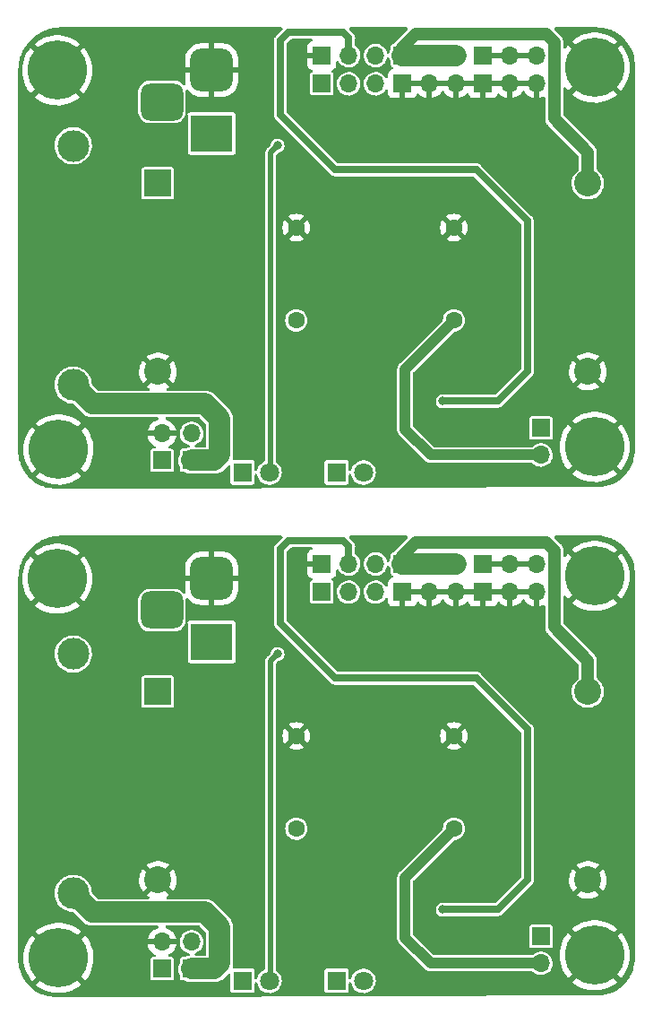
<source format=gbl>
%MOIN*%
%OFA0B0*%
%FSLAX46Y46*%
%IPPOS*%
%LPD*%
%AMRoundRect*
4,1,4,
0.07874015748031496,0.11811023622047245,
0.15748031496062992,0.19685039370078741,
0.23622047244094491,0.27559055118110237,
0.31496062992125984,0.35433070866141736,
0.07874015748031496,0.11811023622047245,
0*
1,1,$1,$2,$3*
1,1,$1,$2,$3*
1,1,$1,$2,$3*
1,1,$1,$2,$3*
20,1,$1,$2,$3,$4,$5,0*
20,1,$1,$2,$3,$4,$5,0*
20,1,$1,$2,$3,$4,$5,0*
20,1,$1,$2,$3,$4,$5,0*%
%AMCOMP1*
4,1,3,
-0.03937007874015748,0.03937007874015748,
-0.03937007874015748,-0.03937007874015748,
0.03937007874015748,-0.03937007874015748,
0.03937007874015748,0.03937007874015748,
0*
4,1,19,
-0.03937007874015748,0.07874015748031496,
-0.027204055339569,0.076813248673037543,
-0.016228927075099483,0.0712211415108247,
-0.0075190159694902585,0.062511230405215487,
-0.0019269088072774202,0.051536102140745964,
0,0.03937007874015748,
-0.0019269088072774157,0.027204055339569003,
-0.0075190159694902585,0.01622892707509949,
-0.016228927075099479,0.0075190159694902628,
-0.027204055339569,0.0019269088072774202,
-0.03937007874015748,0,
-0.051536102140745978,0.0019269088072774202,
-0.062511230405215473,0.0075190159694902541,
-0.0712211415108247,0.016228927075099479,
-0.076813248673037543,0.027204055339568996,
-0.07874015748031496,0.039370078740157473,
-0.076813248673037543,0.051536102140745957,
-0.0712211415108247,0.062511230405215473,
-0.062511230405215487,0.0712211415108247,
-0.051536102140745978,0.076813248673037543,
0*
4,1,19,
-0.03937007874015748,0,
-0.027204055339569,-0.0019269088072774202,
-0.016228927075099483,-0.0075190159694902585,
-0.0075190159694902585,-0.016228927075099483,
-0.0019269088072774202,-0.027204055339569,
0,-0.03937007874015748,
-0.0019269088072774157,-0.051536102140745964,
-0.0075190159694902585,-0.062511230405215473,
-0.016228927075099479,-0.0712211415108247,
-0.027204055339569,-0.076813248673037543,
-0.03937007874015748,-0.07874015748031496,
-0.051536102140745978,-0.076813248673037543,
-0.062511230405215473,-0.0712211415108247,
-0.0712211415108247,-0.062511230405215487,
-0.076813248673037543,-0.051536102140745964,
-0.07874015748031496,-0.039370078740157494,
-0.076813248673037543,-0.02720405533956901,
-0.0712211415108247,-0.016228927075099493,
-0.062511230405215487,-0.0075190159694902628,
-0.051536102140745978,-0.0019269088072774202,
0*
4,1,19,
0.03937007874015748,0,
0.051536102140745964,-0.0019269088072774202,
0.062511230405215487,-0.0075190159694902585,
0.0712211415108247,-0.016228927075099483,
0.076813248673037543,-0.027204055339569,
0.07874015748031496,-0.03937007874015748,
0.076813248673037543,-0.051536102140745964,
0.0712211415108247,-0.062511230405215473,
0.062511230405215487,-0.0712211415108247,
0.051536102140745964,-0.076813248673037543,
0.039370078740157494,-0.07874015748031496,
0.027204055339568992,-0.076813248673037543,
0.01622892707509949,-0.0712211415108247,
0.0075190159694902628,-0.062511230405215487,
0.0019269088072774202,-0.051536102140745964,
0,-0.039370078740157494,
0.0019269088072774157,-0.02720405533956901,
0.0075190159694902541,-0.016228927075099493,
0.016228927075099476,-0.0075190159694902628,
0.027204055339568992,-0.0019269088072774202,
0*
4,1,19,
0.03937007874015748,0.07874015748031496,
0.051536102140745964,0.076813248673037543,
0.062511230405215487,0.0712211415108247,
0.0712211415108247,0.062511230405215487,
0.076813248673037543,0.051536102140745964,
0.07874015748031496,0.03937007874015748,
0.076813248673037543,0.027204055339569003,
0.0712211415108247,0.01622892707509949,
0.062511230405215487,0.0075190159694902628,
0.051536102140745964,0.0019269088072774202,
0.039370078740157494,0,
0.027204055339568992,0.0019269088072774202,
0.01622892707509949,0.0075190159694902541,
0.0075190159694902628,0.016228927075099479,
0.0019269088072774202,0.027204055339568996,
0,0.039370078740157473,
0.0019269088072774157,0.051536102140745957,
0.0075190159694902541,0.062511230405215473,
0.016228927075099476,0.0712211415108247,
0.027204055339568992,0.076813248673037543,
0*
4,1,3,
-0.07874015748031496,0.03937007874015748,
0,0.03937007874015748,
0,-0.03937007874015748,
-0.07874015748031496,-0.03937007874015748,
0*
4,1,3,
-0.03937007874015748,-0.07874015748031496,
-0.03937007874015748,0,
0.03937007874015748,0,
0.03937007874015748,-0.07874015748031496,
0*
4,1,3,
0.07874015748031496,-0.03937007874015748,
0,-0.03937007874015748,
0,0.03937007874015748,
0.07874015748031496,0.03937007874015748,
0*
4,1,3,
0.03937007874015748,0.07874015748031496,
0.03937007874015748,0,
-0.03937007874015748,0,
-0.03937007874015748,0.07874015748031496,
0*%
%AMCOMP2*
4,1,3,
-0.04429133858267717,0.034448818897637797,
-0.04429133858267717,-0.034448818897637797,
0.04429133858267717,-0.034448818897637797,
0.04429133858267717,0.034448818897637797,
0*
4,1,19,
-0.04429133858267717,0.068897637795275593,
-0.033646068107162252,0.067211592588907854,
-0.02404283087575142,0.062318498821971623,
-0.016421658658343347,0.054697326604563543,
-0.011528564891407115,0.045094089373152721,
-0.00984251968503937,0.034448818897637797,
-0.011528564891407109,0.023803548422122879,
-0.016421658658343347,0.014200311190712054,
-0.024042830875751417,0.00657913897330398,
-0.033646068107162239,0.0016860452063677432,
-0.04429133858267717,0,
-0.054936609058192094,0.0016860452063677432,
-0.064539846289602909,0.0065791389733039713,
-0.072161018507010982,0.014200311190712045,
-0.07705411227394722,0.023803548422122869,
-0.07874015748031496,0.03444881889763779,
-0.07705411227394722,0.045094089373152707,
-0.072161018507011,0.054697326604563536,
-0.064539846289602923,0.062318498821971616,
-0.054936609058192094,0.067211592588907854,
0*
4,1,19,
-0.04429133858267717,0,
-0.033646068107162252,-0.0016860452063677432,
-0.02404283087575142,-0.0065791389733039756,
-0.016421658658343347,-0.014200311190712049,
-0.011528564891407115,-0.023803548422122876,
-0.00984251968503937,-0.034448818897637797,
-0.011528564891407109,-0.045094089373152714,
-0.016421658658343347,-0.054697326604563536,
-0.024042830875751417,-0.062318498821971616,
-0.033646068107162239,-0.067211592588907854,
-0.04429133858267717,-0.068897637795275593,
-0.054936609058192094,-0.067211592588907854,
-0.064539846289602909,-0.062318498821971623,
-0.072161018507010982,-0.054697326604563556,
-0.07705411227394722,-0.045094089373152721,
-0.07874015748031496,-0.0344488188976378,
-0.07705411227394722,-0.023803548422122883,
-0.072161018507011,-0.014200311190712057,
-0.064539846289602923,-0.00657913897330398,
-0.054936609058192094,-0.0016860452063677432,
0*
4,1,19,
0.04429133858267717,0,
0.054936609058192087,-0.0016860452063677432,
0.064539846289602909,-0.0065791389733039756,
0.072161018507011,-0.014200311190712049,
0.07705411227394722,-0.023803548422122876,
0.07874015748031496,-0.034448818897637797,
0.07705411227394722,-0.045094089373152714,
0.072161018507011,-0.054697326604563536,
0.064539846289602923,-0.062318498821971616,
0.054936609058192094,-0.067211592588907854,
0.04429133858267717,-0.068897637795275593,
0.033646068107162239,-0.067211592588907854,
0.024042830875751424,-0.062318498821971623,
0.016421658658343351,-0.054697326604563556,
0.011528564891407115,-0.045094089373152721,
0.00984251968503937,-0.0344488188976378,
0.011528564891407109,-0.023803548422122883,
0.016421658658343344,-0.014200311190712057,
0.02404283087575141,-0.00657913897330398,
0.033646068107162239,-0.0016860452063677432,
0*
4,1,19,
0.04429133858267717,0.068897637795275593,
0.054936609058192087,0.067211592588907854,
0.064539846289602909,0.062318498821971623,
0.072161018507011,0.054697326604563543,
0.07705411227394722,0.045094089373152721,
0.07874015748031496,0.034448818897637797,
0.07705411227394722,0.023803548422122879,
0.072161018507011,0.014200311190712054,
0.064539846289602923,0.00657913897330398,
0.054936609058192094,0.0016860452063677432,
0.04429133858267717,0,
0.033646068107162239,0.0016860452063677432,
0.024042830875751424,0.0065791389733039713,
0.016421658658343351,0.014200311190712045,
0.011528564891407115,0.023803548422122869,
0.00984251968503937,0.03444881889763779,
0.011528564891407109,0.045094089373152707,
0.016421658658343344,0.054697326604563536,
0.02404283087575141,0.062318498821971616,
0.033646068107162239,0.067211592588907854,
0*
4,1,3,
-0.07874015748031496,0.034448818897637797,
-0.00984251968503937,0.034448818897637797,
-0.00984251968503937,-0.034448818897637797,
-0.07874015748031496,-0.034448818897637797,
0*
4,1,3,
-0.04429133858267717,-0.068897637795275593,
-0.04429133858267717,0,
0.04429133858267717,0,
0.04429133858267717,-0.068897637795275593,
0*
4,1,3,
0.07874015748031496,-0.034448818897637797,
0.00984251968503937,-0.034448818897637797,
0.00984251968503937,0.034448818897637797,
0.07874015748031496,0.034448818897637797,
0*
4,1,3,
0.04429133858267717,0.068897637795275593,
0.04429133858267717,0,
-0.04429133858267717,0,
-0.04429133858267717,0.068897637795275593,
0*%
%AMRoundRect0*
4,1,4,
0.07874015748031496,0.11811023622047245,
0.15748031496062992,0.19685039370078741,
0.23622047244094491,0.27559055118110237,
0.31496062992125984,0.35433070866141736,
0.07874015748031496,0.11811023622047245,
0*
1,1,$1,$2,$3*
1,1,$1,$2,$3*
1,1,$1,$2,$3*
1,1,$1,$2,$3*
20,1,$1,$2,$3,$4,$5,0*
20,1,$1,$2,$3,$4,$5,0*
20,1,$1,$2,$3,$4,$5,0*
20,1,$1,$2,$3,$4,$5,0*%
%AMCOMP170*
4,1,3,
-0.03937007874015748,0.03937007874015748,
-0.03937007874015748,-0.03937007874015748,
0.03937007874015748,-0.03937007874015748,
0.03937007874015748,0.03937007874015748,
0*
4,1,19,
-0.03937007874015748,0.07874015748031496,
-0.027204055339569,0.076813248673037543,
-0.016228927075099483,0.0712211415108247,
-0.0075190159694902585,0.062511230405215487,
-0.0019269088072774202,0.051536102140745964,
0,0.03937007874015748,
-0.0019269088072774157,0.027204055339569003,
-0.0075190159694902585,0.01622892707509949,
-0.016228927075099479,0.0075190159694902628,
-0.027204055339569,0.0019269088072774202,
-0.03937007874015748,0,
-0.051536102140745978,0.0019269088072774202,
-0.062511230405215473,0.0075190159694902541,
-0.0712211415108247,0.016228927075099479,
-0.076813248673037543,0.027204055339568996,
-0.07874015748031496,0.039370078740157473,
-0.076813248673037543,0.051536102140745957,
-0.0712211415108247,0.062511230405215473,
-0.062511230405215487,0.0712211415108247,
-0.051536102140745978,0.076813248673037543,
0*
4,1,19,
-0.03937007874015748,0,
-0.027204055339569,-0.0019269088072774202,
-0.016228927075099483,-0.0075190159694902585,
-0.0075190159694902585,-0.016228927075099483,
-0.0019269088072774202,-0.027204055339569,
0,-0.03937007874015748,
-0.0019269088072774157,-0.051536102140745964,
-0.0075190159694902585,-0.062511230405215473,
-0.016228927075099479,-0.0712211415108247,
-0.027204055339569,-0.076813248673037543,
-0.03937007874015748,-0.07874015748031496,
-0.051536102140745978,-0.076813248673037543,
-0.062511230405215473,-0.0712211415108247,
-0.0712211415108247,-0.062511230405215487,
-0.076813248673037543,-0.051536102140745964,
-0.07874015748031496,-0.039370078740157494,
-0.076813248673037543,-0.02720405533956901,
-0.0712211415108247,-0.016228927075099493,
-0.062511230405215487,-0.0075190159694902628,
-0.051536102140745978,-0.0019269088072774202,
0*
4,1,19,
0.03937007874015748,0,
0.051536102140745964,-0.0019269088072774202,
0.062511230405215487,-0.0075190159694902585,
0.0712211415108247,-0.016228927075099483,
0.076813248673037543,-0.027204055339569,
0.07874015748031496,-0.03937007874015748,
0.076813248673037543,-0.051536102140745964,
0.0712211415108247,-0.062511230405215473,
0.062511230405215487,-0.0712211415108247,
0.051536102140745964,-0.076813248673037543,
0.039370078740157494,-0.07874015748031496,
0.027204055339568992,-0.076813248673037543,
0.01622892707509949,-0.0712211415108247,
0.0075190159694902628,-0.062511230405215487,
0.0019269088072774202,-0.051536102140745964,
0,-0.039370078740157494,
0.0019269088072774157,-0.02720405533956901,
0.0075190159694902541,-0.016228927075099493,
0.016228927075099476,-0.0075190159694902628,
0.027204055339568992,-0.0019269088072774202,
0*
4,1,19,
0.03937007874015748,0.07874015748031496,
0.051536102140745964,0.076813248673037543,
0.062511230405215487,0.0712211415108247,
0.0712211415108247,0.062511230405215487,
0.076813248673037543,0.051536102140745964,
0.07874015748031496,0.03937007874015748,
0.076813248673037543,0.027204055339569003,
0.0712211415108247,0.01622892707509949,
0.062511230405215487,0.0075190159694902628,
0.051536102140745964,0.0019269088072774202,
0.039370078740157494,0,
0.027204055339568992,0.0019269088072774202,
0.01622892707509949,0.0075190159694902541,
0.0075190159694902628,0.016228927075099479,
0.0019269088072774202,0.027204055339568996,
0,0.039370078740157473,
0.0019269088072774157,0.051536102140745957,
0.0075190159694902541,0.062511230405215473,
0.016228927075099476,0.0712211415108247,
0.027204055339568992,0.076813248673037543,
0*
4,1,3,
-0.07874015748031496,0.03937007874015748,
0,0.03937007874015748,
0,-0.03937007874015748,
-0.07874015748031496,-0.03937007874015748,
0*
4,1,3,
-0.03937007874015748,-0.07874015748031496,
-0.03937007874015748,0,
0.03937007874015748,0,
0.03937007874015748,-0.07874015748031496,
0*
4,1,3,
0.07874015748031496,-0.03937007874015748,
0,-0.03937007874015748,
0,0.03937007874015748,
0.07874015748031496,0.03937007874015748,
0*
4,1,3,
0.03937007874015748,0.07874015748031496,
0.03937007874015748,0,
-0.03937007874015748,0,
-0.03937007874015748,0.07874015748031496,
0*%
%AMCOMP180*
4,1,3,
-0.04429133858267717,0.034448818897637797,
-0.04429133858267717,-0.034448818897637797,
0.04429133858267717,-0.034448818897637797,
0.04429133858267717,0.034448818897637797,
0*
4,1,19,
-0.04429133858267717,0.068897637795275593,
-0.033646068107162252,0.067211592588907854,
-0.02404283087575142,0.062318498821971623,
-0.016421658658343347,0.054697326604563543,
-0.011528564891407115,0.045094089373152721,
-0.00984251968503937,0.034448818897637797,
-0.011528564891407109,0.023803548422122879,
-0.016421658658343347,0.014200311190712054,
-0.024042830875751417,0.00657913897330398,
-0.033646068107162239,0.0016860452063677432,
-0.04429133858267717,0,
-0.054936609058192094,0.0016860452063677432,
-0.064539846289602909,0.0065791389733039713,
-0.072161018507010982,0.014200311190712045,
-0.07705411227394722,0.023803548422122869,
-0.07874015748031496,0.03444881889763779,
-0.07705411227394722,0.045094089373152707,
-0.072161018507011,0.054697326604563536,
-0.064539846289602923,0.062318498821971616,
-0.054936609058192094,0.067211592588907854,
0*
4,1,19,
-0.04429133858267717,0,
-0.033646068107162252,-0.0016860452063677432,
-0.02404283087575142,-0.0065791389733039756,
-0.016421658658343347,-0.014200311190712049,
-0.011528564891407115,-0.023803548422122876,
-0.00984251968503937,-0.034448818897637797,
-0.011528564891407109,-0.045094089373152714,
-0.016421658658343347,-0.054697326604563536,
-0.024042830875751417,-0.062318498821971616,
-0.033646068107162239,-0.067211592588907854,
-0.04429133858267717,-0.068897637795275593,
-0.054936609058192094,-0.067211592588907854,
-0.064539846289602909,-0.062318498821971623,
-0.072161018507010982,-0.054697326604563556,
-0.07705411227394722,-0.045094089373152721,
-0.07874015748031496,-0.0344488188976378,
-0.07705411227394722,-0.023803548422122883,
-0.072161018507011,-0.014200311190712057,
-0.064539846289602923,-0.00657913897330398,
-0.054936609058192094,-0.0016860452063677432,
0*
4,1,19,
0.04429133858267717,0,
0.054936609058192087,-0.0016860452063677432,
0.064539846289602909,-0.0065791389733039756,
0.072161018507011,-0.014200311190712049,
0.07705411227394722,-0.023803548422122876,
0.07874015748031496,-0.034448818897637797,
0.07705411227394722,-0.045094089373152714,
0.072161018507011,-0.054697326604563536,
0.064539846289602923,-0.062318498821971616,
0.054936609058192094,-0.067211592588907854,
0.04429133858267717,-0.068897637795275593,
0.033646068107162239,-0.067211592588907854,
0.024042830875751424,-0.062318498821971623,
0.016421658658343351,-0.054697326604563556,
0.011528564891407115,-0.045094089373152721,
0.00984251968503937,-0.0344488188976378,
0.011528564891407109,-0.023803548422122883,
0.016421658658343344,-0.014200311190712057,
0.02404283087575141,-0.00657913897330398,
0.033646068107162239,-0.0016860452063677432,
0*
4,1,19,
0.04429133858267717,0.068897637795275593,
0.054936609058192087,0.067211592588907854,
0.064539846289602909,0.062318498821971623,
0.072161018507011,0.054697326604563543,
0.07705411227394722,0.045094089373152721,
0.07874015748031496,0.034448818897637797,
0.07705411227394722,0.023803548422122879,
0.072161018507011,0.014200311190712054,
0.064539846289602923,0.00657913897330398,
0.054936609058192094,0.0016860452063677432,
0.04429133858267717,0,
0.033646068107162239,0.0016860452063677432,
0.024042830875751424,0.0065791389733039713,
0.016421658658343351,0.014200311190712045,
0.011528564891407115,0.023803548422122869,
0.00984251968503937,0.03444881889763779,
0.011528564891407109,0.045094089373152707,
0.016421658658343344,0.054697326604563536,
0.02404283087575141,0.062318498821971616,
0.033646068107162239,0.067211592588907854,
0*
4,1,3,
-0.07874015748031496,0.034448818897637797,
-0.00984251968503937,0.034448818897637797,
-0.00984251968503937,-0.034448818897637797,
-0.07874015748031496,-0.034448818897637797,
0*
4,1,3,
-0.04429133858267717,-0.068897637795275593,
-0.04429133858267717,0,
0.04429133858267717,0,
0.04429133858267717,-0.068897637795275593,
0*
4,1,3,
0.07874015748031496,-0.034448818897637797,
0.00984251968503937,-0.034448818897637797,
0.00984251968503937,0.034448818897637797,
0.07874015748031496,0.034448818897637797,
0*
4,1,3,
0.04429133858267717,0.068897637795275593,
0.04429133858267717,0,
-0.04429133858267717,0,
-0.04429133858267717,0.068897637795275593,
0*%
%ADD10R,0.070866141732283464X0.070866141732283464*%
%ADD11C,0.070866141732283464*%
%ADD12C,0.11811023622047245*%
%ADD13C,0.22047244094488189*%
%ADD14R,0.066929133858267723X0.066929133858267723*%
%ADD15O,0.066929133858267723X0.066929133858267723*%
%ADD16R,0.15748031496062992X0.13779527559055119*%
%AMCOMP36*
4,1,3,
-0.03937007874015748,0.03937007874015748,
-0.03937007874015748,-0.03937007874015748,
0.03937007874015748,-0.03937007874015748,
0.03937007874015748,0.03937007874015748,
0*
4,1,19,
-0.03937007874015748,0.07874015748031496,
-0.027204055339569,0.076813248673037543,
-0.016228927075099483,0.0712211415108247,
-0.0075190159694902585,0.062511230405215487,
-0.0019269088072774202,0.051536102140745964,
0,0.03937007874015748,
-0.0019269088072774157,0.027204055339569003,
-0.0075190159694902585,0.01622892707509949,
-0.016228927075099479,0.0075190159694902628,
-0.027204055339569,0.0019269088072774202,
-0.03937007874015748,0,
-0.051536102140745978,0.0019269088072774202,
-0.062511230405215473,0.0075190159694902541,
-0.0712211415108247,0.016228927075099479,
-0.076813248673037543,0.027204055339568996,
-0.07874015748031496,0.039370078740157473,
-0.076813248673037543,0.051536102140745957,
-0.0712211415108247,0.062511230405215473,
-0.062511230405215487,0.0712211415108247,
-0.051536102140745978,0.076813248673037543,
0*
4,1,19,
-0.03937007874015748,0,
-0.027204055339569,-0.0019269088072774202,
-0.016228927075099483,-0.0075190159694902585,
-0.0075190159694902585,-0.016228927075099483,
-0.0019269088072774202,-0.027204055339569,
0,-0.03937007874015748,
-0.0019269088072774157,-0.051536102140745964,
-0.0075190159694902585,-0.062511230405215473,
-0.016228927075099479,-0.0712211415108247,
-0.027204055339569,-0.076813248673037543,
-0.03937007874015748,-0.07874015748031496,
-0.051536102140745978,-0.076813248673037543,
-0.062511230405215473,-0.0712211415108247,
-0.0712211415108247,-0.062511230405215487,
-0.076813248673037543,-0.051536102140745964,
-0.07874015748031496,-0.039370078740157494,
-0.076813248673037543,-0.02720405533956901,
-0.0712211415108247,-0.016228927075099493,
-0.062511230405215487,-0.0075190159694902628,
-0.051536102140745978,-0.0019269088072774202,
0*
4,1,19,
0.03937007874015748,0,
0.051536102140745964,-0.0019269088072774202,
0.062511230405215487,-0.0075190159694902585,
0.0712211415108247,-0.016228927075099483,
0.076813248673037543,-0.027204055339569,
0.07874015748031496,-0.03937007874015748,
0.076813248673037543,-0.051536102140745964,
0.0712211415108247,-0.062511230405215473,
0.062511230405215487,-0.0712211415108247,
0.051536102140745964,-0.076813248673037543,
0.039370078740157494,-0.07874015748031496,
0.027204055339568992,-0.076813248673037543,
0.01622892707509949,-0.0712211415108247,
0.0075190159694902628,-0.062511230405215487,
0.0019269088072774202,-0.051536102140745964,
0,-0.039370078740157494,
0.0019269088072774157,-0.02720405533956901,
0.0075190159694902541,-0.016228927075099493,
0.016228927075099476,-0.0075190159694902628,
0.027204055339568992,-0.0019269088072774202,
0*
4,1,19,
0.03937007874015748,0.07874015748031496,
0.051536102140745964,0.076813248673037543,
0.062511230405215487,0.0712211415108247,
0.0712211415108247,0.062511230405215487,
0.076813248673037543,0.051536102140745964,
0.07874015748031496,0.03937007874015748,
0.076813248673037543,0.027204055339569003,
0.0712211415108247,0.01622892707509949,
0.062511230405215487,0.0075190159694902628,
0.051536102140745964,0.0019269088072774202,
0.039370078740157494,0,
0.027204055339568992,0.0019269088072774202,
0.01622892707509949,0.0075190159694902541,
0.0075190159694902628,0.016228927075099479,
0.0019269088072774202,0.027204055339568996,
0,0.039370078740157473,
0.0019269088072774157,0.051536102140745957,
0.0075190159694902541,0.062511230405215473,
0.016228927075099476,0.0712211415108247,
0.027204055339568992,0.076813248673037543,
0*
4,1,3,
-0.07874015748031496,0.03937007874015748,
0,0.03937007874015748,
0,-0.03937007874015748,
-0.07874015748031496,-0.03937007874015748,
0*
4,1,3,
-0.03937007874015748,-0.07874015748031496,
-0.03937007874015748,0,
0.03937007874015748,0,
0.03937007874015748,-0.07874015748031496,
0*
4,1,3,
0.07874015748031496,-0.03937007874015748,
0,-0.03937007874015748,
0,0.03937007874015748,
0.07874015748031496,0.03937007874015748,
0*
4,1,3,
0.03937007874015748,0.07874015748031496,
0.03937007874015748,0,
-0.03937007874015748,0,
-0.03937007874015748,0.07874015748031496,
0*%
%ADD17COMP36,1X-1X1X-1X-1X1X-1X1X1X0*%
%AMCOMP42*
4,1,3,
-0.04429133858267717,0.034448818897637797,
-0.04429133858267717,-0.034448818897637797,
0.04429133858267717,-0.034448818897637797,
0.04429133858267717,0.034448818897637797,
0*
4,1,19,
-0.04429133858267717,0.068897637795275593,
-0.033646068107162252,0.067211592588907854,
-0.02404283087575142,0.062318498821971623,
-0.016421658658343347,0.054697326604563543,
-0.011528564891407115,0.045094089373152721,
-0.00984251968503937,0.034448818897637797,
-0.011528564891407109,0.023803548422122879,
-0.016421658658343347,0.014200311190712054,
-0.024042830875751417,0.00657913897330398,
-0.033646068107162239,0.0016860452063677432,
-0.04429133858267717,0,
-0.054936609058192094,0.0016860452063677432,
-0.064539846289602909,0.0065791389733039713,
-0.072161018507010982,0.014200311190712045,
-0.07705411227394722,0.023803548422122869,
-0.07874015748031496,0.03444881889763779,
-0.07705411227394722,0.045094089373152707,
-0.072161018507011,0.054697326604563536,
-0.064539846289602923,0.062318498821971616,
-0.054936609058192094,0.067211592588907854,
0*
4,1,19,
-0.04429133858267717,0,
-0.033646068107162252,-0.0016860452063677432,
-0.02404283087575142,-0.0065791389733039756,
-0.016421658658343347,-0.014200311190712049,
-0.011528564891407115,-0.023803548422122876,
-0.00984251968503937,-0.034448818897637797,
-0.011528564891407109,-0.045094089373152714,
-0.016421658658343347,-0.054697326604563536,
-0.024042830875751417,-0.062318498821971616,
-0.033646068107162239,-0.067211592588907854,
-0.04429133858267717,-0.068897637795275593,
-0.054936609058192094,-0.067211592588907854,
-0.064539846289602909,-0.062318498821971623,
-0.072161018507010982,-0.054697326604563556,
-0.07705411227394722,-0.045094089373152721,
-0.07874015748031496,-0.0344488188976378,
-0.07705411227394722,-0.023803548422122883,
-0.072161018507011,-0.014200311190712057,
-0.064539846289602923,-0.00657913897330398,
-0.054936609058192094,-0.0016860452063677432,
0*
4,1,19,
0.04429133858267717,0,
0.054936609058192087,-0.0016860452063677432,
0.064539846289602909,-0.0065791389733039756,
0.072161018507011,-0.014200311190712049,
0.07705411227394722,-0.023803548422122876,
0.07874015748031496,-0.034448818897637797,
0.07705411227394722,-0.045094089373152714,
0.072161018507011,-0.054697326604563536,
0.064539846289602923,-0.062318498821971616,
0.054936609058192094,-0.067211592588907854,
0.04429133858267717,-0.068897637795275593,
0.033646068107162239,-0.067211592588907854,
0.024042830875751424,-0.062318498821971623,
0.016421658658343351,-0.054697326604563556,
0.011528564891407115,-0.045094089373152721,
0.00984251968503937,-0.0344488188976378,
0.011528564891407109,-0.023803548422122883,
0.016421658658343344,-0.014200311190712057,
0.02404283087575141,-0.00657913897330398,
0.033646068107162239,-0.0016860452063677432,
0*
4,1,19,
0.04429133858267717,0.068897637795275593,
0.054936609058192087,0.067211592588907854,
0.064539846289602909,0.062318498821971623,
0.072161018507011,0.054697326604563543,
0.07705411227394722,0.045094089373152721,
0.07874015748031496,0.034448818897637797,
0.07705411227394722,0.023803548422122879,
0.072161018507011,0.014200311190712054,
0.064539846289602923,0.00657913897330398,
0.054936609058192094,0.0016860452063677432,
0.04429133858267717,0,
0.033646068107162239,0.0016860452063677432,
0.024042830875751424,0.0065791389733039713,
0.016421658658343351,0.014200311190712045,
0.011528564891407115,0.023803548422122869,
0.00984251968503937,0.03444881889763779,
0.011528564891407109,0.045094089373152707,
0.016421658658343344,0.054697326604563536,
0.02404283087575141,0.062318498821971616,
0.033646068107162239,0.067211592588907854,
0*
4,1,3,
-0.07874015748031496,0.034448818897637797,
-0.00984251968503937,0.034448818897637797,
-0.00984251968503937,-0.034448818897637797,
-0.07874015748031496,-0.034448818897637797,
0*
4,1,3,
-0.04429133858267717,-0.068897637795275593,
-0.04429133858267717,0,
0.04429133858267717,0,
0.04429133858267717,-0.068897637795275593,
0*
4,1,3,
0.07874015748031496,-0.034448818897637797,
0.00984251968503937,-0.034448818897637797,
0.00984251968503937,0.034448818897637797,
0.07874015748031496,0.034448818897637797,
0*
4,1,3,
0.04429133858267717,0.068897637795275593,
0.04429133858267717,0,
-0.04429133858267717,0,
-0.04429133858267717,0.068897637795275593,
0*%
%ADD18COMP42,0.875X-1.125X0.875X-1.125X-0.875X1.125X-0.875X1.125X0.875X0*%
%ADD19C,0.062992125984251982*%
%ADD20R,0.1X0.1*%
%ADD21C,0.1*%
%ADD22C,0.031496062992125991*%
%ADD23C,0.047244094488188976*%
%ADD24C,0.03937007874015748*%
%ADD25C,0.07874015748031496*%
%ADD26C,0.01968503937007874*%
%ADD27C,0.027559055118110236*%
%ADD38R,0.070866141732283464X0.070866141732283464*%
%ADD39C,0.070866141732283464*%
%ADD40C,0.11811023622047245*%
%ADD41C,0.22047244094488189*%
%ADD42R,0.066929133858267723X0.066929133858267723*%
%ADD43O,0.066929133858267723X0.066929133858267723*%
%ADD44R,0.15748031496062992X0.13779527559055119*%
%AMCOMP48*
4,1,3,
-0.03937007874015748,0.03937007874015748,
-0.03937007874015748,-0.03937007874015748,
0.03937007874015748,-0.03937007874015748,
0.03937007874015748,0.03937007874015748,
0*
4,1,19,
-0.03937007874015748,0.07874015748031496,
-0.027204055339569,0.076813248673037543,
-0.016228927075099483,0.0712211415108247,
-0.0075190159694902585,0.062511230405215487,
-0.0019269088072774202,0.051536102140745964,
0,0.03937007874015748,
-0.0019269088072774157,0.027204055339569003,
-0.0075190159694902585,0.01622892707509949,
-0.016228927075099479,0.0075190159694902628,
-0.027204055339569,0.0019269088072774202,
-0.03937007874015748,0,
-0.051536102140745978,0.0019269088072774202,
-0.062511230405215473,0.0075190159694902541,
-0.0712211415108247,0.016228927075099479,
-0.076813248673037543,0.027204055339568996,
-0.07874015748031496,0.039370078740157473,
-0.076813248673037543,0.051536102140745957,
-0.0712211415108247,0.062511230405215473,
-0.062511230405215487,0.0712211415108247,
-0.051536102140745978,0.076813248673037543,
0*
4,1,19,
-0.03937007874015748,0,
-0.027204055339569,-0.0019269088072774202,
-0.016228927075099483,-0.0075190159694902585,
-0.0075190159694902585,-0.016228927075099483,
-0.0019269088072774202,-0.027204055339569,
0,-0.03937007874015748,
-0.0019269088072774157,-0.051536102140745964,
-0.0075190159694902585,-0.062511230405215473,
-0.016228927075099479,-0.0712211415108247,
-0.027204055339569,-0.076813248673037543,
-0.03937007874015748,-0.07874015748031496,
-0.051536102140745978,-0.076813248673037543,
-0.062511230405215473,-0.0712211415108247,
-0.0712211415108247,-0.062511230405215487,
-0.076813248673037543,-0.051536102140745964,
-0.07874015748031496,-0.039370078740157494,
-0.076813248673037543,-0.02720405533956901,
-0.0712211415108247,-0.016228927075099493,
-0.062511230405215487,-0.0075190159694902628,
-0.051536102140745978,-0.0019269088072774202,
0*
4,1,19,
0.03937007874015748,0,
0.051536102140745964,-0.0019269088072774202,
0.062511230405215487,-0.0075190159694902585,
0.0712211415108247,-0.016228927075099483,
0.076813248673037543,-0.027204055339569,
0.07874015748031496,-0.03937007874015748,
0.076813248673037543,-0.051536102140745964,
0.0712211415108247,-0.062511230405215473,
0.062511230405215487,-0.0712211415108247,
0.051536102140745964,-0.076813248673037543,
0.039370078740157494,-0.07874015748031496,
0.027204055339568992,-0.076813248673037543,
0.01622892707509949,-0.0712211415108247,
0.0075190159694902628,-0.062511230405215487,
0.0019269088072774202,-0.051536102140745964,
0,-0.039370078740157494,
0.0019269088072774157,-0.02720405533956901,
0.0075190159694902541,-0.016228927075099493,
0.016228927075099476,-0.0075190159694902628,
0.027204055339568992,-0.0019269088072774202,
0*
4,1,19,
0.03937007874015748,0.07874015748031496,
0.051536102140745964,0.076813248673037543,
0.062511230405215487,0.0712211415108247,
0.0712211415108247,0.062511230405215487,
0.076813248673037543,0.051536102140745964,
0.07874015748031496,0.03937007874015748,
0.076813248673037543,0.027204055339569003,
0.0712211415108247,0.01622892707509949,
0.062511230405215487,0.0075190159694902628,
0.051536102140745964,0.0019269088072774202,
0.039370078740157494,0,
0.027204055339568992,0.0019269088072774202,
0.01622892707509949,0.0075190159694902541,
0.0075190159694902628,0.016228927075099479,
0.0019269088072774202,0.027204055339568996,
0,0.039370078740157473,
0.0019269088072774157,0.051536102140745957,
0.0075190159694902541,0.062511230405215473,
0.016228927075099476,0.0712211415108247,
0.027204055339568992,0.076813248673037543,
0*
4,1,3,
-0.07874015748031496,0.03937007874015748,
0,0.03937007874015748,
0,-0.03937007874015748,
-0.07874015748031496,-0.03937007874015748,
0*
4,1,3,
-0.03937007874015748,-0.07874015748031496,
-0.03937007874015748,0,
0.03937007874015748,0,
0.03937007874015748,-0.07874015748031496,
0*
4,1,3,
0.07874015748031496,-0.03937007874015748,
0,-0.03937007874015748,
0,0.03937007874015748,
0.07874015748031496,0.03937007874015748,
0*
4,1,3,
0.03937007874015748,0.07874015748031496,
0.03937007874015748,0,
-0.03937007874015748,0,
-0.03937007874015748,0.07874015748031496,
0*%
%ADD45COMP48,1X-1X1X-1X-1X1X-1X1X1X0*%
%AMCOMP54*
4,1,3,
-0.04429133858267717,0.034448818897637797,
-0.04429133858267717,-0.034448818897637797,
0.04429133858267717,-0.034448818897637797,
0.04429133858267717,0.034448818897637797,
0*
4,1,19,
-0.04429133858267717,0.068897637795275593,
-0.033646068107162252,0.067211592588907854,
-0.02404283087575142,0.062318498821971623,
-0.016421658658343347,0.054697326604563543,
-0.011528564891407115,0.045094089373152721,
-0.00984251968503937,0.034448818897637797,
-0.011528564891407109,0.023803548422122879,
-0.016421658658343347,0.014200311190712054,
-0.024042830875751417,0.00657913897330398,
-0.033646068107162239,0.0016860452063677432,
-0.04429133858267717,0,
-0.054936609058192094,0.0016860452063677432,
-0.064539846289602909,0.0065791389733039713,
-0.072161018507010982,0.014200311190712045,
-0.07705411227394722,0.023803548422122869,
-0.07874015748031496,0.03444881889763779,
-0.07705411227394722,0.045094089373152707,
-0.072161018507011,0.054697326604563536,
-0.064539846289602923,0.062318498821971616,
-0.054936609058192094,0.067211592588907854,
0*
4,1,19,
-0.04429133858267717,0,
-0.033646068107162252,-0.0016860452063677432,
-0.02404283087575142,-0.0065791389733039756,
-0.016421658658343347,-0.014200311190712049,
-0.011528564891407115,-0.023803548422122876,
-0.00984251968503937,-0.034448818897637797,
-0.011528564891407109,-0.045094089373152714,
-0.016421658658343347,-0.054697326604563536,
-0.024042830875751417,-0.062318498821971616,
-0.033646068107162239,-0.067211592588907854,
-0.04429133858267717,-0.068897637795275593,
-0.054936609058192094,-0.067211592588907854,
-0.064539846289602909,-0.062318498821971623,
-0.072161018507010982,-0.054697326604563556,
-0.07705411227394722,-0.045094089373152721,
-0.07874015748031496,-0.0344488188976378,
-0.07705411227394722,-0.023803548422122883,
-0.072161018507011,-0.014200311190712057,
-0.064539846289602923,-0.00657913897330398,
-0.054936609058192094,-0.0016860452063677432,
0*
4,1,19,
0.04429133858267717,0,
0.054936609058192087,-0.0016860452063677432,
0.064539846289602909,-0.0065791389733039756,
0.072161018507011,-0.014200311190712049,
0.07705411227394722,-0.023803548422122876,
0.07874015748031496,-0.034448818897637797,
0.07705411227394722,-0.045094089373152714,
0.072161018507011,-0.054697326604563536,
0.064539846289602923,-0.062318498821971616,
0.054936609058192094,-0.067211592588907854,
0.04429133858267717,-0.068897637795275593,
0.033646068107162239,-0.067211592588907854,
0.024042830875751424,-0.062318498821971623,
0.016421658658343351,-0.054697326604563556,
0.011528564891407115,-0.045094089373152721,
0.00984251968503937,-0.0344488188976378,
0.011528564891407109,-0.023803548422122883,
0.016421658658343344,-0.014200311190712057,
0.02404283087575141,-0.00657913897330398,
0.033646068107162239,-0.0016860452063677432,
0*
4,1,19,
0.04429133858267717,0.068897637795275593,
0.054936609058192087,0.067211592588907854,
0.064539846289602909,0.062318498821971623,
0.072161018507011,0.054697326604563543,
0.07705411227394722,0.045094089373152721,
0.07874015748031496,0.034448818897637797,
0.07705411227394722,0.023803548422122879,
0.072161018507011,0.014200311190712054,
0.064539846289602923,0.00657913897330398,
0.054936609058192094,0.0016860452063677432,
0.04429133858267717,0,
0.033646068107162239,0.0016860452063677432,
0.024042830875751424,0.0065791389733039713,
0.016421658658343351,0.014200311190712045,
0.011528564891407115,0.023803548422122869,
0.00984251968503937,0.03444881889763779,
0.011528564891407109,0.045094089373152707,
0.016421658658343344,0.054697326604563536,
0.02404283087575141,0.062318498821971616,
0.033646068107162239,0.067211592588907854,
0*
4,1,3,
-0.07874015748031496,0.034448818897637797,
-0.00984251968503937,0.034448818897637797,
-0.00984251968503937,-0.034448818897637797,
-0.07874015748031496,-0.034448818897637797,
0*
4,1,3,
-0.04429133858267717,-0.068897637795275593,
-0.04429133858267717,0,
0.04429133858267717,0,
0.04429133858267717,-0.068897637795275593,
0*
4,1,3,
0.07874015748031496,-0.034448818897637797,
0.00984251968503937,-0.034448818897637797,
0.00984251968503937,0.034448818897637797,
0.07874015748031496,0.034448818897637797,
0*
4,1,3,
0.04429133858267717,0.068897637795275593,
0.04429133858267717,0,
-0.04429133858267717,0,
-0.04429133858267717,0.068897637795275593,
0*%
%ADD46COMP54,0.875X-1.125X0.875X-1.125X-0.875X1.125X-0.875X1.125X0.875X0*%
%ADD47C,0.062992125984251982*%
%ADD48R,0.1X0.1*%
%ADD49C,0.1*%
%ADD50C,0.031496062992125991*%
%ADD51C,0.047244094488188976*%
%ADD52C,0.03937007874015748*%
%ADD53C,0.07874015748031496*%
%ADD54C,0.01968503937007874*%
%ADD55C,0.027559055118110236*%
%LPD*%
G01*
D10*
X-0002952755Y0005275590D02*
X0001232244Y0000345590D03*
D11*
X0001332244Y0000345590D03*
D10*
X0000882244Y0000345590D03*
D11*
X0000982244Y0000345590D03*
D12*
X0000252244Y0000670590D03*
X0000252244Y0001560354D03*
D13*
X0002192244Y0001850590D03*
X0000192244Y0001840590D03*
X0002192244Y0000440590D03*
X0000197244Y0000430590D03*
D14*
X0001992244Y0000510590D03*
D15*
X0001992244Y0000410590D03*
D14*
X0001477244Y0001790590D03*
D15*
X0001577244Y0001790590D03*
X0001677244Y0001790590D03*
D14*
X0001177244Y0001790590D03*
D15*
X0001277244Y0001790590D03*
X0001377244Y0001790590D03*
D14*
X0001477244Y0001895590D03*
D15*
X0001577244Y0001895590D03*
X0001677244Y0001895590D03*
D14*
X0001777244Y0001895590D03*
D15*
X0001877244Y0001895590D03*
X0001977244Y0001895590D03*
D14*
X0001777244Y0001790590D03*
D15*
X0001877244Y0001790590D03*
X0001977244Y0001790590D03*
D14*
X0000692244Y0000390590D03*
D15*
X0000692244Y0000490590D03*
D14*
X0000582244Y0000390590D03*
D15*
X0000582244Y0000490590D03*
D16*
X0000767244Y0001605590D03*
D17*
X0000767244Y0001841811D03*
D18*
X0000582204Y0001723700D03*
D19*
X0001082244Y0000911102D03*
X0001082244Y0001255590D03*
X0001668858Y0000911102D03*
X0001668858Y0001255590D03*
D14*
X0001177244Y0001895590D03*
D15*
X0001277244Y0001895590D03*
X0001377244Y0001895590D03*
D20*
X0000567244Y0001420590D03*
D21*
X0000567244Y0000720590D03*
X0002167244Y0000720590D03*
X0002167244Y0001420590D03*
D22*
X0001012244Y0001560590D03*
X0001272244Y0001610590D03*
X0001452244Y0001610590D03*
X0001812244Y0001610590D03*
X0001632244Y0001610590D03*
X0001542244Y0001610590D03*
X0001902244Y0001610590D03*
X0001722244Y0001610590D03*
X0001362244Y0001610590D03*
X0001812244Y0001535590D03*
X0001272244Y0001535590D03*
X0001542244Y0001535590D03*
X0001722244Y0001535590D03*
X0001452244Y0001535590D03*
X0001902244Y0001535590D03*
X0001362244Y0001535590D03*
X0001632244Y0001535590D03*
X0000312244Y0001400590D03*
X0000312244Y0001307257D03*
X0000312244Y0001120590D03*
X0000312244Y0001213923D03*
X0000312244Y0001027257D03*
X0000312244Y0000933924D03*
X0000312244Y0000840590D03*
X0000392244Y0001027257D03*
X0001207244Y0000870590D03*
X0001362244Y0001680590D03*
X0001207244Y0001155590D03*
X0001317244Y0001260590D03*
X0000147244Y0001400590D03*
X0001722244Y0001680590D03*
X0001317244Y0000660590D03*
X0001547244Y0001055590D03*
X0001547244Y0000960590D03*
X0001422244Y0001155590D03*
X0000237244Y0001400590D03*
X0000147244Y0000840590D03*
X0000147244Y0001120590D03*
X0001542244Y0001680590D03*
X0000392244Y0001400590D03*
X0000147244Y0001213923D03*
X0000147244Y0001027257D03*
X0000392244Y0001213923D03*
X0000237244Y0001307257D03*
X0001422244Y0001055590D03*
X0000147244Y0001307257D03*
X0001422244Y0000870590D03*
X0001812244Y0001680590D03*
X0001902244Y0001680590D03*
X0000237244Y0000840590D03*
X0000237244Y0001120590D03*
X0001547244Y0001260590D03*
X0001207244Y0001350590D03*
X0001547244Y0001155590D03*
X0001207244Y0000960590D03*
X0001272244Y0001680590D03*
X0000392244Y0001307257D03*
X0001317244Y0000770590D03*
X0000392244Y0000933924D03*
X0000237244Y0001027257D03*
X0001317244Y0000960590D03*
X0000392244Y0000840590D03*
X0001317244Y0001155590D03*
X0000147244Y0000933924D03*
X0001207244Y0001055590D03*
X0001317244Y0001055590D03*
X0001317244Y0000870590D03*
X0001452244Y0001680590D03*
X0000392244Y0001120590D03*
X0001207244Y0000770590D03*
X0001422244Y0001350590D03*
X0001422244Y0000960590D03*
X0001547244Y0001350590D03*
X0001632244Y0001680590D03*
X0001317244Y0001350590D03*
X0001207244Y0001260590D03*
X0000237244Y0001213923D03*
X0000237244Y0000933924D03*
X0001207244Y0000660590D03*
X0001422244Y0001260590D03*
X0001627244Y0000610590D03*
D23*
X0002167244Y0001535590D02*
X0002042244Y0001660590D01*
X0002042204Y0001920629D02*
X0002042204Y0001945629D01*
X0002042244Y0001660590D02*
X0002042244Y0001920590D01*
D24*
X0001992244Y0000410590D02*
X0001582244Y0000410590D01*
D23*
X0002167244Y0001420590D02*
X0002167244Y0001535590D01*
D25*
X0001477244Y0001895590D02*
X0001577244Y0001895590D01*
D24*
X0001487244Y0000729488D02*
X0001668858Y0000911102D01*
D25*
X0001577244Y0001895590D02*
X0001677244Y0001895590D01*
D23*
X0001527244Y0001975590D02*
X0001477244Y0001925590D01*
X0002042244Y0001920590D02*
X0002042204Y0001920629D01*
D24*
X0001487244Y0000505590D02*
X0001487244Y0000729488D01*
D26*
X0001477244Y0001925590D02*
X0001477244Y0001895590D01*
D24*
X0001582244Y0000410590D02*
X0001487244Y0000505590D01*
D23*
X0002042204Y0001945629D02*
X0002012244Y0001975590D01*
X0002012244Y0001975590D02*
X0001527244Y0001975590D01*
D26*
X0001012244Y0001560590D02*
X0000987244Y0001535590D01*
X0000987244Y0000350590D02*
X0000982244Y0000345590D01*
X0000987244Y0001535590D02*
X0000987244Y0000350590D01*
D25*
X0000252244Y0000670590D02*
X0000322244Y0000600590D01*
X0000742244Y0000600590D02*
X0000797244Y0000545590D01*
X0000777244Y0000390590D02*
X0000692244Y0000390590D01*
X0000797244Y0000545590D02*
X0000797244Y0000410590D01*
X0000322244Y0000600590D02*
X0000742244Y0000600590D01*
X0000797244Y0000410590D02*
X0000777244Y0000390590D01*
D27*
X0001752244Y0001470590D02*
X0001227244Y0001470590D01*
X0001022244Y0001950590D02*
X0001053700Y0001982046D01*
X0001022244Y0001675590D02*
X0001022244Y0001950590D01*
X0001053700Y0001982046D02*
X0001255787Y0001982046D01*
X0001832244Y0000610590D02*
X0001942244Y0000720590D01*
X0001627244Y0000610590D02*
X0001832244Y0000610590D01*
X0001277244Y0001960590D02*
X0001277244Y0001895590D01*
X0001255787Y0001982046D02*
X0001277244Y0001960590D01*
X0001942244Y0001280590D02*
X0001752244Y0001470590D01*
X0001942244Y0000720590D02*
X0001942244Y0001280590D01*
X0001227244Y0001470590D02*
X0001022244Y0001675590D01*
D26*
X0001777244Y0001895590D02*
X0001877244Y0001895590D01*
X0001877244Y0001895590D02*
X0001977244Y0001895590D01*
G36*
X0001029273Y0001999783D02*
G01*
X0001031103Y0001997670D01*
X0001031501Y0001994904D01*
X0001030340Y0001992361D01*
X0001030098Y0001992102D01*
X0001006748Y0001968751D01*
X0001006260Y0001968324D01*
X0001005270Y0001967564D01*
X0001004805Y0001966958D01*
X0001001965Y0001963257D01*
X0001001455Y0001962592D01*
X0001001331Y0001962292D01*
X0001001331Y0001962292D01*
X0001001128Y0001961802D01*
X0001000617Y0001960570D01*
X0000999057Y0001956803D01*
X0000999015Y0001956481D01*
X0000999015Y0001956481D01*
X0000998865Y0001955347D01*
X0000998239Y0001950590D01*
X0000998281Y0001950268D01*
X0000998402Y0001949353D01*
X0000998444Y0001948705D01*
X0000998444Y0001677475D01*
X0000998402Y0001676828D01*
X0000998239Y0001675590D01*
X0000999057Y0001669377D01*
X0001000022Y0001667047D01*
X0001001455Y0001663588D01*
X0001001653Y0001663330D01*
X0001001653Y0001663330D01*
X0001003740Y0001660610D01*
X0001005270Y0001658616D01*
X0001005528Y0001658418D01*
X0001006260Y0001657856D01*
X0001006748Y0001657429D01*
X0001209082Y0001455095D01*
X0001209510Y0001454607D01*
X0001210270Y0001453616D01*
X0001210528Y0001453418D01*
X0001210528Y0001453418D01*
X0001214983Y0001449999D01*
X0001215241Y0001449801D01*
X0001218136Y0001448602D01*
X0001221031Y0001447403D01*
X0001221353Y0001447361D01*
X0001221353Y0001447361D01*
X0001226921Y0001446628D01*
X0001227244Y0001446585D01*
X0001228481Y0001446748D01*
X0001229129Y0001446791D01*
X0001740331Y0001446791D01*
X0001743013Y0001446003D01*
X0001743839Y0001445338D01*
X0001916991Y0001272185D01*
X0001918331Y0001269732D01*
X0001918444Y0001268677D01*
X0001918444Y0000732503D01*
X0001917657Y0000729821D01*
X0001916991Y0000728995D01*
X0001823839Y0000635842D01*
X0001821385Y0000634503D01*
X0001820331Y0000634389D01*
X0001638495Y0000634389D01*
X0001636756Y0000634711D01*
X0001636546Y0000634823D01*
X0001630497Y0000636342D01*
X0001630198Y0000636344D01*
X0001630198Y0000636344D01*
X0001627605Y0000636357D01*
X0001624260Y0000636375D01*
X0001623970Y0000636305D01*
X0001623970Y0000636305D01*
X0001618486Y0000634989D01*
X0001618486Y0000634989D01*
X0001618196Y0000634919D01*
X0001612654Y0000632059D01*
X0001607954Y0000627959D01*
X0001604368Y0000622856D01*
X0001602102Y0000617045D01*
X0001601288Y0000610862D01*
X0001601972Y0000604663D01*
X0001602075Y0000604382D01*
X0001602075Y0000604382D01*
X0001603106Y0000601564D01*
X0001604116Y0000598806D01*
X0001604283Y0000598558D01*
X0001604283Y0000598558D01*
X0001606938Y0000594607D01*
X0001607594Y0000593629D01*
X0001607816Y0000593428D01*
X0001607816Y0000593428D01*
X0001611938Y0000589677D01*
X0001612207Y0000589432D01*
X0001617688Y0000586456D01*
X0001623721Y0000584873D01*
X0001627026Y0000584821D01*
X0001629658Y0000584780D01*
X0001629658Y0000584780D01*
X0001629957Y0000584775D01*
X0001636036Y0000586168D01*
X0001636303Y0000586302D01*
X0001636585Y0000586403D01*
X0001636603Y0000586352D01*
X0001638452Y0000586791D01*
X0001830359Y0000586791D01*
X0001831006Y0000586748D01*
X0001832244Y0000586585D01*
X0001832566Y0000586628D01*
X0001838134Y0000587361D01*
X0001838134Y0000587361D01*
X0001838456Y0000587403D01*
X0001841351Y0000588602D01*
X0001843353Y0000589432D01*
X0001843945Y0000589677D01*
X0001843945Y0000589677D01*
X0001844246Y0000589801D01*
X0001849217Y0000593616D01*
X0001849977Y0000594607D01*
X0001850405Y0000595094D01*
X0001919860Y0000664549D01*
X0002125563Y0000664549D01*
X0002125906Y0000664095D01*
X0002129897Y0000661169D01*
X0002130208Y0000660975D01*
X0002139090Y0000656301D01*
X0002139427Y0000656155D01*
X0002148902Y0000652846D01*
X0002149256Y0000652751D01*
X0002159117Y0000650879D01*
X0002159481Y0000650838D01*
X0002169510Y0000650444D01*
X0002169876Y0000650457D01*
X0002179853Y0000651549D01*
X0002180214Y0000651616D01*
X0002189919Y0000654171D01*
X0002190266Y0000654291D01*
X0002199488Y0000658253D01*
X0002199813Y0000658422D01*
X0002208347Y0000663703D01*
X0002208644Y0000663919D01*
X0002208711Y0000663975D01*
X0002209043Y0000664479D01*
X0002208804Y0000664887D01*
X0002167748Y0000705943D01*
X0002167199Y0000706243D01*
X0002167127Y0000706238D01*
X0002166866Y0000706071D01*
X0002125825Y0000665029D01*
X0002125563Y0000664549D01*
X0001919860Y0000664549D01*
X0001957739Y0000702429D01*
X0001958227Y0000702856D01*
X0001958959Y0000703418D01*
X0001959217Y0000703616D01*
X0001963032Y0000708588D01*
X0001963271Y0000709165D01*
X0001964231Y0000711482D01*
X0001964231Y0000711482D01*
X0001965306Y0000714077D01*
X0001965430Y0000714377D01*
X0001965529Y0000715129D01*
X0001966206Y0000720268D01*
X0001966248Y0000720590D01*
X0001966085Y0000721828D01*
X0001966058Y0000722244D01*
X0002097080Y0000722244D01*
X0002097562Y0000712219D01*
X0002097606Y0000711855D01*
X0002099564Y0000702012D01*
X0002099663Y0000701657D01*
X0002103054Y0000692212D01*
X0002103203Y0000691876D01*
X0002107953Y0000683036D01*
X0002108151Y0000682726D01*
X0002110754Y0000679240D01*
X0002111197Y0000678908D01*
X0002111686Y0000679174D01*
X0002152597Y0000720086D01*
X0002152848Y0000720545D01*
X0002181590Y0000720545D01*
X0002181596Y0000720473D01*
X0002181763Y0000720213D01*
X0002222928Y0000679048D01*
X0002223415Y0000678782D01*
X0002223744Y0000679027D01*
X0002228834Y0000686941D01*
X0002229009Y0000687263D01*
X0002233131Y0000696413D01*
X0002233257Y0000696759D01*
X0002235981Y0000706418D01*
X0002236054Y0000706777D01*
X0002237328Y0000716793D01*
X0002237347Y0000717040D01*
X0002237437Y0000720466D01*
X0002237431Y0000720714D01*
X0002236682Y0000730783D01*
X0002236628Y0000731145D01*
X0002234413Y0000740934D01*
X0002234306Y0000741285D01*
X0002230668Y0000750639D01*
X0002230510Y0000750970D01*
X0002225530Y0000759683D01*
X0002225325Y0000759988D01*
X0002223765Y0000761967D01*
X0002223295Y0000762301D01*
X0002222841Y0000762045D01*
X0002181890Y0000721094D01*
X0002181590Y0000720545D01*
X0002152848Y0000720545D01*
X0002152897Y0000720635D01*
X0002152892Y0000720707D01*
X0002152724Y0000720967D01*
X0002111618Y0000762073D01*
X0002111094Y0000762359D01*
X0002110699Y0000762079D01*
X0002110213Y0000761495D01*
X0002110000Y0000761196D01*
X0002104794Y0000752616D01*
X0002104627Y0000752289D01*
X0002100746Y0000743034D01*
X0002100629Y0000742685D01*
X0002098159Y0000732958D01*
X0002098095Y0000732596D01*
X0002097090Y0000722611D01*
X0002097080Y0000722244D01*
X0001966058Y0000722244D01*
X0001966043Y0000722475D01*
X0001966043Y0000776718D01*
X0002125463Y0000776718D01*
X0002125643Y0000776333D01*
X0002166739Y0000735237D01*
X0002167288Y0000734937D01*
X0002167360Y0000734942D01*
X0002167621Y0000735109D01*
X0002208692Y0000776181D01*
X0002208943Y0000776641D01*
X0002208573Y0000777118D01*
X0002203022Y0000780968D01*
X0002202706Y0000781155D01*
X0002193704Y0000785594D01*
X0002193365Y0000785731D01*
X0002183806Y0000788791D01*
X0002183449Y0000788876D01*
X0002173543Y0000790490D01*
X0002173177Y0000790522D01*
X0002163142Y0000790653D01*
X0002162776Y0000790631D01*
X0002152831Y0000789277D01*
X0002152472Y0000789201D01*
X0002142837Y0000786393D01*
X0002142493Y0000786264D01*
X0002133379Y0000782062D01*
X0002133058Y0000781884D01*
X0002125823Y0000777141D01*
X0002125463Y0000776718D01*
X0001966043Y0000776718D01*
X0001966043Y0001278705D01*
X0001966085Y0001279353D01*
X0001966206Y0001280268D01*
X0001966248Y0001280590D01*
X0001965833Y0001283743D01*
X0001965473Y0001286481D01*
X0001965473Y0001286481D01*
X0001965430Y0001286803D01*
X0001964231Y0001289698D01*
X0001963032Y0001292592D01*
X0001959217Y0001297564D01*
X0001958227Y0001298324D01*
X0001957739Y0001298752D01*
X0001770405Y0001486086D01*
X0001769977Y0001486574D01*
X0001769415Y0001487306D01*
X0001769217Y0001487564D01*
X0001764573Y0001491128D01*
X0001764504Y0001491181D01*
X0001764504Y0001491181D01*
X0001764246Y0001491379D01*
X0001763796Y0001491565D01*
X0001762202Y0001492225D01*
X0001761351Y0001492578D01*
X0001758456Y0001493777D01*
X0001758134Y0001493819D01*
X0001758134Y0001493819D01*
X0001752566Y0001494552D01*
X0001752244Y0001494595D01*
X0001751006Y0001494432D01*
X0001750359Y0001494389D01*
X0001239156Y0001494389D01*
X0001236474Y0001495177D01*
X0001235649Y0001495842D01*
X0001047496Y0001683995D01*
X0001046156Y0001686448D01*
X0001046043Y0001687503D01*
X0001046043Y0001938677D01*
X0001046830Y0001941359D01*
X0001047496Y0001942185D01*
X0001062105Y0001956794D01*
X0001064558Y0001958134D01*
X0001065613Y0001958247D01*
X0001137306Y0001958247D01*
X0001139988Y0001957460D01*
X0001141818Y0001955347D01*
X0001142216Y0001952581D01*
X0001141055Y0001950038D01*
X0001139047Y0001948642D01*
X0001134407Y0001946902D01*
X0001133793Y0001946566D01*
X0001129774Y0001943554D01*
X0001129280Y0001943060D01*
X0001126268Y0001939041D01*
X0001125932Y0001938427D01*
X0001124154Y0001933685D01*
X0001124011Y0001933084D01*
X0001123794Y0001931082D01*
X0001123779Y0001930813D01*
X0001123779Y0001906303D01*
X0001123955Y0001905703D01*
X0001124010Y0001905656D01*
X0001124312Y0001905590D01*
X0001182283Y0001905590D01*
X0001184965Y0001904803D01*
X0001186795Y0001902690D01*
X0001187244Y0001900629D01*
X0001187244Y0001890551D01*
X0001186456Y0001887869D01*
X0001184344Y0001886038D01*
X0001182283Y0001885590D01*
X0001124492Y0001885590D01*
X0001123892Y0001885414D01*
X0001123845Y0001885359D01*
X0001123779Y0001885057D01*
X0001123779Y0001860367D01*
X0001123794Y0001860098D01*
X0001124011Y0001858096D01*
X0001124154Y0001857495D01*
X0001125932Y0001852753D01*
X0001126268Y0001852139D01*
X0001129280Y0001848121D01*
X0001129774Y0001847626D01*
X0001133793Y0001844614D01*
X0001134407Y0001844278D01*
X0001139296Y0001842445D01*
X0001141531Y0001840766D01*
X0001142503Y0001838146D01*
X0001141904Y0001835416D01*
X0001140002Y0001833519D01*
X0001139870Y0001833493D01*
X0001139467Y0001833224D01*
X0001139467Y0001833224D01*
X0001137352Y0001831811D01*
X0001136555Y0001831278D01*
X0001134341Y0001827964D01*
X0001133759Y0001825041D01*
X0001133759Y0001756139D01*
X0001134341Y0001753216D01*
X0001134612Y0001752810D01*
X0001134612Y0001752810D01*
X0001136201Y0001750432D01*
X0001136555Y0001749902D01*
X0001139870Y0001747687D01*
X0001142792Y0001747106D01*
X0001177238Y0001747106D01*
X0001211695Y0001747106D01*
X0001213103Y0001747386D01*
X0001214138Y0001747592D01*
X0001214138Y0001747592D01*
X0001214618Y0001747687D01*
X0001215024Y0001747959D01*
X0001215024Y0001747959D01*
X0001217526Y0001749630D01*
X0001217932Y0001749902D01*
X0001220146Y0001753216D01*
X0001220728Y0001756139D01*
X0001220728Y0001791733D01*
X0001233588Y0001791733D01*
X0001234111Y0001783758D01*
X0001234167Y0001783538D01*
X0001234167Y0001783538D01*
X0001235134Y0001779728D01*
X0001236078Y0001776013D01*
X0001236173Y0001775806D01*
X0001237580Y0001772754D01*
X0001239424Y0001768755D01*
X0001239555Y0001768569D01*
X0001243637Y0001762794D01*
X0001244036Y0001762228D01*
X0001249761Y0001756652D01*
X0001256406Y0001752212D01*
X0001256615Y0001752122D01*
X0001256615Y0001752122D01*
X0001263218Y0001749285D01*
X0001263749Y0001749057D01*
X0001266623Y0001748406D01*
X0001271322Y0001747343D01*
X0001271322Y0001747343D01*
X0001271543Y0001747293D01*
X0001271771Y0001747284D01*
X0001271771Y0001747284D01*
X0001274124Y0001747192D01*
X0001279529Y0001746979D01*
X0001283753Y0001747592D01*
X0001287213Y0001748093D01*
X0001287213Y0001748094D01*
X0001287438Y0001748126D01*
X0001287653Y0001748199D01*
X0001287654Y0001748199D01*
X0001294791Y0001750622D01*
X0001294791Y0001750622D01*
X0001295006Y0001750695D01*
X0001301979Y0001754600D01*
X0001302474Y0001755012D01*
X0001306995Y0001758772D01*
X0001308123Y0001759710D01*
X0001312232Y0001764650D01*
X0001313088Y0001765680D01*
X0001313088Y0001765680D01*
X0001313234Y0001765855D01*
X0001316566Y0001771805D01*
X0001317027Y0001772629D01*
X0001317027Y0001772629D01*
X0001317139Y0001772828D01*
X0001317212Y0001773043D01*
X0001317212Y0001773043D01*
X0001319634Y0001780180D01*
X0001319634Y0001780180D01*
X0001319708Y0001780395D01*
X0001319740Y0001780620D01*
X0001319740Y0001780620D01*
X0001320833Y0001788160D01*
X0001320854Y0001788304D01*
X0001320914Y0001790590D01*
X0001320307Y0001797199D01*
X0001320204Y0001798322D01*
X0001320204Y0001798322D01*
X0001320183Y0001798548D01*
X0001319972Y0001799296D01*
X0001318075Y0001806021D01*
X0001318075Y0001806021D01*
X0001318014Y0001806240D01*
X0001317597Y0001807085D01*
X0001314579Y0001813204D01*
X0001314479Y0001813408D01*
X0001309697Y0001819811D01*
X0001303829Y0001825236D01*
X0001303636Y0001825357D01*
X0001303636Y0001825358D01*
X0001297262Y0001829380D01*
X0001297070Y0001829501D01*
X0001289647Y0001832462D01*
X0001289424Y0001832507D01*
X0001289424Y0001832507D01*
X0001282032Y0001833977D01*
X0001282031Y0001833977D01*
X0001281808Y0001834021D01*
X0001281581Y0001834024D01*
X0001281581Y0001834024D01*
X0001277590Y0001834077D01*
X0001273817Y0001834126D01*
X0001273593Y0001834087D01*
X0001273593Y0001834087D01*
X0001269748Y0001833427D01*
X0001265941Y0001832773D01*
X0001258443Y0001830006D01*
X0001251575Y0001825920D01*
X0001251404Y0001825770D01*
X0001251404Y0001825770D01*
X0001246906Y0001821826D01*
X0001245566Y0001820651D01*
X0001240618Y0001814375D01*
X0001240512Y0001814174D01*
X0001240512Y0001814173D01*
X0001240002Y0001813204D01*
X0001236897Y0001807302D01*
X0001234527Y0001799670D01*
X0001233588Y0001791733D01*
X0001220728Y0001791733D01*
X0001220728Y0001825041D01*
X0001220373Y0001826826D01*
X0001220242Y0001827485D01*
X0001220242Y0001827485D01*
X0001220146Y0001827964D01*
X0001219422Y0001829048D01*
X0001218203Y0001830872D01*
X0001217932Y0001831278D01*
X0001214618Y0001833493D01*
X0001214644Y0001833532D01*
X0001212858Y0001834971D01*
X0001211975Y0001837623D01*
X0001212666Y0001840331D01*
X0001214712Y0001842236D01*
X0001215191Y0001842445D01*
X0001220080Y0001844278D01*
X0001220694Y0001844614D01*
X0001224713Y0001847626D01*
X0001225208Y0001848121D01*
X0001228219Y0001852139D01*
X0001228556Y0001852753D01*
X0001230333Y0001857495D01*
X0001230476Y0001858096D01*
X0001230694Y0001860098D01*
X0001230708Y0001860367D01*
X0001230708Y0001870473D01*
X0001231496Y0001873155D01*
X0001233608Y0001874985D01*
X0001236375Y0001875383D01*
X0001238917Y0001874222D01*
X0001239720Y0001873336D01*
X0001244036Y0001867228D01*
X0001249761Y0001861652D01*
X0001249950Y0001861525D01*
X0001252085Y0001860098D01*
X0001256406Y0001857212D01*
X0001256615Y0001857122D01*
X0001256615Y0001857122D01*
X0001262414Y0001854630D01*
X0001263749Y0001854057D01*
X0001266623Y0001853406D01*
X0001271322Y0001852343D01*
X0001271322Y0001852343D01*
X0001271543Y0001852293D01*
X0001271771Y0001852284D01*
X0001271771Y0001852284D01*
X0001274124Y0001852192D01*
X0001279529Y0001851979D01*
X0001283484Y0001852553D01*
X0001287213Y0001853093D01*
X0001287213Y0001853094D01*
X0001287438Y0001853126D01*
X0001287653Y0001853199D01*
X0001287654Y0001853199D01*
X0001294791Y0001855622D01*
X0001294791Y0001855622D01*
X0001295006Y0001855695D01*
X0001296077Y0001856295D01*
X0001298221Y0001857495D01*
X0001301979Y0001859600D01*
X0001302216Y0001859797D01*
X0001307538Y0001864224D01*
X0001308123Y0001864710D01*
X0001312323Y0001869759D01*
X0001313088Y0001870680D01*
X0001313088Y0001870680D01*
X0001313234Y0001870855D01*
X0001317139Y0001877828D01*
X0001317212Y0001878043D01*
X0001317212Y0001878043D01*
X0001319634Y0001885180D01*
X0001319634Y0001885180D01*
X0001319708Y0001885395D01*
X0001319740Y0001885620D01*
X0001319740Y0001885620D01*
X0001320711Y0001892316D01*
X0001320854Y0001893304D01*
X0001320914Y0001895590D01*
X0001320451Y0001900629D01*
X0001320204Y0001903322D01*
X0001320204Y0001903322D01*
X0001320183Y0001903548D01*
X0001320121Y0001903767D01*
X0001318075Y0001911021D01*
X0001318075Y0001911021D01*
X0001318014Y0001911240D01*
X0001317831Y0001911609D01*
X0001314579Y0001918204D01*
X0001314479Y0001918408D01*
X0001314270Y0001918688D01*
X0001311607Y0001922254D01*
X0001309697Y0001924811D01*
X0001303829Y0001930236D01*
X0001303636Y0001930357D01*
X0001303636Y0001930358D01*
X0001303356Y0001930534D01*
X0001301508Y0001932631D01*
X0001301043Y0001934730D01*
X0001301043Y0001958705D01*
X0001301085Y0001959353D01*
X0001301206Y0001960268D01*
X0001301248Y0001960590D01*
X0001301043Y0001962150D01*
X0001301043Y0001962150D01*
X0001300812Y0001963905D01*
X0001300430Y0001966803D01*
X0001298526Y0001971400D01*
X0001298032Y0001972592D01*
X0001294217Y0001977564D01*
X0001293227Y0001978324D01*
X0001292739Y0001978752D01*
X0001279389Y0001992102D01*
X0001278049Y0001994555D01*
X0001278249Y0001997343D01*
X0001279924Y0001999581D01*
X0001282543Y0002000558D01*
X0001282896Y0002000570D01*
X0001492671Y0002000570D01*
X0001495353Y0001999783D01*
X0001497184Y0001997670D01*
X0001497581Y0001994904D01*
X0001496420Y0001992361D01*
X0001496179Y0001992102D01*
X0001452164Y0001948087D01*
X0001452080Y0001947982D01*
X0001452080Y0001947982D01*
X0001450941Y0001946566D01*
X0001448735Y0001943822D01*
X0001448616Y0001943582D01*
X0001447746Y0001941829D01*
X0001445848Y0001939777D01*
X0001443302Y0001939074D01*
X0001442792Y0001939074D01*
X0001441385Y0001938794D01*
X0001440349Y0001938588D01*
X0001440349Y0001938588D01*
X0001439870Y0001938493D01*
X0001439463Y0001938222D01*
X0001439463Y0001938221D01*
X0001437899Y0001937176D01*
X0001436555Y0001936278D01*
X0001434341Y0001932964D01*
X0001433759Y0001930042D01*
X0001433759Y0001920455D01*
X0001433341Y0001918461D01*
X0001430244Y0001911407D01*
X0001430193Y0001911192D01*
X0001429036Y0001906376D01*
X0001427645Y0001903952D01*
X0001425163Y0001902665D01*
X0001422380Y0001902925D01*
X0001420179Y0001904647D01*
X0001419439Y0001906188D01*
X0001418075Y0001911021D01*
X0001418075Y0001911021D01*
X0001418014Y0001911240D01*
X0001417831Y0001911609D01*
X0001414579Y0001918204D01*
X0001414479Y0001918408D01*
X0001414270Y0001918688D01*
X0001411607Y0001922254D01*
X0001409697Y0001924811D01*
X0001403829Y0001930236D01*
X0001403636Y0001930357D01*
X0001403636Y0001930358D01*
X0001397262Y0001934380D01*
X0001397070Y0001934501D01*
X0001389647Y0001937462D01*
X0001389424Y0001937507D01*
X0001389424Y0001937507D01*
X0001382031Y0001938977D01*
X0001382031Y0001938977D01*
X0001381808Y0001939021D01*
X0001381581Y0001939024D01*
X0001381581Y0001939024D01*
X0001377590Y0001939077D01*
X0001373817Y0001939126D01*
X0001373593Y0001939087D01*
X0001373593Y0001939087D01*
X0001370688Y0001938588D01*
X0001365941Y0001937773D01*
X0001358443Y0001935006D01*
X0001358248Y0001934890D01*
X0001358248Y0001934890D01*
X0001358089Y0001934796D01*
X0001351575Y0001930920D01*
X0001351404Y0001930770D01*
X0001351404Y0001930770D01*
X0001349363Y0001928981D01*
X0001345566Y0001925651D01*
X0001345425Y0001925472D01*
X0001345425Y0001925472D01*
X0001344941Y0001924858D01*
X0001340618Y0001919375D01*
X0001340513Y0001919174D01*
X0001340512Y0001919173D01*
X0001339830Y0001917876D01*
X0001336897Y0001912302D01*
X0001336047Y0001909562D01*
X0001334684Y0001905174D01*
X0001334527Y0001904670D01*
X0001333588Y0001896733D01*
X0001334111Y0001888758D01*
X0001334167Y0001888538D01*
X0001334167Y0001888538D01*
X0001335374Y0001883786D01*
X0001336078Y0001881013D01*
X0001336173Y0001880806D01*
X0001337550Y0001877820D01*
X0001339424Y0001873755D01*
X0001339555Y0001873569D01*
X0001342663Y0001869171D01*
X0001344036Y0001867228D01*
X0001349761Y0001861652D01*
X0001349950Y0001861525D01*
X0001352085Y0001860098D01*
X0001356406Y0001857212D01*
X0001356615Y0001857122D01*
X0001356615Y0001857122D01*
X0001362414Y0001854630D01*
X0001363749Y0001854057D01*
X0001366623Y0001853406D01*
X0001371322Y0001852343D01*
X0001371322Y0001852343D01*
X0001371543Y0001852293D01*
X0001371771Y0001852284D01*
X0001371771Y0001852284D01*
X0001374124Y0001852192D01*
X0001379529Y0001851979D01*
X0001383484Y0001852553D01*
X0001387213Y0001853093D01*
X0001387214Y0001853094D01*
X0001387438Y0001853126D01*
X0001387653Y0001853199D01*
X0001387654Y0001853199D01*
X0001394791Y0001855622D01*
X0001394791Y0001855622D01*
X0001395006Y0001855695D01*
X0001396077Y0001856295D01*
X0001398221Y0001857495D01*
X0001401979Y0001859600D01*
X0001402216Y0001859797D01*
X0001407538Y0001864224D01*
X0001408123Y0001864710D01*
X0001412323Y0001869759D01*
X0001413088Y0001870680D01*
X0001413088Y0001870680D01*
X0001413234Y0001870855D01*
X0001417139Y0001877828D01*
X0001417212Y0001878043D01*
X0001417212Y0001878043D01*
X0001419497Y0001884774D01*
X0001421104Y0001887060D01*
X0001423693Y0001888115D01*
X0001426441Y0001887602D01*
X0001428475Y0001885685D01*
X0001428935Y0001884638D01*
X0001431330Y0001876853D01*
X0001431431Y0001876657D01*
X0001431431Y0001876657D01*
X0001433207Y0001873217D01*
X0001433759Y0001870942D01*
X0001433759Y0001861139D01*
X0001434341Y0001858216D01*
X0001434612Y0001857810D01*
X0001434612Y0001857810D01*
X0001436103Y0001855578D01*
X0001436555Y0001854902D01*
X0001436961Y0001854630D01*
X0001439870Y0001852687D01*
X0001439843Y0001852648D01*
X0001441629Y0001851209D01*
X0001442512Y0001848557D01*
X0001441821Y0001845849D01*
X0001439775Y0001843944D01*
X0001439296Y0001843735D01*
X0001434407Y0001841902D01*
X0001433793Y0001841566D01*
X0001429774Y0001838554D01*
X0001429280Y0001838060D01*
X0001426268Y0001834041D01*
X0001425932Y0001833427D01*
X0001424154Y0001828685D01*
X0001424011Y0001828084D01*
X0001423794Y0001826082D01*
X0001423779Y0001825813D01*
X0001423779Y0001815781D01*
X0001422992Y0001813099D01*
X0001420879Y0001811268D01*
X0001418112Y0001810870D01*
X0001415570Y0001812032D01*
X0001414589Y0001813189D01*
X0001414579Y0001813204D01*
X0001414479Y0001813408D01*
X0001409697Y0001819811D01*
X0001403829Y0001825236D01*
X0001403636Y0001825357D01*
X0001403636Y0001825358D01*
X0001397262Y0001829380D01*
X0001397070Y0001829501D01*
X0001389647Y0001832462D01*
X0001389424Y0001832507D01*
X0001389424Y0001832507D01*
X0001382031Y0001833977D01*
X0001382031Y0001833977D01*
X0001381808Y0001834021D01*
X0001381581Y0001834024D01*
X0001381581Y0001834024D01*
X0001377590Y0001834077D01*
X0001373817Y0001834126D01*
X0001373593Y0001834087D01*
X0001373593Y0001834087D01*
X0001369748Y0001833427D01*
X0001365941Y0001832773D01*
X0001358443Y0001830006D01*
X0001351575Y0001825920D01*
X0001351404Y0001825770D01*
X0001351404Y0001825770D01*
X0001346906Y0001821826D01*
X0001345566Y0001820651D01*
X0001340618Y0001814375D01*
X0001340513Y0001814174D01*
X0001340512Y0001814173D01*
X0001340002Y0001813204D01*
X0001336897Y0001807302D01*
X0001334527Y0001799670D01*
X0001333588Y0001791733D01*
X0001334111Y0001783758D01*
X0001334167Y0001783538D01*
X0001334167Y0001783538D01*
X0001335134Y0001779728D01*
X0001336078Y0001776013D01*
X0001336173Y0001775806D01*
X0001337580Y0001772754D01*
X0001339424Y0001768755D01*
X0001339555Y0001768569D01*
X0001343637Y0001762794D01*
X0001344036Y0001762228D01*
X0001349761Y0001756652D01*
X0001356406Y0001752212D01*
X0001356615Y0001752122D01*
X0001356615Y0001752122D01*
X0001363218Y0001749285D01*
X0001363749Y0001749057D01*
X0001366623Y0001748406D01*
X0001371322Y0001747343D01*
X0001371322Y0001747343D01*
X0001371543Y0001747293D01*
X0001371771Y0001747284D01*
X0001371771Y0001747284D01*
X0001374124Y0001747192D01*
X0001379529Y0001746979D01*
X0001383753Y0001747592D01*
X0001387213Y0001748093D01*
X0001387214Y0001748094D01*
X0001387438Y0001748126D01*
X0001387653Y0001748199D01*
X0001387654Y0001748199D01*
X0001394791Y0001750622D01*
X0001394791Y0001750622D01*
X0001395006Y0001750695D01*
X0001401979Y0001754600D01*
X0001402474Y0001755012D01*
X0001406995Y0001758772D01*
X0001408123Y0001759710D01*
X0001412232Y0001764650D01*
X0001413088Y0001765680D01*
X0001413088Y0001765680D01*
X0001413234Y0001765855D01*
X0001413345Y0001766053D01*
X0001413345Y0001766053D01*
X0001414490Y0001768099D01*
X0001416488Y0001770054D01*
X0001419225Y0001770619D01*
X0001421834Y0001769614D01*
X0001423485Y0001767359D01*
X0001423779Y0001765675D01*
X0001423779Y0001755367D01*
X0001423794Y0001755098D01*
X0001424011Y0001753096D01*
X0001424154Y0001752495D01*
X0001425932Y0001747753D01*
X0001426268Y0001747139D01*
X0001429280Y0001743121D01*
X0001429774Y0001742626D01*
X0001433793Y0001739614D01*
X0001434407Y0001739278D01*
X0001439149Y0001737500D01*
X0001439749Y0001737358D01*
X0001441752Y0001737140D01*
X0001442020Y0001737125D01*
X0001466530Y0001737125D01*
X0001467130Y0001737302D01*
X0001467178Y0001737356D01*
X0001467244Y0001737659D01*
X0001467244Y0001737839D01*
X0001487244Y0001737839D01*
X0001487420Y0001737239D01*
X0001487474Y0001737191D01*
X0001487777Y0001737126D01*
X0001512467Y0001737126D01*
X0001512735Y0001737140D01*
X0001514738Y0001737358D01*
X0001515338Y0001737500D01*
X0001520080Y0001739278D01*
X0001520694Y0001739614D01*
X0001524713Y0001742626D01*
X0001525208Y0001743121D01*
X0001528219Y0001747139D01*
X0001528556Y0001747753D01*
X0001530174Y0001752070D01*
X0001531852Y0001754305D01*
X0001534473Y0001755277D01*
X0001537203Y0001754678D01*
X0001538568Y0001753576D01*
X0001539575Y0001752414D01*
X0001539865Y0001752130D01*
X0001546316Y0001746774D01*
X0001546648Y0001746542D01*
X0001553888Y0001742311D01*
X0001554253Y0001742136D01*
X0001562086Y0001739145D01*
X0001562476Y0001739032D01*
X0001566545Y0001738204D01*
X0001567098Y0001738251D01*
X0001567244Y0001738658D01*
X0001567244Y0001738680D01*
X0001587244Y0001738680D01*
X0001587404Y0001738135D01*
X0001587932Y0001738055D01*
X0001588196Y0001738089D01*
X0001588592Y0001738173D01*
X0001596624Y0001740583D01*
X0001597001Y0001740730D01*
X0001604531Y0001744419D01*
X0001604879Y0001744627D01*
X0001611705Y0001749496D01*
X0001612015Y0001749758D01*
X0001617954Y0001755676D01*
X0001618217Y0001755985D01*
X0001623229Y0001762959D01*
X0001623273Y0001762928D01*
X0001625144Y0001764650D01*
X0001627897Y0001765131D01*
X0001630474Y0001764047D01*
X0001631569Y0001762794D01*
X0001633846Y0001759079D01*
X0001634085Y0001758752D01*
X0001639575Y0001752414D01*
X0001639865Y0001752130D01*
X0001646316Y0001746774D01*
X0001646648Y0001746542D01*
X0001653888Y0001742311D01*
X0001654253Y0001742136D01*
X0001662086Y0001739145D01*
X0001662476Y0001739032D01*
X0001666545Y0001738204D01*
X0001667098Y0001738251D01*
X0001667244Y0001738658D01*
X0001667244Y0001738680D01*
X0001687244Y0001738680D01*
X0001687404Y0001738135D01*
X0001687932Y0001738055D01*
X0001688196Y0001738089D01*
X0001688592Y0001738173D01*
X0001696624Y0001740583D01*
X0001697001Y0001740730D01*
X0001704531Y0001744419D01*
X0001704879Y0001744627D01*
X0001711705Y0001749496D01*
X0001712015Y0001749758D01*
X0001716152Y0001753881D01*
X0001718608Y0001755216D01*
X0001721396Y0001755012D01*
X0001723630Y0001753333D01*
X0001724299Y0001752108D01*
X0001725932Y0001747753D01*
X0001726268Y0001747139D01*
X0001729280Y0001743121D01*
X0001729774Y0001742626D01*
X0001733793Y0001739614D01*
X0001734407Y0001739278D01*
X0001739149Y0001737500D01*
X0001739749Y0001737358D01*
X0001741752Y0001737140D01*
X0001742020Y0001737125D01*
X0001766530Y0001737125D01*
X0001767130Y0001737302D01*
X0001767178Y0001737356D01*
X0001767244Y0001737659D01*
X0001767244Y0001737839D01*
X0001787244Y0001737839D01*
X0001787420Y0001737239D01*
X0001787475Y0001737191D01*
X0001787777Y0001737126D01*
X0001812467Y0001737126D01*
X0001812735Y0001737140D01*
X0001814738Y0001737358D01*
X0001815338Y0001737500D01*
X0001820080Y0001739278D01*
X0001820694Y0001739614D01*
X0001824713Y0001742626D01*
X0001825208Y0001743121D01*
X0001828219Y0001747139D01*
X0001828556Y0001747753D01*
X0001830174Y0001752070D01*
X0001831852Y0001754305D01*
X0001834473Y0001755277D01*
X0001837203Y0001754678D01*
X0001838568Y0001753576D01*
X0001839575Y0001752414D01*
X0001839865Y0001752130D01*
X0001846316Y0001746774D01*
X0001846648Y0001746542D01*
X0001853888Y0001742311D01*
X0001854253Y0001742136D01*
X0001862086Y0001739145D01*
X0001862476Y0001739032D01*
X0001866545Y0001738204D01*
X0001867098Y0001738251D01*
X0001867244Y0001738658D01*
X0001867244Y0001738680D01*
X0001887244Y0001738680D01*
X0001887404Y0001738135D01*
X0001887932Y0001738055D01*
X0001888196Y0001738089D01*
X0001888592Y0001738173D01*
X0001896624Y0001740583D01*
X0001897001Y0001740730D01*
X0001904531Y0001744419D01*
X0001904879Y0001744627D01*
X0001911705Y0001749496D01*
X0001912015Y0001749758D01*
X0001917954Y0001755676D01*
X0001918217Y0001755985D01*
X0001923229Y0001762959D01*
X0001923273Y0001762928D01*
X0001925144Y0001764650D01*
X0001927897Y0001765131D01*
X0001930474Y0001764047D01*
X0001931569Y0001762794D01*
X0001933846Y0001759079D01*
X0001934085Y0001758752D01*
X0001939575Y0001752414D01*
X0001939865Y0001752130D01*
X0001946316Y0001746774D01*
X0001946648Y0001746542D01*
X0001953887Y0001742311D01*
X0001954253Y0001742136D01*
X0001962086Y0001739145D01*
X0001962476Y0001739032D01*
X0001966545Y0001738204D01*
X0001967098Y0001738251D01*
X0001967244Y0001738658D01*
X0001967244Y0001779877D01*
X0001967067Y0001780477D01*
X0001967013Y0001780524D01*
X0001966710Y0001780590D01*
X0001887957Y0001780590D01*
X0001887357Y0001780414D01*
X0001887309Y0001780359D01*
X0001887244Y0001780057D01*
X0001887244Y0001738680D01*
X0001867244Y0001738680D01*
X0001867244Y0001779877D01*
X0001867067Y0001780477D01*
X0001867013Y0001780524D01*
X0001866710Y0001780590D01*
X0001787957Y0001780590D01*
X0001787357Y0001780414D01*
X0001787309Y0001780359D01*
X0001787244Y0001780057D01*
X0001787244Y0001737839D01*
X0001767244Y0001737839D01*
X0001767244Y0001779877D01*
X0001767067Y0001780477D01*
X0001767013Y0001780524D01*
X0001766710Y0001780590D01*
X0001687957Y0001780590D01*
X0001687357Y0001780414D01*
X0001687309Y0001780359D01*
X0001687244Y0001780057D01*
X0001687244Y0001738680D01*
X0001667244Y0001738680D01*
X0001667244Y0001779877D01*
X0001667067Y0001780477D01*
X0001667013Y0001780524D01*
X0001666710Y0001780590D01*
X0001587957Y0001780590D01*
X0001587357Y0001780414D01*
X0001587309Y0001780359D01*
X0001587244Y0001780057D01*
X0001587244Y0001738680D01*
X0001567244Y0001738680D01*
X0001567244Y0001779877D01*
X0001567067Y0001780477D01*
X0001567013Y0001780524D01*
X0001566710Y0001780590D01*
X0001487957Y0001780590D01*
X0001487357Y0001780414D01*
X0001487309Y0001780359D01*
X0001487244Y0001780057D01*
X0001487244Y0001737839D01*
X0001467244Y0001737839D01*
X0001467244Y0001795629D01*
X0001468031Y0001798311D01*
X0001470143Y0001800142D01*
X0001472204Y0001800590D01*
X0001982283Y0001800590D01*
X0001984965Y0001799803D01*
X0001986795Y0001797690D01*
X0001987244Y0001795629D01*
X0001987244Y0001738680D01*
X0001987404Y0001738135D01*
X0001987932Y0001738055D01*
X0001988196Y0001738089D01*
X0001988592Y0001738173D01*
X0001996624Y0001740583D01*
X0001997001Y0001740731D01*
X0002001459Y0001742914D01*
X0002004214Y0001743387D01*
X0002006787Y0001742295D01*
X0002008361Y0001739986D01*
X0002008602Y0001738460D01*
X0002008602Y0001662214D01*
X0002008584Y0001661799D01*
X0002008414Y0001659763D01*
X0002008694Y0001657659D01*
X0002008835Y0001656607D01*
X0002008849Y0001656488D01*
X0002009193Y0001653323D01*
X0002009278Y0001653069D01*
X0002009306Y0001652945D01*
X0002009309Y0001652928D01*
X0002009310Y0001652924D01*
X0002009315Y0001652907D01*
X0002009345Y0001652785D01*
X0002009380Y0001652518D01*
X0002009472Y0001652265D01*
X0002010469Y0001649527D01*
X0002010509Y0001649412D01*
X0002011524Y0001646396D01*
X0002011663Y0001646165D01*
X0002011716Y0001646051D01*
X0002011723Y0001646034D01*
X0002011724Y0001646031D01*
X0002011732Y0001646016D01*
X0002011788Y0001645902D01*
X0002011880Y0001645649D01*
X0002012024Y0001645423D01*
X0002012024Y0001645423D01*
X0002013585Y0001642963D01*
X0002013649Y0001642860D01*
X0002015289Y0001640130D01*
X0002015473Y0001639935D01*
X0002015550Y0001639834D01*
X0002015571Y0001639804D01*
X0002015688Y0001639650D01*
X0002015797Y0001639478D01*
X0002015946Y0001639311D01*
X0002018062Y0001637195D01*
X0002018158Y0001637096D01*
X0002020311Y0001634820D01*
X0002020533Y0001634669D01*
X0002020738Y0001634494D01*
X0002020725Y0001634479D01*
X0002021037Y0001634220D01*
X0002132149Y0001523108D01*
X0002133488Y0001520655D01*
X0002133602Y0001519600D01*
X0002133602Y0001473074D01*
X0002132814Y0001470392D01*
X0002131820Y0001469339D01*
X0002131856Y0001469297D01*
X0002124672Y0001463162D01*
X0002118537Y0001455978D01*
X0002113600Y0001447923D01*
X0002113526Y0001447743D01*
X0002113526Y0001447743D01*
X0002113368Y0001447361D01*
X0002109985Y0001439195D01*
X0002109940Y0001439005D01*
X0002107825Y0001430198D01*
X0002107825Y0001430197D01*
X0002107780Y0001430008D01*
X0002107038Y0001420590D01*
X0002107780Y0001411172D01*
X0002107825Y0001410983D01*
X0002107825Y0001410982D01*
X0002109214Y0001405198D01*
X0002109985Y0001401986D01*
X0002113600Y0001393257D01*
X0002118537Y0001385202D01*
X0002124672Y0001378018D01*
X0002131856Y0001371883D01*
X0002139911Y0001366947D01*
X0002140091Y0001366872D01*
X0002140091Y0001366872D01*
X0002147575Y0001363772D01*
X0002148639Y0001363331D01*
X0002151851Y0001362560D01*
X0002157636Y0001361171D01*
X0002157636Y0001361171D01*
X0002157825Y0001361126D01*
X0002167244Y0001360385D01*
X0002176662Y0001361126D01*
X0002176851Y0001361171D01*
X0002176851Y0001361171D01*
X0002182636Y0001362560D01*
X0002185848Y0001363331D01*
X0002186913Y0001363772D01*
X0002194396Y0001366872D01*
X0002194396Y0001366872D01*
X0002194576Y0001366947D01*
X0002202631Y0001371883D01*
X0002209815Y0001378018D01*
X0002215951Y0001385202D01*
X0002220887Y0001393257D01*
X0002224502Y0001401986D01*
X0002225273Y0001405198D01*
X0002226662Y0001410982D01*
X0002226662Y0001410983D01*
X0002226708Y0001411172D01*
X0002227449Y0001420590D01*
X0002226708Y0001430008D01*
X0002226662Y0001430197D01*
X0002226662Y0001430198D01*
X0002224548Y0001439005D01*
X0002224502Y0001439195D01*
X0002221120Y0001447361D01*
X0002220961Y0001447743D01*
X0002220961Y0001447743D01*
X0002220887Y0001447923D01*
X0002215951Y0001455978D01*
X0002209815Y0001463162D01*
X0002202631Y0001469297D01*
X0002202693Y0001469369D01*
X0002201224Y0001471274D01*
X0002200885Y0001473074D01*
X0002200885Y0001533967D01*
X0002200903Y0001534382D01*
X0002200936Y0001534782D01*
X0002201074Y0001536417D01*
X0002201038Y0001536683D01*
X0002201038Y0001536683D01*
X0002200653Y0001539571D01*
X0002200638Y0001539691D01*
X0002200323Y0001542590D01*
X0002200294Y0001542857D01*
X0002200209Y0001543111D01*
X0002200181Y0001543235D01*
X0002200178Y0001543253D01*
X0002200178Y0001543255D01*
X0002200173Y0001543273D01*
X0002200142Y0001543396D01*
X0002200107Y0001543662D01*
X0002199018Y0001546654D01*
X0002198978Y0001546767D01*
X0002198566Y0001547992D01*
X0002197963Y0001549784D01*
X0002197824Y0001550015D01*
X0002197772Y0001550129D01*
X0002197764Y0001550146D01*
X0002197763Y0001550149D01*
X0002197755Y0001550164D01*
X0002197699Y0001550278D01*
X0002197607Y0001550531D01*
X0002195901Y0001553218D01*
X0002195838Y0001553321D01*
X0002194337Y0001555820D01*
X0002194198Y0001556050D01*
X0002194014Y0001556245D01*
X0002193937Y0001556346D01*
X0002193916Y0001556376D01*
X0002193800Y0001556530D01*
X0002193690Y0001556702D01*
X0002193541Y0001556869D01*
X0002191425Y0001558985D01*
X0002191329Y0001559084D01*
X0002189361Y0001561165D01*
X0002189361Y0001561165D01*
X0002189176Y0001561361D01*
X0002188954Y0001561512D01*
X0002188749Y0001561686D01*
X0002188763Y0001561702D01*
X0002188450Y0001561960D01*
X0002077338Y0001673072D01*
X0002075999Y0001675525D01*
X0002075885Y0001676580D01*
X0002075885Y0001751520D01*
X0002107565Y0001751520D01*
X0002107568Y0001751477D01*
X0002107665Y0001751330D01*
X0002118450Y0001743054D01*
X0002118671Y0001742903D01*
X0002130495Y0001735714D01*
X0002130732Y0001735587D01*
X0002143263Y0001729717D01*
X0002143511Y0001729616D01*
X0002156604Y0001725134D01*
X0002156862Y0001725061D01*
X0002170361Y0001722019D01*
X0002170626Y0001721974D01*
X0002184375Y0001720407D01*
X0002184643Y0001720391D01*
X0002198481Y0001720319D01*
X0002198748Y0001720332D01*
X0002212513Y0001721755D01*
X0002212778Y0001721796D01*
X0002226309Y0001724697D01*
X0002226567Y0001724767D01*
X0002239706Y0001729113D01*
X0002239956Y0001729210D01*
X0002252547Y0001734949D01*
X0002252786Y0001735073D01*
X0002264684Y0001742138D01*
X0002264907Y0001742287D01*
X0002275973Y0001750596D01*
X0002276179Y0001750769D01*
X0002276559Y0001751124D01*
X0002276877Y0001751663D01*
X0002276876Y0001751691D01*
X0002276673Y0001752018D01*
X0002192748Y0001835944D01*
X0002192199Y0001836243D01*
X0002192127Y0001836238D01*
X0002191866Y0001836071D01*
X0002107865Y0001752069D01*
X0002107565Y0001751520D01*
X0002075885Y0001751520D01*
X0002075885Y0001773967D01*
X0002076673Y0001776649D01*
X0002078785Y0001778480D01*
X0002081552Y0001778878D01*
X0002084094Y0001777716D01*
X0002084963Y0001776734D01*
X0002088005Y0001772208D01*
X0002088166Y0001771994D01*
X0002092890Y0001766384D01*
X0002093392Y0001766052D01*
X0002093803Y0001766292D01*
X0002177597Y0001850086D01*
X0002177848Y0001850545D01*
X0002206590Y0001850545D01*
X0002206596Y0001850473D01*
X0002206763Y0001850213D01*
X0002290630Y0001766346D01*
X0002291165Y0001766054D01*
X0002291544Y0001766318D01*
X0002295492Y0001770908D01*
X0002295656Y0001771121D01*
X0002303494Y0001782525D01*
X0002303634Y0001782754D01*
X0002310194Y0001794938D01*
X0002310309Y0001795181D01*
X0002315515Y0001808003D01*
X0002315602Y0001808256D01*
X0002319393Y0001821565D01*
X0002319452Y0001821826D01*
X0002321784Y0001835467D01*
X0002321815Y0001835733D01*
X0002322664Y0001849609D01*
X0002322668Y0001849751D01*
X0002322671Y0001850518D01*
X0002322667Y0001850661D01*
X0002321915Y0001864542D01*
X0002321887Y0001864809D01*
X0002319650Y0001878465D01*
X0002319593Y0001878727D01*
X0002315895Y0001892061D01*
X0002315809Y0001892316D01*
X0002310692Y0001905174D01*
X0002310580Y0001905417D01*
X0002304105Y0001917647D01*
X0002303967Y0001917876D01*
X0002296208Y0001929336D01*
X0002296046Y0001929549D01*
X0002291597Y0001934796D01*
X0002291092Y0001935128D01*
X0002290685Y0001934889D01*
X0002206890Y0001851094D01*
X0002206590Y0001850545D01*
X0002177848Y0001850545D01*
X0002177897Y0001850635D01*
X0002177892Y0001850707D01*
X0002177724Y0001850967D01*
X0002093857Y0001934834D01*
X0002093325Y0001935125D01*
X0002092943Y0001934858D01*
X0002088717Y0001929911D01*
X0002088554Y0001929697D01*
X0002084905Y0001924347D01*
X0002082743Y0001922576D01*
X0002079966Y0001922254D01*
X0002077456Y0001923484D01*
X0002076010Y0001925876D01*
X0002075846Y0001927143D01*
X0002075846Y0001944006D01*
X0002075863Y0001944421D01*
X0002076012Y0001946189D01*
X0002076034Y0001946456D01*
X0002075624Y0001949532D01*
X0002107596Y0001949532D01*
X0002107597Y0001949499D01*
X0002107796Y0001949180D01*
X0002191739Y0001865237D01*
X0002192288Y0001864937D01*
X0002192360Y0001864942D01*
X0002192621Y0001865109D01*
X0002276606Y0001949094D01*
X0002276905Y0001949643D01*
X0002276903Y0001949681D01*
X0002276725Y0001949949D01*
X0002276669Y0001949997D01*
X0002265661Y0001958383D01*
X0002265440Y0001958533D01*
X0002253591Y0001965681D01*
X0002253354Y0001965807D01*
X0002240801Y0001971634D01*
X0002240553Y0001971733D01*
X0002227446Y0001976170D01*
X0002227187Y0001976242D01*
X0002213677Y0001979237D01*
X0002213412Y0001979281D01*
X0002199657Y0001980800D01*
X0002199390Y0001980814D01*
X0002185551Y0001980839D01*
X0002185285Y0001980825D01*
X0002171524Y0001979354D01*
X0002171260Y0001979311D01*
X0002157739Y0001976363D01*
X0002157480Y0001976292D01*
X0002144357Y0001971901D01*
X0002144108Y0001971802D01*
X0002131536Y0001966020D01*
X0002131298Y0001965895D01*
X0002119425Y0001958788D01*
X0002119202Y0001958638D01*
X0002108165Y0001950291D01*
X0002107961Y0001950118D01*
X0002107912Y0001950072D01*
X0002107596Y0001949532D01*
X0002075624Y0001949532D01*
X0002075613Y0001949613D01*
X0002075599Y0001949732D01*
X0002075562Y0001950072D01*
X0002075255Y0001952896D01*
X0002075169Y0001953150D01*
X0002075142Y0001953274D01*
X0002075139Y0001953292D01*
X0002075138Y0001953295D01*
X0002075133Y0001953313D01*
X0002075103Y0001953435D01*
X0002075068Y0001953701D01*
X0002073979Y0001956693D01*
X0002073939Y0001956807D01*
X0002073454Y0001958247D01*
X0002072924Y0001959824D01*
X0002072785Y0001960054D01*
X0002072732Y0001960169D01*
X0002072725Y0001960186D01*
X0002072724Y0001960188D01*
X0002072715Y0001960204D01*
X0002072660Y0001960317D01*
X0002072568Y0001960570D01*
X0002072350Y0001960912D01*
X0002070862Y0001963257D01*
X0002070799Y0001963360D01*
X0002070471Y0001963905D01*
X0002069159Y0001966089D01*
X0002068974Y0001966284D01*
X0002068897Y0001966386D01*
X0002068877Y0001966415D01*
X0002068760Y0001966570D01*
X0002068651Y0001966742D01*
X0002068502Y0001966909D01*
X0002066386Y0001969024D01*
X0002066289Y0001969124D01*
X0002064321Y0001971205D01*
X0002064321Y0001971205D01*
X0002064137Y0001971400D01*
X0002063915Y0001971551D01*
X0002063710Y0001971725D01*
X0002063723Y0001971741D01*
X0002063411Y0001972000D01*
X0002043308Y0001992102D01*
X0002041969Y0001994555D01*
X0002042168Y0001997343D01*
X0002043843Y0001999581D01*
X0002046462Y0002000558D01*
X0002046816Y0002000570D01*
X0002196020Y0002000570D01*
X0002196825Y0002000505D01*
X0002197102Y0002000459D01*
X0002197102Y0002000459D01*
X0002197584Y0002000380D01*
X0002198060Y0002000491D01*
X0002198548Y0002000507D01*
X0002198981Y0002000554D01*
X0002211077Y0002000363D01*
X0002211563Y0002000332D01*
X0002224735Y0001998824D01*
X0002225215Y0001998745D01*
X0002234690Y0001996705D01*
X0002238176Y0001995954D01*
X0002238646Y0001995828D01*
X0002250267Y0001992102D01*
X0002251271Y0001991780D01*
X0002251727Y0001991609D01*
X0002263894Y0001986343D01*
X0002264330Y0001986128D01*
X0002268528Y0001983799D01*
X0002275923Y0001979695D01*
X0002276336Y0001979438D01*
X0002287243Y0001971899D01*
X0002287628Y0001971604D01*
X0002296713Y0001963905D01*
X0002297743Y0001963032D01*
X0002298099Y0001962700D01*
X0002307325Y0001953178D01*
X0002307646Y0001952812D01*
X0002315395Y0001943060D01*
X0002315894Y0001942433D01*
X0002316177Y0001942037D01*
X0002317481Y0001940017D01*
X0002323368Y0001930899D01*
X0002323612Y0001930478D01*
X0002323836Y0001930042D01*
X0002329677Y0001918687D01*
X0002329877Y0001918246D01*
X0002334758Y0001905917D01*
X0002334914Y0001905457D01*
X0002338562Y0001892710D01*
X0002338673Y0001892237D01*
X0002340956Y0001879735D01*
X0002341054Y0001879194D01*
X0002341118Y0001878712D01*
X0002342067Y0001867228D01*
X0002342114Y0001866656D01*
X0002342096Y0001866220D01*
X0002342112Y0001865732D01*
X0002342033Y0001865250D01*
X0002342144Y0001864774D01*
X0002342155Y0001864460D01*
X0002342224Y0001863862D01*
X0002342224Y0000436814D01*
X0002342158Y0000436009D01*
X0002342118Y0000435764D01*
X0002342033Y0000435250D01*
X0002342144Y0000434774D01*
X0002342161Y0000434286D01*
X0002342207Y0000433852D01*
X0002342068Y0000425041D01*
X0002342017Y0000421757D01*
X0002341985Y0000421271D01*
X0002340478Y0000408099D01*
X0002340399Y0000407619D01*
X0002340046Y0000405980D01*
X0002337607Y0000394658D01*
X0002337482Y0000394187D01*
X0002334991Y0000386420D01*
X0002333654Y0000382249D01*
X0002333434Y0000381563D01*
X0002333262Y0000381107D01*
X0002333047Y0000380608D01*
X0002327997Y0000368940D01*
X0002327782Y0000368503D01*
X0002321348Y0000356911D01*
X0002321091Y0000356497D01*
X0002313553Y0000345591D01*
X0002313257Y0000345205D01*
X0002304686Y0000335091D01*
X0002304353Y0000334735D01*
X0002296394Y0000327024D01*
X0002294832Y0000325509D01*
X0002294466Y0000325188D01*
X0002287603Y0000319735D01*
X0002284086Y0000316940D01*
X0002283691Y0000316656D01*
X0002272552Y0000309465D01*
X0002272131Y0000309222D01*
X0002260341Y0000303157D01*
X0002259898Y0000302956D01*
X0002247571Y0000298076D01*
X0002247111Y0000297919D01*
X0002234364Y0000294271D01*
X0002233891Y0000294161D01*
X0002220848Y0000291779D01*
X0002220365Y0000291716D01*
X0002208309Y0000290720D01*
X0002207873Y0000290737D01*
X0002207385Y0000290721D01*
X0002206903Y0000290800D01*
X0002206427Y0000290689D01*
X0002206147Y0000290680D01*
X0002205510Y0000290605D01*
X0000529152Y0000286446D01*
X0000193461Y0000285613D01*
X0000192644Y0000285679D01*
X0000192385Y0000285721D01*
X0000191903Y0000285800D01*
X0000191427Y0000285689D01*
X0000190939Y0000285673D01*
X0000190506Y0000285626D01*
X0000178410Y0000285817D01*
X0000177925Y0000285849D01*
X0000164752Y0000287356D01*
X0000164272Y0000287435D01*
X0000154319Y0000289578D01*
X0000151311Y0000290226D01*
X0000150841Y0000290352D01*
X0000138216Y0000294400D01*
X0000137760Y0000294571D01*
X0000125594Y0000299837D01*
X0000125157Y0000300052D01*
X0000113565Y0000306485D01*
X0000113151Y0000306742D01*
X0000102245Y0000314281D01*
X0000101858Y0000314577D01*
X0000091744Y0000323148D01*
X0000091389Y0000323481D01*
X0000084516Y0000330573D01*
X0000083599Y0000331520D01*
X0000112565Y0000331520D01*
X0000112568Y0000331477D01*
X0000112665Y0000331330D01*
X0000123450Y0000323054D01*
X0000123671Y0000322903D01*
X0000135495Y0000315714D01*
X0000135731Y0000315587D01*
X0000148263Y0000309717D01*
X0000148511Y0000309616D01*
X0000161604Y0000305134D01*
X0000161862Y0000305061D01*
X0000175361Y0000302019D01*
X0000175626Y0000301974D01*
X0000189375Y0000300407D01*
X0000189643Y0000300391D01*
X0000203481Y0000300319D01*
X0000203748Y0000300332D01*
X0000217513Y0000301754D01*
X0000217778Y0000301796D01*
X0000231310Y0000304697D01*
X0000231567Y0000304767D01*
X0000244706Y0000309113D01*
X0000244956Y0000309210D01*
X0000257547Y0000314949D01*
X0000257786Y0000315073D01*
X0000269684Y0000322138D01*
X0000269907Y0000322287D01*
X0000280973Y0000330596D01*
X0000281179Y0000330769D01*
X0000281559Y0000331124D01*
X0000281877Y0000331663D01*
X0000281876Y0000331691D01*
X0000281673Y0000332018D01*
X0000197748Y0000415944D01*
X0000197199Y0000416243D01*
X0000197127Y0000416238D01*
X0000196866Y0000416071D01*
X0000112865Y0000332069D01*
X0000112565Y0000331520D01*
X0000083599Y0000331520D01*
X0000082163Y0000333002D01*
X0000081842Y0000333368D01*
X0000073594Y0000343747D01*
X0000073310Y0000344143D01*
X0000066119Y0000355281D01*
X0000065875Y0000355703D01*
X0000065774Y0000355900D01*
X0000059810Y0000367493D01*
X0000059609Y0000367936D01*
X0000059534Y0000368126D01*
X0000054730Y0000380263D01*
X0000054573Y0000380723D01*
X0000054551Y0000380802D01*
X0000050925Y0000393470D01*
X0000050814Y0000393943D01*
X0000050684Y0000394658D01*
X0000048433Y0000406986D01*
X0000048369Y0000407468D01*
X0000048357Y0000407618D01*
X0000047373Y0000419525D01*
X0000047391Y0000419961D01*
X0000047375Y0000420449D01*
X0000047454Y0000420930D01*
X0000047343Y0000421406D01*
X0000047332Y0000421720D01*
X0000047263Y0000422318D01*
X0000047263Y0000430912D01*
X0000066824Y0000430912D01*
X0000067524Y0000417090D01*
X0000067552Y0000416824D01*
X0000069740Y0000403160D01*
X0000069797Y0000402898D01*
X0000073449Y0000389550D01*
X0000073533Y0000389296D01*
X0000078605Y0000376420D01*
X0000078717Y0000376177D01*
X0000085149Y0000363924D01*
X0000085286Y0000363694D01*
X0000093005Y0000352208D01*
X0000093166Y0000351994D01*
X0000097890Y0000346384D01*
X0000098392Y0000346052D01*
X0000098803Y0000346292D01*
X0000182597Y0000430086D01*
X0000182848Y0000430545D01*
X0000211590Y0000430545D01*
X0000211595Y0000430473D01*
X0000211763Y0000430213D01*
X0000295630Y0000346346D01*
X0000296165Y0000346054D01*
X0000296544Y0000346317D01*
X0000300492Y0000350908D01*
X0000300656Y0000351121D01*
X0000308494Y0000362525D01*
X0000308634Y0000362754D01*
X0000315194Y0000374938D01*
X0000315308Y0000375181D01*
X0000320515Y0000388003D01*
X0000320602Y0000388256D01*
X0000324393Y0000401565D01*
X0000324452Y0000401826D01*
X0000326784Y0000415467D01*
X0000326815Y0000415733D01*
X0000327664Y0000429609D01*
X0000327668Y0000429751D01*
X0000327671Y0000430518D01*
X0000327667Y0000430661D01*
X0000326915Y0000444542D01*
X0000326887Y0000444809D01*
X0000324650Y0000458465D01*
X0000324593Y0000458727D01*
X0000320895Y0000472061D01*
X0000320809Y0000472316D01*
X0000317735Y0000480040D01*
X0000529813Y0000480040D01*
X0000531006Y0000474746D01*
X0000531127Y0000474359D01*
X0000534282Y0000466590D01*
X0000534465Y0000466228D01*
X0000538846Y0000459079D01*
X0000539085Y0000458751D01*
X0000544575Y0000452414D01*
X0000544865Y0000452130D01*
X0000551316Y0000446774D01*
X0000551648Y0000446542D01*
X0000557165Y0000443318D01*
X0000559083Y0000441285D01*
X0000559598Y0000438537D01*
X0000558545Y0000435948D01*
X0000556260Y0000434339D01*
X0000554662Y0000434074D01*
X0000547792Y0000434074D01*
X0000546385Y0000433794D01*
X0000545349Y0000433588D01*
X0000545349Y0000433588D01*
X0000544870Y0000433493D01*
X0000544463Y0000433222D01*
X0000544463Y0000433221D01*
X0000542086Y0000431633D01*
X0000541555Y0000431278D01*
X0000539341Y0000427964D01*
X0000538759Y0000425041D01*
X0000538759Y0000356139D01*
X0000538970Y0000355081D01*
X0000539203Y0000353909D01*
X0000539341Y0000353216D01*
X0000539612Y0000352810D01*
X0000539612Y0000352810D01*
X0000539850Y0000352453D01*
X0000541555Y0000349902D01*
X0000544870Y0000347687D01*
X0000547792Y0000347106D01*
X0000582238Y0000347106D01*
X0000616695Y0000347106D01*
X0000618103Y0000347386D01*
X0000619138Y0000347592D01*
X0000619138Y0000347592D01*
X0000619618Y0000347687D01*
X0000620024Y0000347959D01*
X0000620024Y0000347959D01*
X0000622526Y0000349630D01*
X0000622932Y0000349902D01*
X0000625146Y0000353216D01*
X0000625728Y0000356139D01*
X0000625728Y0000425041D01*
X0000625373Y0000426824D01*
X0000625242Y0000427485D01*
X0000625242Y0000427485D01*
X0000625146Y0000427964D01*
X0000622932Y0000431278D01*
X0000619618Y0000433493D01*
X0000616695Y0000434074D01*
X0000609816Y0000434074D01*
X0000607134Y0000434862D01*
X0000605303Y0000436974D01*
X0000604906Y0000439741D01*
X0000606067Y0000442283D01*
X0000607633Y0000443490D01*
X0000609531Y0000444419D01*
X0000609879Y0000444627D01*
X0000616705Y0000449496D01*
X0000617015Y0000449758D01*
X0000622954Y0000455676D01*
X0000623217Y0000455985D01*
X0000628110Y0000462794D01*
X0000628319Y0000463142D01*
X0000632034Y0000470658D01*
X0000632183Y0000471036D01*
X0000634621Y0000479058D01*
X0000634706Y0000479455D01*
X0000634763Y0000479883D01*
X0000634676Y0000480441D01*
X0000634158Y0000480590D01*
X0000530402Y0000480590D01*
X0000529869Y0000480434D01*
X0000529813Y0000480040D01*
X0000317735Y0000480040D01*
X0000315692Y0000485174D01*
X0000315580Y0000485417D01*
X0000309105Y0000497647D01*
X0000308967Y0000497876D01*
X0000301208Y0000509336D01*
X0000301046Y0000509549D01*
X0000296597Y0000514796D01*
X0000296092Y0000515128D01*
X0000295685Y0000514889D01*
X0000211890Y0000431094D01*
X0000211590Y0000430545D01*
X0000182848Y0000430545D01*
X0000182897Y0000430635D01*
X0000182892Y0000430707D01*
X0000182724Y0000430967D01*
X0000098857Y0000514834D01*
X0000098325Y0000515125D01*
X0000097942Y0000514858D01*
X0000093717Y0000509911D01*
X0000093554Y0000509698D01*
X0000085756Y0000498266D01*
X0000085617Y0000498037D01*
X0000079099Y0000485829D01*
X0000078986Y0000485587D01*
X0000073825Y0000472747D01*
X0000073738Y0000472493D01*
X0000069993Y0000459171D01*
X0000069935Y0000458910D01*
X0000067651Y0000445261D01*
X0000067621Y0000444995D01*
X0000066825Y0000431179D01*
X0000066824Y0000430912D01*
X0000047263Y0000430912D01*
X0000047263Y0000529532D01*
X0000112596Y0000529532D01*
X0000112597Y0000529499D01*
X0000112796Y0000529180D01*
X0000196739Y0000445237D01*
X0000197288Y0000444937D01*
X0000197360Y0000444942D01*
X0000197621Y0000445109D01*
X0000281606Y0000529094D01*
X0000281905Y0000529643D01*
X0000281903Y0000529681D01*
X0000281725Y0000529949D01*
X0000281670Y0000529997D01*
X0000270661Y0000538383D01*
X0000270440Y0000538533D01*
X0000258591Y0000545681D01*
X0000258354Y0000545807D01*
X0000245801Y0000551634D01*
X0000245553Y0000551733D01*
X0000232445Y0000556170D01*
X0000232187Y0000556242D01*
X0000218677Y0000559237D01*
X0000218412Y0000559281D01*
X0000204657Y0000560800D01*
X0000204390Y0000560814D01*
X0000190551Y0000560839D01*
X0000190285Y0000560825D01*
X0000176524Y0000559354D01*
X0000176260Y0000559311D01*
X0000162739Y0000556363D01*
X0000162480Y0000556292D01*
X0000149357Y0000551901D01*
X0000149108Y0000551802D01*
X0000136536Y0000546020D01*
X0000136298Y0000545895D01*
X0000124425Y0000538788D01*
X0000124202Y0000538638D01*
X0000113165Y0000530291D01*
X0000112961Y0000530118D01*
X0000112912Y0000530072D01*
X0000112596Y0000529532D01*
X0000047263Y0000529532D01*
X0000047263Y0000672403D01*
X0000182999Y0000672403D01*
X0000183491Y0000662148D01*
X0000185494Y0000652079D01*
X0000188964Y0000642416D01*
X0000189051Y0000642254D01*
X0000193402Y0000634156D01*
X0000193823Y0000633372D01*
X0000193933Y0000633225D01*
X0000193933Y0000633225D01*
X0000199856Y0000625293D01*
X0000199856Y0000625293D01*
X0000199966Y0000625146D01*
X0000200096Y0000625017D01*
X0000200096Y0000625016D01*
X0000207127Y0000618047D01*
X0000207257Y0000617918D01*
X0000207405Y0000617809D01*
X0000207406Y0000617809D01*
X0000215389Y0000611956D01*
X0000215537Y0000611847D01*
X0000215700Y0000611761D01*
X0000215700Y0000611761D01*
X0000224460Y0000607152D01*
X0000224460Y0000607152D01*
X0000224623Y0000607067D01*
X0000234316Y0000603682D01*
X0000234496Y0000603647D01*
X0000244221Y0000601801D01*
X0000244222Y0000601801D01*
X0000244402Y0000601767D01*
X0000249470Y0000601568D01*
X0000249558Y0000601564D01*
X0000252207Y0000600672D01*
X0000252871Y0000600115D01*
X0000284783Y0000568203D01*
X0000285211Y0000567715D01*
X0000285741Y0000567024D01*
X0000285904Y0000566876D01*
X0000285904Y0000566876D01*
X0000288107Y0000564872D01*
X0000288276Y0000564710D01*
X0000288902Y0000564084D01*
X0000288986Y0000564014D01*
X0000288986Y0000564014D01*
X0000289687Y0000563428D01*
X0000289844Y0000563291D01*
X0000292262Y0000561091D01*
X0000292857Y0000560717D01*
X0000293403Y0000560321D01*
X0000293942Y0000559870D01*
X0000296783Y0000558250D01*
X0000296960Y0000558143D01*
X0000299730Y0000556406D01*
X0000299936Y0000556323D01*
X0000299936Y0000556323D01*
X0000300383Y0000556143D01*
X0000300990Y0000555850D01*
X0000301600Y0000555502D01*
X0000304684Y0000554410D01*
X0000304876Y0000554337D01*
X0000307911Y0000553117D01*
X0000308599Y0000552975D01*
X0000309249Y0000552793D01*
X0000309911Y0000552559D01*
X0000310129Y0000552523D01*
X0000310129Y0000552523D01*
X0000313138Y0000552030D01*
X0000313342Y0000551992D01*
X0000316366Y0000551366D01*
X0000316366Y0000551366D01*
X0000316544Y0000551329D01*
X0000316725Y0000551319D01*
X0000316725Y0000551319D01*
X0000317634Y0000551266D01*
X0000318150Y0000551209D01*
X0000318393Y0000551170D01*
X0000318394Y0000551170D01*
X0000318612Y0000551134D01*
X0000318833Y0000551137D01*
X0000318833Y0000551137D01*
X0000322805Y0000551200D01*
X0000322883Y0000551200D01*
X0000564437Y0000551200D01*
X0000567119Y0000550413D01*
X0000568949Y0000548300D01*
X0000569347Y0000545534D01*
X0000568186Y0000542991D01*
X0000565978Y0000541524D01*
X0000561648Y0000540109D01*
X0000561273Y0000539952D01*
X0000553837Y0000536080D01*
X0000553493Y0000535864D01*
X0000546788Y0000530830D01*
X0000546485Y0000530561D01*
X0000540692Y0000524499D01*
X0000540437Y0000524183D01*
X0000535712Y0000517257D01*
X0000535511Y0000516904D01*
X0000531981Y0000509299D01*
X0000531841Y0000508918D01*
X0000529660Y0000501055D01*
X0000529720Y0000500724D01*
X0000530208Y0000500590D01*
X0000634147Y0000500590D01*
X0000634680Y0000500746D01*
X0000634731Y0000501104D01*
X0000633079Y0000507682D01*
X0000632948Y0000508065D01*
X0000629605Y0000515755D01*
X0000629413Y0000516112D01*
X0000624859Y0000523152D01*
X0000624611Y0000523474D01*
X0000618968Y0000529675D01*
X0000618672Y0000529952D01*
X0000612092Y0000535148D01*
X0000611753Y0000535373D01*
X0000604414Y0000539425D01*
X0000604043Y0000539591D01*
X0000598473Y0000541564D01*
X0000596208Y0000543201D01*
X0000595188Y0000545803D01*
X0000595737Y0000548544D01*
X0000597680Y0000550553D01*
X0000600129Y0000551200D01*
X0000719731Y0000551200D01*
X0000722413Y0000550413D01*
X0000723239Y0000549747D01*
X0000746401Y0000526585D01*
X0000747740Y0000524132D01*
X0000747854Y0000523077D01*
X0000747854Y0000444940D01*
X0000747066Y0000442259D01*
X0000744954Y0000440428D01*
X0000742893Y0000439980D01*
X0000708486Y0000439980D01*
X0000705804Y0000440767D01*
X0000703974Y0000442880D01*
X0000703576Y0000445646D01*
X0000704737Y0000448189D01*
X0000706891Y0000449638D01*
X0000710006Y0000450695D01*
X0000716979Y0000454600D01*
X0000717230Y0000454809D01*
X0000722161Y0000458910D01*
X0000723123Y0000459710D01*
X0000728234Y0000465855D01*
X0000732139Y0000472828D01*
X0000732212Y0000473043D01*
X0000732212Y0000473043D01*
X0000734634Y0000480180D01*
X0000734635Y0000480180D01*
X0000734708Y0000480395D01*
X0000734740Y0000480620D01*
X0000734740Y0000480620D01*
X0000735632Y0000486770D01*
X0000735854Y0000488304D01*
X0000735914Y0000490590D01*
X0000735183Y0000498548D01*
X0000734990Y0000499231D01*
X0000733075Y0000506021D01*
X0000733075Y0000506021D01*
X0000733014Y0000506240D01*
X0000732679Y0000506919D01*
X0000729579Y0000513204D01*
X0000729479Y0000513408D01*
X0000724697Y0000519811D01*
X0000718829Y0000525236D01*
X0000718636Y0000525357D01*
X0000718636Y0000525358D01*
X0000712262Y0000529380D01*
X0000712070Y0000529501D01*
X0000704647Y0000532462D01*
X0000704424Y0000532507D01*
X0000704424Y0000532507D01*
X0000697031Y0000533977D01*
X0000697031Y0000533977D01*
X0000696808Y0000534021D01*
X0000696581Y0000534024D01*
X0000696581Y0000534024D01*
X0000692590Y0000534077D01*
X0000688817Y0000534126D01*
X0000688593Y0000534087D01*
X0000688593Y0000534087D01*
X0000681165Y0000532811D01*
X0000680941Y0000532773D01*
X0000673443Y0000530006D01*
X0000666575Y0000525920D01*
X0000666404Y0000525770D01*
X0000666404Y0000525770D01*
X0000660737Y0000520801D01*
X0000660566Y0000520651D01*
X0000655618Y0000514375D01*
X0000655512Y0000514173D01*
X0000655512Y0000514173D01*
X0000655002Y0000513204D01*
X0000651897Y0000507302D01*
X0000649527Y0000499670D01*
X0000648588Y0000491733D01*
X0000649111Y0000483758D01*
X0000649167Y0000483538D01*
X0000649167Y0000483538D01*
X0000649955Y0000480434D01*
X0000651078Y0000476013D01*
X0000651173Y0000475806D01*
X0000652554Y0000472810D01*
X0000654424Y0000468755D01*
X0000659036Y0000462228D01*
X0000664761Y0000456652D01*
X0000671406Y0000452212D01*
X0000671615Y0000452122D01*
X0000671615Y0000452122D01*
X0000677998Y0000449380D01*
X0000678749Y0000449057D01*
X0000678970Y0000449007D01*
X0000678970Y0000449007D01*
X0000681287Y0000448482D01*
X0000683729Y0000447122D01*
X0000685048Y0000444658D01*
X0000684826Y0000441872D01*
X0000683132Y0000439648D01*
X0000681501Y0000438859D01*
X0000674958Y0000437069D01*
X0000674759Y0000436974D01*
X0000674759Y0000436974D01*
X0000669692Y0000434557D01*
X0000667556Y0000434074D01*
X0000657792Y0000434074D01*
X0000656385Y0000433794D01*
X0000655349Y0000433588D01*
X0000655349Y0000433588D01*
X0000654870Y0000433493D01*
X0000654463Y0000433222D01*
X0000654463Y0000433221D01*
X0000652085Y0000431633D01*
X0000651555Y0000431278D01*
X0000649341Y0000427964D01*
X0000648759Y0000425041D01*
X0000648759Y0000415455D01*
X0000648341Y0000413461D01*
X0000645244Y0000406407D01*
X0000645193Y0000406192D01*
X0000643598Y0000399550D01*
X0000643186Y0000397834D01*
X0000643173Y0000397614D01*
X0000642716Y0000389682D01*
X0000642679Y0000389032D01*
X0000643738Y0000380280D01*
X0000646330Y0000371853D01*
X0000646431Y0000371657D01*
X0000646431Y0000371657D01*
X0000648207Y0000368217D01*
X0000648759Y0000365942D01*
X0000648759Y0000356139D01*
X0000648970Y0000355081D01*
X0000649203Y0000353909D01*
X0000649341Y0000353216D01*
X0000649612Y0000352810D01*
X0000649612Y0000352810D01*
X0000649850Y0000352453D01*
X0000651555Y0000349902D01*
X0000654870Y0000347687D01*
X0000657792Y0000347106D01*
X0000667208Y0000347106D01*
X0000669461Y0000346565D01*
X0000669543Y0000346523D01*
X0000669730Y0000346406D01*
X0000677911Y0000343117D01*
X0000678127Y0000343072D01*
X0000678127Y0000343072D01*
X0000682972Y0000342069D01*
X0000686544Y0000341329D01*
X0000686725Y0000341319D01*
X0000686725Y0000341319D01*
X0000688709Y0000341204D01*
X0000688709Y0000341204D01*
X0000688781Y0000341200D01*
X0000773656Y0000341200D01*
X0000774303Y0000341158D01*
X0000775167Y0000341044D01*
X0000775387Y0000341055D01*
X0000775387Y0000341055D01*
X0000778361Y0000341195D01*
X0000778595Y0000341200D01*
X0000779481Y0000341200D01*
X0000780309Y0000341274D01*
X0000780500Y0000341291D01*
X0000780707Y0000341305D01*
X0000782091Y0000341371D01*
X0000783974Y0000341459D01*
X0000784659Y0000341616D01*
X0000785325Y0000341722D01*
X0000786025Y0000341784D01*
X0000789179Y0000342647D01*
X0000789380Y0000342698D01*
X0000791211Y0000343117D01*
X0000792352Y0000343378D01*
X0000792352Y0000343378D01*
X0000792568Y0000343428D01*
X0000793214Y0000343704D01*
X0000793851Y0000343925D01*
X0000794316Y0000344052D01*
X0000794316Y0000344052D01*
X0000794529Y0000344111D01*
X0000794728Y0000344206D01*
X0000794729Y0000344206D01*
X0000797480Y0000345518D01*
X0000797670Y0000345604D01*
X0000800474Y0000346800D01*
X0000800474Y0000346800D01*
X0000800677Y0000346887D01*
X0000801264Y0000347272D01*
X0000801852Y0000347604D01*
X0000802287Y0000347811D01*
X0000802287Y0000347811D01*
X0000802487Y0000347906D01*
X0000805143Y0000349815D01*
X0000805313Y0000349932D01*
X0000807894Y0000351627D01*
X0000807894Y0000351627D01*
X0000808046Y0000351727D01*
X0000808861Y0000352454D01*
X0000809266Y0000352778D01*
X0000809467Y0000352922D01*
X0000809467Y0000352922D01*
X0000809646Y0000353051D01*
X0000812566Y0000356064D01*
X0000812621Y0000356120D01*
X0000828323Y0000371821D01*
X0000830776Y0000373161D01*
X0000833564Y0000372962D01*
X0000835801Y0000371286D01*
X0000836778Y0000368668D01*
X0000836791Y0000368314D01*
X0000836791Y0000338702D01*
X0000836791Y0000309170D01*
X0000837372Y0000306247D01*
X0000837644Y0000305841D01*
X0000837644Y0000305841D01*
X0000838361Y0000304767D01*
X0000839587Y0000302933D01*
X0000842901Y0000300719D01*
X0000845824Y0000300137D01*
X0000882238Y0000300137D01*
X0000918664Y0000300137D01*
X0000920071Y0000300417D01*
X0000921107Y0000300623D01*
X0000921107Y0000300623D01*
X0000921586Y0000300719D01*
X0000921992Y0000300990D01*
X0000921992Y0000300990D01*
X0000924494Y0000302662D01*
X0000924900Y0000302933D01*
X0000926126Y0000304767D01*
X0000926844Y0000305841D01*
X0000927115Y0000306247D01*
X0000927696Y0000309170D01*
X0000927696Y0000336020D01*
X0000928484Y0000338702D01*
X0000930596Y0000340532D01*
X0000933363Y0000340930D01*
X0000935905Y0000339769D01*
X0000937465Y0000337241D01*
X0000939214Y0000330353D01*
X0000942712Y0000322766D01*
X0000947533Y0000315944D01*
X0000953517Y0000310115D01*
X0000953705Y0000309989D01*
X0000953706Y0000309989D01*
X0000958565Y0000306742D01*
X0000960462Y0000305474D01*
X0000960671Y0000305385D01*
X0000960671Y0000305384D01*
X0000966115Y0000303046D01*
X0000968138Y0000302177D01*
X0000971131Y0000301499D01*
X0000976063Y0000300383D01*
X0000976064Y0000300383D01*
X0000976285Y0000300333D01*
X0000976513Y0000300324D01*
X0000976513Y0000300324D01*
X0000979090Y0000300223D01*
X0000984633Y0000300005D01*
X0000988896Y0000300623D01*
X0000992675Y0000301171D01*
X0000992675Y0000301171D01*
X0000992900Y0000301204D01*
X0000993115Y0000301277D01*
X0000993115Y0000301277D01*
X0000998061Y0000302956D01*
X0001000810Y0000303889D01*
X0001002253Y0000304697D01*
X0001007900Y0000307859D01*
X0001007900Y0000307860D01*
X0001008099Y0000307971D01*
X0001014521Y0000313312D01*
X0001019863Y0000319735D01*
X0001019974Y0000319934D01*
X0001019974Y0000319934D01*
X0001023833Y0000326825D01*
X0001023834Y0000326825D01*
X0001023945Y0000327024D01*
X0001025471Y0000331520D01*
X0001026557Y0000334719D01*
X0001026557Y0000334719D01*
X0001026630Y0000334934D01*
X0001027121Y0000338318D01*
X0001027476Y0000340769D01*
X0001027829Y0000343201D01*
X0001027891Y0000345590D01*
X0001027336Y0000351627D01*
X0001027148Y0000353682D01*
X0001027147Y0000353682D01*
X0001027127Y0000353909D01*
X0001026923Y0000354632D01*
X0001024921Y0000361730D01*
X0001024921Y0000361730D01*
X0001024859Y0000361949D01*
X0001024731Y0000362208D01*
X0001021265Y0000369237D01*
X0001021164Y0000369441D01*
X0001020145Y0000370806D01*
X0001016302Y0000375952D01*
X0001016302Y0000375952D01*
X0001016166Y0000376134D01*
X0001015728Y0000376539D01*
X0001010199Y0000381650D01*
X0001010199Y0000381650D01*
X0001010032Y0000381805D01*
X0001009706Y0000382010D01*
X0001186791Y0000382010D01*
X0001186791Y0000309170D01*
X0001187372Y0000306247D01*
X0001187644Y0000305841D01*
X0001187644Y0000305841D01*
X0001188361Y0000304767D01*
X0001189587Y0000302933D01*
X0001192901Y0000300719D01*
X0001195824Y0000300137D01*
X0001232238Y0000300137D01*
X0001268663Y0000300137D01*
X0001270071Y0000300417D01*
X0001271107Y0000300623D01*
X0001271107Y0000300623D01*
X0001271586Y0000300719D01*
X0001271992Y0000300990D01*
X0001271992Y0000300990D01*
X0001274494Y0000302662D01*
X0001274900Y0000302933D01*
X0001276126Y0000304767D01*
X0001276844Y0000305841D01*
X0001277115Y0000306247D01*
X0001277696Y0000309170D01*
X0001277696Y0000336020D01*
X0001278484Y0000338702D01*
X0001280596Y0000340532D01*
X0001283363Y0000340930D01*
X0001285905Y0000339769D01*
X0001287465Y0000337241D01*
X0001289214Y0000330353D01*
X0001292712Y0000322766D01*
X0001297533Y0000315944D01*
X0001303517Y0000310115D01*
X0001303705Y0000309989D01*
X0001303706Y0000309989D01*
X0001308565Y0000306742D01*
X0001310462Y0000305474D01*
X0001310671Y0000305385D01*
X0001310671Y0000305384D01*
X0001316115Y0000303046D01*
X0001318138Y0000302177D01*
X0001321131Y0000301499D01*
X0001326063Y0000300383D01*
X0001326064Y0000300383D01*
X0001326285Y0000300333D01*
X0001326513Y0000300324D01*
X0001326513Y0000300324D01*
X0001329090Y0000300223D01*
X0001334633Y0000300005D01*
X0001338896Y0000300623D01*
X0001342675Y0000301171D01*
X0001342675Y0000301171D01*
X0001342900Y0000301204D01*
X0001343115Y0000301277D01*
X0001343115Y0000301277D01*
X0001348061Y0000302956D01*
X0001350810Y0000303889D01*
X0001352253Y0000304697D01*
X0001357900Y0000307859D01*
X0001357900Y0000307860D01*
X0001358099Y0000307971D01*
X0001364521Y0000313312D01*
X0001369863Y0000319735D01*
X0001369974Y0000319934D01*
X0001369974Y0000319934D01*
X0001373833Y0000326825D01*
X0001373834Y0000326825D01*
X0001373945Y0000327024D01*
X0001375471Y0000331520D01*
X0001376557Y0000334719D01*
X0001376557Y0000334719D01*
X0001376630Y0000334934D01*
X0001377121Y0000338318D01*
X0001377476Y0000340769D01*
X0001377585Y0000341520D01*
X0002107565Y0000341520D01*
X0002107568Y0000341477D01*
X0002107665Y0000341330D01*
X0002118450Y0000333054D01*
X0002118671Y0000332903D01*
X0002130495Y0000325714D01*
X0002130732Y0000325587D01*
X0002143263Y0000319717D01*
X0002143511Y0000319616D01*
X0002156604Y0000315134D01*
X0002156862Y0000315061D01*
X0002170361Y0000312019D01*
X0002170626Y0000311974D01*
X0002184375Y0000310407D01*
X0002184643Y0000310391D01*
X0002198481Y0000310319D01*
X0002198748Y0000310332D01*
X0002212513Y0000311754D01*
X0002212778Y0000311796D01*
X0002226309Y0000314697D01*
X0002226567Y0000314767D01*
X0002239706Y0000319113D01*
X0002239956Y0000319210D01*
X0002252547Y0000324949D01*
X0002252786Y0000325073D01*
X0002264684Y0000332138D01*
X0002264907Y0000332288D01*
X0002275973Y0000340596D01*
X0002276179Y0000340769D01*
X0002276559Y0000341124D01*
X0002276877Y0000341663D01*
X0002276876Y0000341691D01*
X0002276673Y0000342018D01*
X0002192748Y0000425944D01*
X0002192199Y0000426243D01*
X0002192127Y0000426238D01*
X0002191866Y0000426071D01*
X0002107865Y0000342069D01*
X0002107565Y0000341520D01*
X0001377585Y0000341520D01*
X0001377829Y0000343201D01*
X0001377891Y0000345590D01*
X0001377336Y0000351627D01*
X0001377148Y0000353682D01*
X0001377147Y0000353682D01*
X0001377127Y0000353909D01*
X0001376923Y0000354632D01*
X0001374921Y0000361730D01*
X0001374921Y0000361730D01*
X0001374859Y0000361949D01*
X0001374731Y0000362208D01*
X0001371265Y0000369237D01*
X0001371164Y0000369441D01*
X0001370145Y0000370806D01*
X0001366302Y0000375952D01*
X0001366302Y0000375952D01*
X0001366166Y0000376134D01*
X0001365728Y0000376539D01*
X0001360199Y0000381650D01*
X0001360199Y0000381650D01*
X0001360032Y0000381805D01*
X0001352967Y0000386262D01*
X0001345208Y0000389358D01*
X0001344985Y0000389402D01*
X0001344985Y0000389402D01*
X0001337238Y0000390943D01*
X0001337238Y0000390943D01*
X0001337015Y0000390987D01*
X0001336788Y0000390990D01*
X0001336787Y0000390990D01*
X0001332590Y0000391045D01*
X0001328662Y0000391097D01*
X0001328438Y0000391058D01*
X0001328438Y0000391058D01*
X0001320653Y0000389721D01*
X0001320429Y0000389682D01*
X0001312592Y0000386791D01*
X0001312397Y0000386675D01*
X0001312397Y0000386675D01*
X0001305608Y0000382636D01*
X0001305608Y0000382636D01*
X0001305413Y0000382520D01*
X0001305242Y0000382370D01*
X0001305242Y0000382370D01*
X0001302859Y0000380280D01*
X0001299132Y0000377012D01*
X0001298991Y0000376833D01*
X0001298991Y0000376833D01*
X0001294152Y0000370695D01*
X0001293960Y0000370451D01*
X0001290071Y0000363059D01*
X0001287594Y0000355081D01*
X0001287567Y0000354855D01*
X0001287520Y0000354632D01*
X0001287437Y0000354650D01*
X0001286485Y0000352421D01*
X0001284172Y0000350852D01*
X0001281378Y0000350783D01*
X0001278990Y0000352235D01*
X0001277766Y0000354748D01*
X0001277696Y0000355576D01*
X0001277696Y0000382010D01*
X0001277115Y0000384933D01*
X0001276596Y0000385709D01*
X0001275172Y0000387841D01*
X0001274900Y0000388247D01*
X0001271586Y0000390461D01*
X0001268664Y0000391043D01*
X0001232249Y0000391043D01*
X0001195824Y0000391043D01*
X0001194416Y0000390763D01*
X0001193380Y0000390557D01*
X0001193380Y0000390557D01*
X0001192901Y0000390461D01*
X0001192495Y0000390190D01*
X0001192495Y0000390190D01*
X0001191123Y0000389273D01*
X0001189587Y0000388247D01*
X0001187372Y0000384933D01*
X0001186791Y0000382010D01*
X0001009706Y0000382010D01*
X0001009419Y0000382191D01*
X0001007571Y0000384288D01*
X0001007106Y0000386386D01*
X0001007106Y0000506634D01*
X0001457355Y0000506634D01*
X0001457378Y0000506347D01*
X0001457378Y0000506347D01*
X0001457523Y0000504572D01*
X0001457539Y0000504170D01*
X0001457539Y0000503856D01*
X0001457556Y0000503712D01*
X0001457668Y0000502751D01*
X0001457685Y0000502579D01*
X0001457834Y0000500746D01*
X0001457916Y0000499730D01*
X0001458005Y0000499456D01*
X0001458051Y0000499225D01*
X0001458105Y0000498996D01*
X0001458139Y0000498710D01*
X0001459115Y0000496021D01*
X0001459170Y0000495859D01*
X0001460051Y0000493140D01*
X0001460201Y0000492894D01*
X0001460299Y0000492680D01*
X0001460404Y0000492470D01*
X0001460502Y0000492199D01*
X0001461557Y0000490590D01*
X0001462069Y0000489809D01*
X0001462162Y0000489663D01*
X0001463644Y0000487219D01*
X0001463791Y0000487053D01*
X0001463935Y0000486890D01*
X0001463934Y0000486889D01*
X0001464040Y0000486770D01*
X0001464142Y0000486647D01*
X0001464300Y0000486406D01*
X0001464509Y0000486208D01*
X0001466501Y0000484322D01*
X0001466597Y0000484228D01*
X0001559380Y0000391444D01*
X0001559868Y0000390877D01*
X0001560371Y0000390194D01*
X0001560591Y0000390007D01*
X0001561947Y0000388854D01*
X0001562243Y0000388581D01*
X0001562466Y0000388359D01*
X0001563339Y0000387668D01*
X0001563472Y0000387559D01*
X0001565650Y0000385709D01*
X0001565907Y0000385578D01*
X0001566102Y0000385447D01*
X0001566302Y0000385324D01*
X0001566528Y0000385145D01*
X0001566789Y0000385023D01*
X0001566789Y0000385023D01*
X0001569118Y0000383934D01*
X0001569274Y0000383858D01*
X0001571819Y0000382559D01*
X0001572099Y0000382490D01*
X0001572319Y0000382408D01*
X0001572542Y0000382334D01*
X0001572803Y0000382212D01*
X0001574946Y0000381766D01*
X0001575602Y0000381630D01*
X0001575771Y0000381592D01*
X0001578547Y0000380912D01*
X0001578768Y0000380899D01*
X0001578768Y0000380899D01*
X0001578984Y0000380885D01*
X0001578984Y0000380884D01*
X0001579144Y0000380874D01*
X0001579303Y0000380860D01*
X0001579585Y0000380802D01*
X0001579873Y0000380809D01*
X0001582614Y0000380883D01*
X0001582748Y0000380885D01*
X0001958398Y0000380885D01*
X0001961080Y0000380098D01*
X0001961859Y0000379478D01*
X0001964598Y0000376811D01*
X0001964598Y0000376810D01*
X0001964761Y0000376652D01*
X0001971406Y0000372212D01*
X0001971615Y0000372122D01*
X0001971615Y0000372122D01*
X0001975971Y0000370250D01*
X0001978749Y0000369057D01*
X0001980254Y0000368716D01*
X0001986322Y0000367343D01*
X0001986322Y0000367343D01*
X0001986543Y0000367293D01*
X0001986771Y0000367284D01*
X0001986771Y0000367284D01*
X0001989124Y0000367192D01*
X0001994529Y0000366979D01*
X0001998484Y0000367553D01*
X0002002213Y0000368093D01*
X0002002213Y0000368093D01*
X0002002438Y0000368126D01*
X0002002653Y0000368199D01*
X0002002654Y0000368199D01*
X0002009791Y0000370622D01*
X0002009791Y0000370622D01*
X0002010006Y0000370695D01*
X0002016979Y0000374600D01*
X0002017678Y0000375181D01*
X0002022949Y0000379565D01*
X0002023123Y0000379710D01*
X0002025235Y0000382249D01*
X0002028088Y0000385680D01*
X0002028088Y0000385680D01*
X0002028234Y0000385855D01*
X0002031046Y0000390877D01*
X0002032027Y0000392629D01*
X0002032027Y0000392629D01*
X0002032139Y0000392828D01*
X0002032212Y0000393043D01*
X0002032212Y0000393043D01*
X0002034634Y0000400180D01*
X0002034634Y0000400180D01*
X0002034708Y0000400395D01*
X0002034740Y0000400620D01*
X0002034740Y0000400620D01*
X0002035755Y0000407618D01*
X0002035854Y0000408305D01*
X0002035914Y0000410590D01*
X0002035183Y0000418548D01*
X0002034511Y0000420930D01*
X0002033075Y0000426021D01*
X0002033075Y0000426021D01*
X0002033014Y0000426240D01*
X0002032594Y0000427090D01*
X0002029579Y0000433204D01*
X0002029479Y0000433408D01*
X0002024697Y0000439811D01*
X0002023507Y0000440912D01*
X0002061824Y0000440912D01*
X0002062524Y0000427090D01*
X0002062552Y0000426824D01*
X0002064740Y0000413160D01*
X0002064797Y0000412898D01*
X0002068449Y0000399550D01*
X0002068533Y0000399296D01*
X0002073605Y0000386420D01*
X0002073716Y0000386177D01*
X0002080149Y0000373924D01*
X0002080286Y0000373694D01*
X0002088005Y0000362208D01*
X0002088166Y0000361994D01*
X0002092890Y0000356384D01*
X0002093392Y0000356052D01*
X0002093803Y0000356292D01*
X0002177597Y0000440086D01*
X0002177848Y0000440546D01*
X0002206590Y0000440546D01*
X0002206596Y0000440473D01*
X0002206763Y0000440213D01*
X0002290630Y0000356346D01*
X0002291165Y0000356054D01*
X0002291544Y0000356317D01*
X0002295492Y0000360908D01*
X0002295656Y0000361121D01*
X0002303494Y0000372525D01*
X0002303634Y0000372754D01*
X0002310194Y0000384938D01*
X0002310309Y0000385181D01*
X0002315515Y0000398003D01*
X0002315602Y0000398256D01*
X0002319393Y0000411565D01*
X0002319452Y0000411826D01*
X0002321784Y0000425467D01*
X0002321815Y0000425733D01*
X0002322664Y0000439609D01*
X0002322668Y0000439751D01*
X0002322671Y0000440518D01*
X0002322667Y0000440661D01*
X0002321915Y0000454542D01*
X0002321887Y0000454809D01*
X0002319650Y0000468465D01*
X0002319593Y0000468727D01*
X0002315895Y0000482061D01*
X0002315809Y0000482316D01*
X0002310692Y0000495174D01*
X0002310580Y0000495417D01*
X0002304105Y0000507647D01*
X0002303967Y0000507876D01*
X0002296208Y0000519336D01*
X0002296046Y0000519549D01*
X0002291597Y0000524796D01*
X0002291092Y0000525128D01*
X0002290685Y0000524889D01*
X0002206890Y0000441094D01*
X0002206590Y0000440546D01*
X0002177848Y0000440546D01*
X0002177897Y0000440635D01*
X0002177892Y0000440707D01*
X0002177724Y0000440967D01*
X0002093857Y0000524834D01*
X0002093325Y0000525125D01*
X0002092943Y0000524858D01*
X0002088717Y0000519911D01*
X0002088554Y0000519698D01*
X0002080756Y0000508266D01*
X0002080617Y0000508037D01*
X0002074099Y0000495829D01*
X0002073986Y0000495587D01*
X0002068824Y0000482747D01*
X0002068738Y0000482493D01*
X0002064993Y0000469171D01*
X0002064935Y0000468910D01*
X0002062651Y0000455261D01*
X0002062621Y0000454995D01*
X0002061825Y0000441179D01*
X0002061824Y0000440912D01*
X0002023507Y0000440912D01*
X0002019152Y0000444937D01*
X0002018996Y0000445082D01*
X0002018829Y0000445236D01*
X0002018636Y0000445358D01*
X0002018636Y0000445358D01*
X0002012262Y0000449380D01*
X0002012070Y0000449501D01*
X0002004647Y0000452462D01*
X0002004424Y0000452507D01*
X0002004424Y0000452507D01*
X0001997032Y0000453977D01*
X0001997031Y0000453977D01*
X0001996808Y0000454021D01*
X0001996581Y0000454024D01*
X0001996581Y0000454024D01*
X0001992590Y0000454077D01*
X0001988817Y0000454126D01*
X0001988593Y0000454087D01*
X0001988593Y0000454087D01*
X0001981165Y0000452811D01*
X0001980941Y0000452773D01*
X0001973443Y0000450006D01*
X0001966575Y0000445920D01*
X0001965457Y0000444940D01*
X0001961564Y0000441526D01*
X0001959028Y0000440350D01*
X0001958293Y0000440295D01*
X0001596602Y0000440295D01*
X0001593920Y0000441082D01*
X0001593095Y0000441748D01*
X0001518401Y0000516441D01*
X0001517062Y0000518894D01*
X0001516948Y0000519949D01*
X0001516948Y0000545041D01*
X0001948759Y0000545041D01*
X0001948759Y0000476139D01*
X0001949341Y0000473216D01*
X0001949612Y0000472810D01*
X0001949612Y0000472810D01*
X0001949824Y0000472493D01*
X0001951555Y0000469902D01*
X0001954870Y0000467687D01*
X0001957792Y0000467106D01*
X0001992238Y0000467106D01*
X0002026695Y0000467106D01*
X0002028103Y0000467386D01*
X0002029138Y0000467592D01*
X0002029138Y0000467592D01*
X0002029618Y0000467687D01*
X0002030024Y0000467959D01*
X0002030024Y0000467959D01*
X0002032526Y0000469630D01*
X0002032932Y0000469902D01*
X0002035147Y0000473216D01*
X0002035728Y0000476139D01*
X0002035728Y0000539532D01*
X0002107596Y0000539532D01*
X0002107597Y0000539499D01*
X0002107796Y0000539180D01*
X0002191739Y0000455236D01*
X0002192288Y0000454937D01*
X0002192360Y0000454942D01*
X0002192621Y0000455109D01*
X0002276606Y0000539094D01*
X0002276905Y0000539643D01*
X0002276903Y0000539681D01*
X0002276725Y0000539949D01*
X0002276669Y0000539997D01*
X0002265661Y0000548383D01*
X0002265440Y0000548533D01*
X0002253591Y0000555681D01*
X0002253354Y0000555807D01*
X0002240801Y0000561634D01*
X0002240553Y0000561733D01*
X0002227446Y0000566170D01*
X0002227187Y0000566242D01*
X0002213677Y0000569237D01*
X0002213412Y0000569281D01*
X0002199657Y0000570800D01*
X0002199390Y0000570814D01*
X0002185551Y0000570839D01*
X0002185285Y0000570825D01*
X0002171524Y0000569354D01*
X0002171260Y0000569311D01*
X0002157739Y0000566363D01*
X0002157480Y0000566292D01*
X0002144357Y0000561901D01*
X0002144108Y0000561802D01*
X0002131536Y0000556020D01*
X0002131298Y0000555895D01*
X0002119425Y0000548788D01*
X0002119202Y0000548638D01*
X0002108165Y0000540291D01*
X0002107961Y0000540118D01*
X0002107912Y0000540072D01*
X0002107596Y0000539532D01*
X0002035728Y0000539532D01*
X0002035728Y0000545041D01*
X0002035147Y0000547964D01*
X0002034696Y0000548638D01*
X0002033203Y0000550872D01*
X0002032932Y0000551278D01*
X0002029618Y0000553493D01*
X0002026695Y0000554074D01*
X0001992249Y0000554074D01*
X0001957792Y0000554074D01*
X0001956385Y0000553794D01*
X0001955349Y0000553588D01*
X0001955349Y0000553588D01*
X0001954870Y0000553493D01*
X0001954463Y0000553222D01*
X0001954463Y0000553221D01*
X0001953114Y0000552320D01*
X0001951555Y0000551278D01*
X0001949341Y0000547964D01*
X0001948759Y0000545041D01*
X0001516948Y0000545041D01*
X0001516948Y0000715129D01*
X0001517736Y0000717811D01*
X0001518401Y0000718637D01*
X0001667960Y0000868195D01*
X0001670413Y0000869534D01*
X0001671086Y0000869633D01*
X0001672687Y0000869756D01*
X0001675860Y0000870000D01*
X0001675860Y0000870000D01*
X0001676102Y0000870019D01*
X0001683944Y0000872208D01*
X0001684160Y0000872318D01*
X0001684160Y0000872318D01*
X0001690994Y0000875770D01*
X0001690994Y0000875770D01*
X0001691211Y0000875879D01*
X0001697626Y0000880892D01*
X0001697785Y0000881075D01*
X0001697785Y0000881076D01*
X0001702788Y0000886871D01*
X0001702788Y0000886871D01*
X0001702946Y0000887055D01*
X0001706968Y0000894134D01*
X0001709538Y0000901860D01*
X0001710558Y0000909937D01*
X0001710574Y0000911102D01*
X0001709780Y0000919205D01*
X0001707427Y0000926999D01*
X0001703604Y0000934187D01*
X0001703451Y0000934375D01*
X0001703451Y0000934375D01*
X0001698612Y0000940309D01*
X0001698612Y0000940309D01*
X0001698459Y0000940497D01*
X0001698187Y0000940721D01*
X0001692372Y0000945532D01*
X0001692372Y0000945532D01*
X0001692185Y0000945686D01*
X0001691972Y0000945802D01*
X0001691972Y0000945802D01*
X0001685237Y0000949443D01*
X0001685237Y0000949444D01*
X0001685024Y0000949559D01*
X0001677246Y0000951966D01*
X0001677005Y0000951992D01*
X0001677005Y0000951992D01*
X0001669390Y0000952792D01*
X0001669390Y0000952792D01*
X0001669149Y0000952817D01*
X0001664182Y0000952365D01*
X0001661283Y0000952102D01*
X0001661283Y0000952102D01*
X0001661041Y0000952080D01*
X0001653230Y0000949781D01*
X0001653015Y0000949668D01*
X0001646230Y0000946121D01*
X0001646230Y0000946121D01*
X0001646015Y0000946009D01*
X0001639670Y0000940907D01*
X0001634437Y0000934670D01*
X0001630515Y0000927536D01*
X0001628053Y0000919775D01*
X0001628026Y0000919534D01*
X0001628026Y0000919534D01*
X0001627303Y0000913088D01*
X0001626221Y0000910511D01*
X0001625881Y0000910134D01*
X0001468098Y0000752351D01*
X0001467530Y0000751863D01*
X0001466847Y0000751360D01*
X0001466660Y0000751140D01*
X0001465508Y0000749784D01*
X0001465235Y0000749488D01*
X0001465013Y0000749266D01*
X0001464323Y0000748393D01*
X0001464214Y0000748260D01*
X0001462362Y0000746081D01*
X0001462231Y0000745825D01*
X0001462101Y0000745629D01*
X0001461977Y0000745429D01*
X0001461798Y0000745203D01*
X0001461676Y0000744942D01*
X0001460588Y0000742613D01*
X0001460512Y0000742457D01*
X0001459212Y0000739912D01*
X0001459144Y0000739632D01*
X0001459062Y0000739411D01*
X0001458988Y0000739189D01*
X0001458866Y0000738928D01*
X0001458807Y0000738646D01*
X0001458807Y0000738646D01*
X0001458284Y0000736129D01*
X0001458246Y0000735961D01*
X0001457566Y0000733184D01*
X0001457552Y0000732964D01*
X0001457552Y0000732964D01*
X0001457539Y0000732747D01*
X0001457539Y0000732747D01*
X0001457538Y0000732747D01*
X0001457528Y0000732587D01*
X0001457514Y0000732428D01*
X0001457455Y0000732146D01*
X0001457463Y0000731858D01*
X0001457537Y0000729117D01*
X0001457539Y0000728983D01*
X0001457539Y0000508219D01*
X0001457482Y0000507472D01*
X0001457423Y0000507085D01*
X0001457355Y0000506634D01*
X0001007106Y0000506634D01*
X0001007106Y0000911684D01*
X0001040531Y0000911684D01*
X0001041212Y0000903571D01*
X0001043456Y0000895745D01*
X0001043567Y0000895529D01*
X0001043567Y0000895529D01*
X0001047067Y0000888720D01*
X0001047067Y0000888719D01*
X0001047178Y0000888504D01*
X0001052235Y0000882123D01*
X0001058435Y0000876846D01*
X0001065542Y0000872874D01*
X0001073286Y0000870358D01*
X0001081370Y0000869394D01*
X0001081611Y0000869413D01*
X0001081612Y0000869413D01*
X0001089246Y0000870000D01*
X0001089246Y0000870000D01*
X0001089488Y0000870019D01*
X0001097329Y0000872208D01*
X0001097546Y0000872318D01*
X0001097546Y0000872318D01*
X0001104380Y0000875770D01*
X0001104380Y0000875770D01*
X0001104596Y0000875879D01*
X0001111012Y0000880892D01*
X0001111171Y0000881075D01*
X0001111171Y0000881076D01*
X0001116173Y0000886871D01*
X0001116174Y0000886871D01*
X0001116332Y0000887055D01*
X0001120354Y0000894134D01*
X0001122924Y0000901860D01*
X0001123944Y0000909937D01*
X0001123960Y0000911102D01*
X0001123166Y0000919205D01*
X0001120812Y0000926999D01*
X0001116990Y0000934187D01*
X0001116837Y0000934375D01*
X0001116837Y0000934375D01*
X0001111998Y0000940309D01*
X0001111998Y0000940309D01*
X0001111845Y0000940497D01*
X0001111573Y0000940721D01*
X0001105758Y0000945532D01*
X0001105758Y0000945532D01*
X0001105571Y0000945686D01*
X0001105358Y0000945802D01*
X0001105358Y0000945802D01*
X0001098623Y0000949443D01*
X0001098623Y0000949444D01*
X0001098409Y0000949559D01*
X0001090632Y0000951966D01*
X0001090391Y0000951992D01*
X0001090391Y0000951992D01*
X0001082776Y0000952792D01*
X0001082776Y0000952792D01*
X0001082535Y0000952817D01*
X0001077568Y0000952365D01*
X0001074668Y0000952102D01*
X0001074668Y0000952102D01*
X0001074427Y0000952080D01*
X0001066616Y0000949781D01*
X0001066401Y0000949668D01*
X0001059616Y0000946121D01*
X0001059616Y0000946121D01*
X0001059401Y0000946009D01*
X0001053056Y0000940907D01*
X0001047823Y0000934670D01*
X0001043900Y0000927536D01*
X0001041439Y0000919775D01*
X0001040531Y0000911684D01*
X0001007106Y0000911684D01*
X0001007106Y0001212832D01*
X0001053838Y0001212832D01*
X0001054204Y0001212359D01*
X0001056220Y0001210947D01*
X0001056594Y0001210731D01*
X0001064367Y0001207106D01*
X0001064773Y0001206959D01*
X0001073058Y0001204739D01*
X0001073483Y0001204664D01*
X0001082028Y0001203916D01*
X0001082459Y0001203916D01*
X0001091004Y0001204664D01*
X0001091429Y0001204739D01*
X0001099715Y0001206959D01*
X0001100120Y0001207106D01*
X0001107894Y0001210731D01*
X0001108267Y0001210947D01*
X0001110316Y0001212382D01*
X0001110646Y0001212794D01*
X0001110626Y0001212832D01*
X0001640452Y0001212832D01*
X0001640818Y0001212359D01*
X0001642834Y0001210947D01*
X0001643208Y0001210731D01*
X0001650982Y0001207106D01*
X0001651387Y0001206959D01*
X0001659672Y0001204739D01*
X0001660097Y0001204664D01*
X0001668642Y0001203916D01*
X0001669073Y0001203916D01*
X0001677618Y0001204664D01*
X0001678043Y0001204739D01*
X0001686329Y0001206959D01*
X0001686734Y0001207106D01*
X0001694508Y0001210731D01*
X0001694882Y0001210947D01*
X0001696931Y0001212382D01*
X0001697260Y0001212794D01*
X0001696982Y0001213324D01*
X0001669362Y0001240943D01*
X0001668813Y0001241243D01*
X0001668741Y0001241238D01*
X0001668481Y0001241071D01*
X0001640705Y0001213295D01*
X0001640452Y0001212832D01*
X0001110626Y0001212832D01*
X0001110368Y0001213324D01*
X0001082748Y0001240943D01*
X0001082199Y0001241243D01*
X0001082127Y0001241238D01*
X0001081866Y0001241071D01*
X0001054091Y0001213295D01*
X0001053838Y0001212832D01*
X0001007106Y0001212832D01*
X0001007106Y0001255375D01*
X0001030570Y0001255375D01*
X0001031317Y0001246829D01*
X0001031392Y0001246405D01*
X0001033612Y0001238119D01*
X0001033760Y0001237714D01*
X0001037385Y0001229940D01*
X0001037601Y0001229566D01*
X0001039035Y0001227517D01*
X0001039448Y0001227187D01*
X0001039977Y0001227466D01*
X0001067597Y0001255086D01*
X0001067848Y0001255545D01*
X0001096590Y0001255545D01*
X0001096595Y0001255473D01*
X0001096763Y0001255213D01*
X0001124538Y0001227437D01*
X0001125002Y0001227184D01*
X0001125475Y0001227550D01*
X0001126887Y0001229566D01*
X0001127102Y0001229940D01*
X0001130727Y0001237714D01*
X0001130875Y0001238119D01*
X0001133095Y0001246405D01*
X0001133170Y0001246829D01*
X0001133917Y0001255375D01*
X0001617184Y0001255375D01*
X0001617931Y0001246829D01*
X0001618006Y0001246405D01*
X0001620226Y0001238119D01*
X0001620374Y0001237714D01*
X0001623999Y0001229940D01*
X0001624215Y0001229566D01*
X0001625649Y0001227517D01*
X0001626062Y0001227187D01*
X0001626591Y0001227466D01*
X0001654211Y0001255086D01*
X0001654462Y0001255545D01*
X0001683205Y0001255545D01*
X0001683210Y0001255473D01*
X0001683377Y0001255213D01*
X0001711152Y0001227437D01*
X0001711616Y0001227184D01*
X0001712089Y0001227550D01*
X0001713501Y0001229566D01*
X0001713717Y0001229940D01*
X0001717342Y0001237714D01*
X0001717489Y0001238119D01*
X0001719709Y0001246405D01*
X0001719784Y0001246829D01*
X0001720532Y0001255375D01*
X0001720532Y0001255806D01*
X0001719784Y0001264351D01*
X0001719709Y0001264776D01*
X0001717489Y0001273061D01*
X0001717342Y0001273466D01*
X0001713717Y0001281240D01*
X0001713501Y0001281614D01*
X0001712066Y0001283663D01*
X0001711654Y0001283993D01*
X0001711124Y0001283714D01*
X0001683504Y0001256094D01*
X0001683205Y0001255545D01*
X0001654462Y0001255545D01*
X0001654511Y0001255635D01*
X0001654506Y0001255707D01*
X0001654338Y0001255967D01*
X0001626563Y0001283743D01*
X0001626099Y0001283996D01*
X0001625626Y0001283630D01*
X0001624215Y0001281614D01*
X0001623999Y0001281240D01*
X0001620374Y0001273466D01*
X0001620226Y0001273061D01*
X0001618006Y0001264776D01*
X0001617931Y0001264351D01*
X0001617184Y0001255806D01*
X0001617184Y0001255375D01*
X0001133917Y0001255375D01*
X0001133917Y0001255806D01*
X0001133170Y0001264351D01*
X0001133095Y0001264776D01*
X0001130875Y0001273061D01*
X0001130727Y0001273466D01*
X0001127102Y0001281240D01*
X0001126887Y0001281614D01*
X0001125452Y0001283663D01*
X0001125039Y0001283993D01*
X0001124510Y0001283714D01*
X0001096890Y0001256094D01*
X0001096590Y0001255545D01*
X0001067848Y0001255545D01*
X0001067897Y0001255635D01*
X0001067892Y0001255707D01*
X0001067724Y0001255967D01*
X0001039949Y0001283743D01*
X0001039485Y0001283996D01*
X0001039012Y0001283630D01*
X0001037601Y0001281614D01*
X0001037385Y0001281240D01*
X0001033760Y0001273466D01*
X0001033612Y0001273061D01*
X0001031392Y0001264776D01*
X0001031317Y0001264351D01*
X0001030570Y0001255806D01*
X0001030570Y0001255375D01*
X0001007106Y0001255375D01*
X0001007106Y0001298386D01*
X0001053841Y0001298386D01*
X0001054119Y0001297856D01*
X0001081739Y0001270237D01*
X0001082288Y0001269937D01*
X0001082360Y0001269942D01*
X0001082621Y0001270109D01*
X0001110396Y0001297885D01*
X0001110649Y0001298348D01*
X0001110620Y0001298386D01*
X0001640455Y0001298386D01*
X0001640734Y0001297856D01*
X0001668353Y0001270237D01*
X0001668902Y0001269937D01*
X0001668975Y0001269942D01*
X0001669235Y0001270109D01*
X0001697010Y0001297885D01*
X0001697264Y0001298348D01*
X0001696898Y0001298821D01*
X0001694882Y0001300233D01*
X0001694508Y0001300449D01*
X0001686734Y0001304074D01*
X0001686329Y0001304221D01*
X0001678043Y0001306441D01*
X0001677618Y0001306516D01*
X0001669073Y0001307264D01*
X0001668642Y0001307264D01*
X0001660097Y0001306516D01*
X0001659672Y0001306441D01*
X0001651387Y0001304221D01*
X0001650982Y0001304074D01*
X0001643208Y0001300449D01*
X0001642834Y0001300233D01*
X0001640785Y0001298798D01*
X0001640455Y0001298386D01*
X0001110620Y0001298386D01*
X0001110283Y0001298821D01*
X0001108267Y0001300233D01*
X0001107894Y0001300449D01*
X0001100120Y0001304074D01*
X0001099715Y0001304221D01*
X0001091429Y0001306441D01*
X0001091004Y0001306516D01*
X0001082459Y0001307264D01*
X0001082028Y0001307264D01*
X0001073483Y0001306516D01*
X0001073058Y0001306441D01*
X0001064773Y0001304221D01*
X0001064367Y0001304074D01*
X0001056594Y0001300449D01*
X0001056220Y0001300233D01*
X0001054171Y0001298798D01*
X0001053841Y0001298386D01*
X0001007106Y0001298386D01*
X0001007106Y0001525308D01*
X0001007893Y0001527990D01*
X0001008559Y0001528816D01*
X0001013379Y0001533636D01*
X0001015779Y0001534964D01*
X0001020745Y0001536101D01*
X0001021036Y0001536168D01*
X0001024791Y0001538056D01*
X0001026341Y0001538836D01*
X0001026341Y0001538836D01*
X0001026608Y0001538970D01*
X0001026835Y0001539164D01*
X0001026835Y0001539164D01*
X0001031123Y0001542826D01*
X0001031123Y0001542826D01*
X0001031350Y0001543020D01*
X0001034990Y0001548085D01*
X0001037316Y0001553872D01*
X0001037719Y0001556702D01*
X0001038172Y0001559886D01*
X0001038172Y0001559886D01*
X0001038195Y0001560046D01*
X0001038201Y0001560590D01*
X0001037451Y0001566782D01*
X0001035247Y0001572616D01*
X0001031714Y0001577756D01*
X0001027058Y0001581905D01*
X0001026767Y0001582059D01*
X0001021810Y0001584683D01*
X0001021810Y0001584683D01*
X0001021546Y0001584823D01*
X0001015497Y0001586342D01*
X0001015198Y0001586344D01*
X0001015198Y0001586344D01*
X0001012605Y0001586357D01*
X0001009260Y0001586375D01*
X0001008970Y0001586305D01*
X0001008970Y0001586305D01*
X0001003486Y0001584989D01*
X0001003486Y0001584989D01*
X0001003196Y0001584919D01*
X0000997654Y0001582059D01*
X0000992954Y0001577959D01*
X0000989368Y0001572856D01*
X0000987102Y0001567045D01*
X0000987063Y0001566749D01*
X0000987063Y0001566749D01*
X0000986790Y0001564676D01*
X0000985659Y0001562119D01*
X0000985380Y0001561815D01*
X0000975165Y0001551601D01*
X0000974793Y0001551304D01*
X0000974806Y0001551289D01*
X0000974537Y0001551060D01*
X0000974238Y0001550871D01*
X0000974004Y0001550607D01*
X0000972847Y0001549296D01*
X0000972637Y0001549072D01*
X0000972190Y0001548626D01*
X0000972085Y0001548485D01*
X0000972085Y0001548485D01*
X0000971946Y0001548300D01*
X0000971695Y0001547992D01*
X0000970472Y0001546607D01*
X0000970322Y0001546287D01*
X0000970249Y0001546177D01*
X0000969918Y0001545626D01*
X0000969854Y0001545509D01*
X0000969642Y0001545226D01*
X0000969518Y0001544895D01*
X0000969518Y0001544895D01*
X0000968994Y0001543496D01*
X0000968839Y0001543130D01*
X0000968054Y0001541457D01*
X0000968000Y0001541108D01*
X0000967961Y0001540980D01*
X0000967798Y0001540359D01*
X0000967769Y0001540230D01*
X0000967645Y0001539899D01*
X0000967619Y0001539547D01*
X0000967508Y0001538056D01*
X0000967463Y0001537661D01*
X0000967381Y0001537137D01*
X0000967381Y0001536532D01*
X0000967368Y0001536165D01*
X0000967224Y0001534225D01*
X0000967297Y0001533880D01*
X0000967321Y0001533537D01*
X0000967381Y0001532963D01*
X0000967381Y0000392015D01*
X0000966594Y0000389333D01*
X0000964481Y0000387503D01*
X0000964138Y0000387361D01*
X0000962592Y0000386791D01*
X0000962397Y0000386675D01*
X0000962397Y0000386675D01*
X0000955608Y0000382636D01*
X0000955608Y0000382636D01*
X0000955413Y0000382520D01*
X0000955242Y0000382370D01*
X0000955242Y0000382370D01*
X0000952859Y0000380280D01*
X0000949132Y0000377012D01*
X0000948991Y0000376833D01*
X0000948991Y0000376833D01*
X0000944152Y0000370695D01*
X0000943960Y0000370451D01*
X0000940071Y0000363059D01*
X0000937594Y0000355081D01*
X0000937567Y0000354855D01*
X0000937520Y0000354632D01*
X0000937437Y0000354650D01*
X0000936485Y0000352421D01*
X0000934172Y0000350852D01*
X0000931378Y0000350783D01*
X0000928990Y0000352235D01*
X0000927766Y0000354748D01*
X0000927696Y0000355576D01*
X0000927696Y0000382010D01*
X0000927115Y0000384933D01*
X0000926596Y0000385709D01*
X0000925172Y0000387841D01*
X0000924900Y0000388247D01*
X0000921586Y0000390461D01*
X0000918664Y0000391043D01*
X0000914398Y0000391043D01*
X0000849739Y0000391043D01*
X0000847057Y0000391830D01*
X0000845227Y0000393943D01*
X0000844829Y0000396709D01*
X0000845063Y0000397659D01*
X0000845201Y0000398049D01*
X0000845201Y0000398050D01*
X0000845275Y0000398258D01*
X0000845361Y0000398785D01*
X0000845803Y0000401484D01*
X0000845841Y0000401688D01*
X0000846467Y0000404712D01*
X0000846468Y0000404713D01*
X0000846504Y0000404890D01*
X0000846567Y0000405980D01*
X0000846624Y0000406496D01*
X0000846664Y0000406740D01*
X0000846700Y0000406958D01*
X0000846696Y0000407225D01*
X0000846634Y0000411149D01*
X0000846633Y0000411227D01*
X0000846633Y0000542002D01*
X0000846676Y0000542650D01*
X0000846721Y0000542991D01*
X0000846790Y0000543513D01*
X0000846706Y0000545280D01*
X0000846639Y0000546707D01*
X0000846633Y0000546941D01*
X0000846633Y0000547827D01*
X0000846624Y0000547937D01*
X0000846542Y0000548847D01*
X0000846528Y0000549054D01*
X0000846385Y0000552099D01*
X0000846385Y0000552099D01*
X0000846374Y0000552320D01*
X0000846240Y0000552906D01*
X0000846217Y0000553005D01*
X0000846112Y0000553671D01*
X0000846069Y0000554151D01*
X0000846049Y0000554372D01*
X0000845186Y0000557525D01*
X0000845136Y0000557726D01*
X0000844455Y0000560699D01*
X0000844455Y0000560699D01*
X0000844406Y0000560914D01*
X0000844130Y0000561560D01*
X0000843908Y0000562197D01*
X0000843781Y0000562662D01*
X0000843781Y0000562663D01*
X0000843723Y0000562875D01*
X0000843628Y0000563075D01*
X0000843628Y0000563075D01*
X0000842315Y0000565827D01*
X0000842230Y0000566016D01*
X0000841034Y0000568820D01*
X0000841033Y0000568821D01*
X0000840947Y0000569024D01*
X0000840561Y0000569611D01*
X0000840230Y0000570199D01*
X0000840022Y0000570634D01*
X0000840022Y0000570634D01*
X0000839927Y0000570833D01*
X0000838020Y0000573488D01*
X0000837902Y0000573659D01*
X0000836106Y0000576392D01*
X0000835380Y0000577208D01*
X0000835056Y0000577613D01*
X0000834912Y0000577813D01*
X0000834911Y0000577813D01*
X0000834783Y0000577993D01*
X0000831770Y0000580912D01*
X0000831714Y0000580967D01*
X0000779704Y0000632977D01*
X0000779277Y0000633465D01*
X0000778881Y0000633981D01*
X0000778746Y0000634156D01*
X0000778583Y0000634304D01*
X0000778583Y0000634305D01*
X0000776381Y0000636309D01*
X0000776211Y0000636470D01*
X0000775586Y0000637096D01*
X0000774800Y0000637752D01*
X0000774644Y0000637889D01*
X0000774066Y0000638415D01*
X0000772225Y0000640089D01*
X0000771630Y0000640463D01*
X0000771084Y0000640859D01*
X0000770545Y0000641310D01*
X0000767704Y0000642931D01*
X0000767527Y0000643037D01*
X0000764757Y0000644775D01*
X0000764552Y0000644857D01*
X0000764104Y0000645037D01*
X0000763497Y0000645330D01*
X0000762887Y0000645678D01*
X0000759804Y0000646770D01*
X0000759610Y0000646844D01*
X0000756782Y0000647980D01*
X0000756577Y0000648063D01*
X0000756360Y0000648108D01*
X0000756360Y0000648108D01*
X0000755889Y0000648205D01*
X0000755239Y0000648387D01*
X0000754784Y0000648548D01*
X0000754784Y0000648548D01*
X0000754576Y0000648622D01*
X0000753740Y0000648758D01*
X0000751349Y0000649150D01*
X0000751144Y0000649188D01*
X0000748121Y0000649814D01*
X0000748121Y0000649814D01*
X0000747943Y0000649851D01*
X0000747762Y0000649861D01*
X0000747762Y0000649861D01*
X0000746854Y0000649914D01*
X0000746338Y0000649971D01*
X0000746094Y0000650011D01*
X0000745875Y0000650046D01*
X0000745654Y0000650043D01*
X0000745654Y0000650043D01*
X0000741683Y0000649980D01*
X0000741605Y0000649980D01*
X0000603614Y0000649980D01*
X0000600932Y0000650767D01*
X0000599102Y0000652880D01*
X0000598704Y0000655646D01*
X0000599865Y0000658189D01*
X0000601004Y0000659159D01*
X0000608347Y0000663703D01*
X0000608644Y0000663919D01*
X0000608711Y0000663975D01*
X0000609043Y0000664479D01*
X0000608804Y0000664887D01*
X0000567748Y0000705943D01*
X0000567199Y0000706243D01*
X0000567127Y0000706238D01*
X0000566866Y0000706071D01*
X0000525825Y0000665029D01*
X0000525563Y0000664549D01*
X0000525906Y0000664095D01*
X0000529897Y0000661169D01*
X0000530208Y0000660974D01*
X0000533333Y0000659330D01*
X0000535340Y0000657385D01*
X0000535976Y0000654663D01*
X0000535040Y0000652029D01*
X0000532828Y0000650320D01*
X0000531023Y0000649980D01*
X0000344756Y0000649980D01*
X0000342074Y0000650767D01*
X0000341249Y0000651433D01*
X0000322768Y0000669913D01*
X0000321429Y0000672366D01*
X0000321329Y0000673053D01*
X0000320765Y0000680645D01*
X0000320765Y0000680646D01*
X0000320751Y0000680829D01*
X0000318485Y0000690842D01*
X0000314764Y0000700411D01*
X0000309670Y0000709325D01*
X0000303314Y0000717387D01*
X0000298151Y0000722244D01*
X0000497080Y0000722244D01*
X0000497562Y0000712219D01*
X0000497606Y0000711855D01*
X0000499564Y0000702012D01*
X0000499662Y0000701657D01*
X0000503054Y0000692212D01*
X0000503203Y0000691876D01*
X0000507953Y0000683036D01*
X0000508151Y0000682726D01*
X0000510754Y0000679240D01*
X0000511197Y0000678908D01*
X0000511686Y0000679174D01*
X0000552597Y0000720086D01*
X0000552848Y0000720545D01*
X0000581590Y0000720545D01*
X0000581595Y0000720473D01*
X0000581763Y0000720213D01*
X0000622928Y0000679048D01*
X0000623415Y0000678782D01*
X0000623744Y0000679027D01*
X0000628834Y0000686941D01*
X0000629009Y0000687263D01*
X0000633131Y0000696413D01*
X0000633257Y0000696759D01*
X0000635981Y0000706418D01*
X0000636054Y0000706777D01*
X0000637328Y0000716793D01*
X0000637347Y0000717040D01*
X0000637437Y0000720466D01*
X0000637431Y0000720714D01*
X0000636682Y0000730783D01*
X0000636628Y0000731145D01*
X0000634413Y0000740934D01*
X0000634306Y0000741285D01*
X0000630668Y0000750639D01*
X0000630510Y0000750970D01*
X0000625530Y0000759683D01*
X0000625325Y0000759988D01*
X0000623765Y0000761967D01*
X0000623295Y0000762301D01*
X0000622841Y0000762045D01*
X0000581890Y0000721094D01*
X0000581590Y0000720545D01*
X0000552848Y0000720545D01*
X0000552897Y0000720635D01*
X0000552892Y0000720707D01*
X0000552724Y0000720967D01*
X0000511618Y0000762073D01*
X0000511094Y0000762359D01*
X0000510699Y0000762079D01*
X0000510213Y0000761495D01*
X0000510000Y0000761196D01*
X0000504794Y0000752616D01*
X0000504627Y0000752289D01*
X0000500746Y0000743034D01*
X0000500629Y0000742685D01*
X0000498159Y0000732958D01*
X0000498095Y0000732596D01*
X0000497090Y0000722611D01*
X0000497080Y0000722244D01*
X0000298151Y0000722244D01*
X0000295836Y0000724422D01*
X0000289067Y0000729117D01*
X0000287551Y0000730169D01*
X0000287551Y0000730169D01*
X0000287400Y0000730274D01*
X0000287235Y0000730355D01*
X0000287235Y0000730355D01*
X0000278357Y0000734733D01*
X0000278357Y0000734733D01*
X0000278192Y0000734815D01*
X0000277810Y0000734937D01*
X0000274085Y0000736129D01*
X0000268414Y0000737945D01*
X0000268233Y0000737974D01*
X0000268232Y0000737974D01*
X0000258462Y0000739565D01*
X0000258462Y0000739565D01*
X0000258281Y0000739595D01*
X0000253302Y0000739660D01*
X0000248199Y0000739727D01*
X0000248199Y0000739727D01*
X0000248015Y0000739729D01*
X0000237842Y0000738345D01*
X0000237665Y0000738293D01*
X0000237665Y0000738293D01*
X0000236469Y0000737945D01*
X0000227985Y0000735472D01*
X0000218662Y0000731174D01*
X0000218508Y0000731073D01*
X0000218508Y0000731073D01*
X0000210230Y0000725645D01*
X0000210229Y0000725645D01*
X0000210076Y0000725544D01*
X0000206789Y0000722611D01*
X0000204475Y0000720545D01*
X0000202416Y0000718708D01*
X0000195851Y0000710814D01*
X0000190525Y0000702037D01*
X0000186555Y0000692569D01*
X0000184027Y0000682618D01*
X0000182999Y0000672403D01*
X0000047263Y0000672403D01*
X0000047263Y0000776718D01*
X0000525463Y0000776718D01*
X0000525643Y0000776333D01*
X0000566739Y0000735237D01*
X0000567288Y0000734937D01*
X0000567360Y0000734942D01*
X0000567621Y0000735109D01*
X0000608692Y0000776181D01*
X0000608943Y0000776641D01*
X0000608573Y0000777118D01*
X0000603022Y0000780968D01*
X0000602706Y0000781155D01*
X0000593704Y0000785594D01*
X0000593365Y0000785731D01*
X0000583806Y0000788791D01*
X0000583449Y0000788876D01*
X0000573543Y0000790490D01*
X0000573177Y0000790522D01*
X0000563142Y0000790653D01*
X0000562776Y0000790631D01*
X0000552831Y0000789277D01*
X0000552472Y0000789201D01*
X0000542837Y0000786393D01*
X0000542493Y0000786264D01*
X0000533379Y0000782062D01*
X0000533058Y0000781884D01*
X0000525823Y0000777141D01*
X0000525463Y0000776718D01*
X0000047263Y0000776718D01*
X0000047263Y0001471577D01*
X0000507224Y0001471577D01*
X0000507224Y0001369603D01*
X0000507805Y0001366681D01*
X0000510020Y0001363366D01*
X0000513334Y0001361152D01*
X0000516257Y0001360570D01*
X0000567235Y0001360570D01*
X0000618230Y0001360570D01*
X0000619638Y0001360850D01*
X0000620674Y0001361056D01*
X0000620674Y0001361056D01*
X0000621153Y0001361152D01*
X0000621559Y0001361423D01*
X0000621559Y0001361423D01*
X0000624061Y0001363095D01*
X0000624467Y0001363366D01*
X0000626682Y0001366681D01*
X0000627263Y0001369603D01*
X0000627263Y0001471577D01*
X0000626682Y0001474500D01*
X0000624467Y0001477814D01*
X0000621153Y0001480028D01*
X0000618230Y0001480610D01*
X0000567252Y0001480610D01*
X0000516257Y0001480610D01*
X0000514849Y0001480330D01*
X0000513813Y0001480124D01*
X0000513813Y0001480124D01*
X0000513334Y0001480028D01*
X0000512928Y0001479757D01*
X0000512928Y0001479757D01*
X0000510550Y0001478168D01*
X0000510020Y0001477814D01*
X0000507805Y0001474500D01*
X0000507224Y0001471577D01*
X0000047263Y0001471577D01*
X0000047263Y0001562167D01*
X0000182999Y0001562167D01*
X0000183008Y0001561983D01*
X0000183008Y0001561983D01*
X0000183086Y0001560354D01*
X0000183491Y0001551912D01*
X0000185494Y0001541843D01*
X0000188964Y0001532180D01*
X0000189051Y0001532017D01*
X0000191923Y0001526673D01*
X0000193823Y0001523136D01*
X0000193933Y0001522989D01*
X0000193933Y0001522988D01*
X0000199856Y0001515057D01*
X0000199856Y0001515057D01*
X0000199966Y0001514910D01*
X0000200096Y0001514780D01*
X0000200096Y0001514780D01*
X0000204082Y0001510829D01*
X0000207257Y0001507682D01*
X0000207405Y0001507573D01*
X0000207406Y0001507573D01*
X0000211982Y0001504218D01*
X0000215537Y0001501611D01*
X0000215700Y0001501525D01*
X0000215700Y0001501525D01*
X0000224460Y0001496916D01*
X0000224460Y0001496916D01*
X0000224623Y0001496830D01*
X0000234316Y0001493446D01*
X0000234496Y0001493411D01*
X0000244221Y0001491565D01*
X0000244222Y0001491565D01*
X0000244402Y0001491531D01*
X0000249280Y0001491339D01*
X0000254477Y0001491135D01*
X0000254477Y0001491135D01*
X0000254661Y0001491128D01*
X0000258341Y0001491531D01*
X0000264684Y0001492225D01*
X0000264684Y0001492225D01*
X0000264867Y0001492245D01*
X0000274795Y0001494859D01*
X0000279583Y0001496916D01*
X0000284059Y0001498839D01*
X0000284059Y0001498839D01*
X0000284228Y0001498912D01*
X0000284385Y0001499009D01*
X0000284385Y0001499009D01*
X0000292802Y0001504218D01*
X0000292802Y0001504218D01*
X0000292959Y0001504314D01*
X0000300795Y0001510948D01*
X0000307564Y0001518667D01*
X0000308164Y0001519600D01*
X0000312713Y0001526673D01*
X0000313118Y0001527302D01*
X0000317335Y0001536663D01*
X0000320122Y0001546544D01*
X0000320725Y0001551289D01*
X0000321402Y0001556605D01*
X0000321402Y0001556606D01*
X0000321417Y0001556729D01*
X0000321422Y0001556919D01*
X0000321479Y0001559084D01*
X0000321512Y0001560354D01*
X0000321437Y0001561361D01*
X0000320765Y0001570409D01*
X0000320765Y0001570409D01*
X0000320751Y0001570592D01*
X0000318485Y0001580606D01*
X0000317997Y0001581862D01*
X0000314831Y0001590003D01*
X0000314764Y0001590175D01*
X0000309670Y0001599088D01*
X0000303314Y0001607151D01*
X0000295836Y0001614186D01*
X0000287400Y0001620038D01*
X0000287235Y0001620119D01*
X0000287235Y0001620119D01*
X0000278357Y0001624497D01*
X0000278357Y0001624497D01*
X0000278192Y0001624578D01*
X0000268414Y0001627708D01*
X0000268233Y0001627738D01*
X0000268232Y0001627738D01*
X0000258462Y0001629329D01*
X0000258462Y0001629329D01*
X0000258281Y0001629359D01*
X0000253302Y0001629424D01*
X0000248199Y0001629491D01*
X0000248199Y0001629491D01*
X0000248015Y0001629493D01*
X0000237842Y0001628109D01*
X0000237665Y0001628057D01*
X0000237665Y0001628057D01*
X0000236469Y0001627708D01*
X0000227985Y0001625236D01*
X0000218662Y0001620937D01*
X0000218508Y0001620837D01*
X0000218508Y0001620836D01*
X0000210230Y0001615409D01*
X0000210229Y0001615409D01*
X0000210076Y0001615308D01*
X0000202416Y0001608472D01*
X0000195851Y0001600578D01*
X0000190525Y0001591801D01*
X0000190454Y0001591631D01*
X0000190454Y0001591631D01*
X0000187540Y0001584683D01*
X0000186555Y0001582333D01*
X0000184027Y0001572382D01*
X0000182999Y0001562167D01*
X0000047263Y0001562167D01*
X0000047263Y0001685847D01*
X0000493444Y0001685847D01*
X0000493566Y0001683885D01*
X0000495381Y0001675596D01*
X0000498730Y0001667800D01*
X0000503493Y0001660777D01*
X0000503660Y0001660610D01*
X0000503661Y0001660610D01*
X0000505856Y0001658418D01*
X0000509499Y0001654782D01*
X0000509694Y0001654650D01*
X0000509694Y0001654650D01*
X0000512248Y0001652924D01*
X0000516529Y0001650031D01*
X0000516746Y0001649938D01*
X0000524114Y0001646788D01*
X0000524114Y0001646788D01*
X0000524332Y0001646695D01*
X0000524562Y0001646645D01*
X0000532436Y0001644936D01*
X0000532436Y0001644936D01*
X0000532624Y0001644895D01*
X0000533051Y0001644870D01*
X0000534435Y0001644787D01*
X0000534436Y0001644787D01*
X0000534508Y0001644783D01*
X0000629900Y0001644783D01*
X0000631862Y0001644904D01*
X0000632049Y0001644945D01*
X0000639921Y0001646669D01*
X0000639921Y0001646669D01*
X0000640151Y0001646719D01*
X0000646686Y0001649527D01*
X0000647731Y0001649975D01*
X0000647731Y0001649976D01*
X0000647948Y0001650069D01*
X0000654970Y0001654832D01*
X0000660965Y0001660837D01*
X0000662823Y0001663588D01*
X0000665584Y0001667672D01*
X0000665716Y0001667868D01*
X0000668962Y0001675460D01*
X0000670495Y0001677319D01*
X0000676493Y0001677319D01*
X0000677984Y0001675680D01*
X0000678484Y0001673510D01*
X0000678484Y0001535706D01*
X0000678669Y0001534775D01*
X0000678915Y0001533537D01*
X0000679065Y0001532783D01*
X0000679337Y0001532377D01*
X0000679337Y0001532377D01*
X0000679577Y0001532017D01*
X0000681280Y0001529469D01*
X0000684594Y0001527254D01*
X0000687517Y0001526673D01*
X0000767237Y0001526673D01*
X0000846971Y0001526673D01*
X0000848378Y0001526953D01*
X0000849414Y0001527159D01*
X0000849414Y0001527159D01*
X0000849893Y0001527254D01*
X0000850300Y0001527526D01*
X0000850300Y0001527526D01*
X0000852801Y0001529197D01*
X0000853208Y0001529469D01*
X0000855422Y0001532783D01*
X0000856003Y0001535706D01*
X0000856003Y0001675475D01*
X0000855670Y0001677150D01*
X0000855517Y0001677918D01*
X0000855517Y0001677918D01*
X0000855422Y0001678397D01*
X0000853208Y0001681711D01*
X0000849893Y0001683926D01*
X0000846971Y0001684507D01*
X0000767250Y0001684507D01*
X0000687517Y0001684507D01*
X0000686109Y0001684227D01*
X0000685073Y0001684021D01*
X0000685073Y0001684021D01*
X0000684594Y0001683926D01*
X0000684188Y0001683655D01*
X0000684188Y0001683655D01*
X0000681810Y0001682066D01*
X0000681280Y0001681711D01*
X0000681008Y0001681305D01*
X0000679625Y0001679235D01*
X0000677480Y0001677442D01*
X0000676493Y0001677319D01*
X0000670495Y0001677319D01*
X0000670740Y0001677617D01*
X0000672462Y0001678168D01*
X0000672185Y0001678301D01*
X0000670716Y0001680679D01*
X0000670653Y0001683044D01*
X0000670785Y0001683655D01*
X0000670852Y0001683962D01*
X0000670964Y0001685847D01*
X0000670964Y0001761554D01*
X0000670843Y0001763516D01*
X0000670802Y0001763702D01*
X0000670786Y0001763819D01*
X0000671195Y0001766584D01*
X0000673034Y0001768689D01*
X0000675719Y0001769465D01*
X0000678398Y0001768667D01*
X0000679541Y0001767579D01*
X0000679564Y0001767598D01*
X0000685627Y0001760474D01*
X0000685907Y0001760194D01*
X0000692880Y0001754260D01*
X0000693202Y0001754028D01*
X0000701033Y0001749285D01*
X0000701388Y0001749107D01*
X0000709877Y0001745677D01*
X0000710256Y0001745559D01*
X0000719194Y0001743528D01*
X0000719566Y0001743473D01*
X0000725090Y0001743077D01*
X0000725268Y0001743070D01*
X0000756530Y0001743070D01*
X0000757130Y0001743247D01*
X0000757178Y0001743301D01*
X0000757244Y0001743604D01*
X0000757244Y0001743784D01*
X0000777244Y0001743784D01*
X0000777420Y0001743184D01*
X0000777475Y0001743136D01*
X0000777777Y0001743070D01*
X0000809219Y0001743070D01*
X0000809397Y0001743077D01*
X0000814921Y0001743473D01*
X0000815293Y0001743528D01*
X0000824231Y0001745559D01*
X0000824610Y0001745677D01*
X0000833099Y0001749107D01*
X0000833454Y0001749285D01*
X0000841285Y0001754028D01*
X0000841607Y0001754260D01*
X0000848580Y0001760194D01*
X0000848860Y0001760474D01*
X0000854794Y0001767447D01*
X0000855027Y0001767769D01*
X0000859769Y0001775600D01*
X0000859947Y0001775955D01*
X0000863377Y0001784444D01*
X0000863495Y0001784823D01*
X0000865526Y0001793761D01*
X0000865581Y0001794133D01*
X0000865977Y0001799657D01*
X0000865984Y0001799835D01*
X0000865984Y0001831097D01*
X0000865808Y0001831697D01*
X0000865753Y0001831745D01*
X0000865450Y0001831811D01*
X0000777957Y0001831811D01*
X0000777357Y0001831634D01*
X0000777309Y0001831580D01*
X0000777244Y0001831277D01*
X0000777244Y0001743784D01*
X0000757244Y0001743784D01*
X0000757244Y0001831097D01*
X0000757067Y0001831697D01*
X0000757013Y0001831745D01*
X0000756710Y0001831811D01*
X0000669217Y0001831811D01*
X0000668617Y0001831634D01*
X0000668569Y0001831580D01*
X0000668503Y0001831277D01*
X0000668503Y0001799835D01*
X0000668510Y0001799657D01*
X0000668906Y0001794133D01*
X0000668961Y0001793761D01*
X0000669641Y0001790769D01*
X0000669467Y0001787979D01*
X0000667813Y0001785727D01*
X0000665203Y0001784726D01*
X0000662466Y0001785295D01*
X0000661008Y0001786486D01*
X0000660915Y0001786623D01*
X0000654910Y0001792618D01*
X0000654714Y0001792750D01*
X0000654714Y0001792750D01*
X0000648075Y0001797237D01*
X0000648075Y0001797237D01*
X0000647879Y0001797369D01*
X0000646397Y0001798003D01*
X0000640294Y0001800612D01*
X0000640294Y0001800612D01*
X0000640077Y0001800705D01*
X0000632016Y0001802455D01*
X0000631972Y0001802465D01*
X0000631972Y0001802465D01*
X0000631785Y0001802506D01*
X0000631358Y0001802531D01*
X0000629973Y0001802613D01*
X0000629973Y0001802613D01*
X0000629900Y0001802618D01*
X0000534508Y0001802618D01*
X0000532546Y0001802496D01*
X0000524257Y0001800681D01*
X0000519802Y0001798767D01*
X0000516764Y0001797462D01*
X0000516461Y0001797332D01*
X0000509439Y0001792569D01*
X0000503444Y0001786563D01*
X0000503312Y0001786368D01*
X0000503312Y0001786368D01*
X0000502586Y0001785295D01*
X0000498693Y0001779533D01*
X0000498600Y0001779316D01*
X0000495469Y0001771994D01*
X0000495357Y0001771730D01*
X0000495307Y0001771500D01*
X0000493819Y0001764650D01*
X0000493556Y0001763438D01*
X0000493444Y0001761554D01*
X0000493444Y0001685847D01*
X0000047263Y0001685847D01*
X0000047263Y0001741520D01*
X0000107565Y0001741520D01*
X0000107568Y0001741477D01*
X0000107665Y0001741330D01*
X0000118450Y0001733054D01*
X0000118671Y0001732903D01*
X0000130495Y0001725714D01*
X0000130732Y0001725587D01*
X0000143263Y0001719717D01*
X0000143511Y0001719616D01*
X0000156604Y0001715134D01*
X0000156862Y0001715061D01*
X0000170361Y0001712019D01*
X0000170626Y0001711974D01*
X0000184375Y0001710407D01*
X0000184642Y0001710391D01*
X0000198481Y0001710319D01*
X0000198748Y0001710332D01*
X0000212513Y0001711755D01*
X0000212778Y0001711796D01*
X0000226309Y0001714697D01*
X0000226567Y0001714767D01*
X0000239706Y0001719113D01*
X0000239956Y0001719210D01*
X0000252547Y0001724949D01*
X0000252786Y0001725073D01*
X0000264684Y0001732138D01*
X0000264907Y0001732288D01*
X0000275973Y0001740596D01*
X0000276179Y0001740769D01*
X0000276559Y0001741124D01*
X0000276877Y0001741663D01*
X0000276876Y0001741691D01*
X0000276673Y0001742018D01*
X0000192748Y0001825944D01*
X0000192199Y0001826243D01*
X0000192127Y0001826238D01*
X0000191866Y0001826071D01*
X0000107865Y0001742069D01*
X0000107565Y0001741520D01*
X0000047263Y0001741520D01*
X0000047263Y0001839115D01*
X0000047359Y0001840082D01*
X0000047364Y0001840111D01*
X0000047460Y0001840590D01*
X0000047396Y0001840912D01*
X0000061824Y0001840912D01*
X0000062524Y0001827090D01*
X0000062552Y0001826824D01*
X0000064740Y0001813160D01*
X0000064797Y0001812898D01*
X0000068449Y0001799550D01*
X0000068533Y0001799296D01*
X0000073605Y0001786420D01*
X0000073716Y0001786177D01*
X0000080149Y0001773924D01*
X0000080286Y0001773694D01*
X0000088005Y0001762208D01*
X0000088166Y0001761994D01*
X0000092890Y0001756384D01*
X0000093392Y0001756051D01*
X0000093803Y0001756292D01*
X0000177597Y0001840086D01*
X0000177848Y0001840546D01*
X0000206590Y0001840546D01*
X0000206596Y0001840473D01*
X0000206763Y0001840213D01*
X0000290630Y0001756346D01*
X0000291165Y0001756054D01*
X0000291544Y0001756318D01*
X0000295492Y0001760908D01*
X0000295656Y0001761121D01*
X0000303494Y0001772525D01*
X0000303634Y0001772754D01*
X0000310194Y0001784938D01*
X0000310309Y0001785181D01*
X0000315515Y0001798003D01*
X0000315602Y0001798256D01*
X0000319393Y0001811565D01*
X0000319452Y0001811826D01*
X0000321784Y0001825467D01*
X0000321815Y0001825733D01*
X0000322664Y0001839609D01*
X0000322668Y0001839751D01*
X0000322671Y0001840518D01*
X0000322667Y0001840661D01*
X0000322025Y0001852524D01*
X0000668503Y0001852524D01*
X0000668680Y0001851924D01*
X0000668734Y0001851876D01*
X0000669037Y0001851811D01*
X0000756530Y0001851811D01*
X0000757130Y0001851987D01*
X0000757178Y0001852041D01*
X0000757244Y0001852344D01*
X0000757244Y0001852524D01*
X0000777244Y0001852524D01*
X0000777420Y0001851924D01*
X0000777475Y0001851876D01*
X0000777777Y0001851811D01*
X0000865271Y0001851811D01*
X0000865870Y0001851987D01*
X0000865918Y0001852041D01*
X0000865984Y0001852344D01*
X0000865984Y0001883786D01*
X0000865977Y0001883964D01*
X0000865581Y0001889488D01*
X0000865526Y0001889860D01*
X0000863495Y0001898798D01*
X0000863377Y0001899177D01*
X0000859947Y0001907666D01*
X0000859769Y0001908021D01*
X0000855027Y0001915852D01*
X0000854794Y0001916174D01*
X0000848860Y0001923147D01*
X0000848580Y0001923427D01*
X0000841607Y0001929361D01*
X0000841285Y0001929594D01*
X0000833454Y0001934336D01*
X0000833099Y0001934514D01*
X0000824610Y0001937944D01*
X0000824231Y0001938062D01*
X0000815293Y0001940093D01*
X0000814921Y0001940148D01*
X0000809397Y0001940544D01*
X0000809219Y0001940551D01*
X0000777957Y0001940551D01*
X0000777357Y0001940375D01*
X0000777309Y0001940320D01*
X0000777244Y0001940017D01*
X0000777244Y0001852524D01*
X0000757244Y0001852524D01*
X0000757244Y0001939837D01*
X0000757067Y0001940437D01*
X0000757013Y0001940485D01*
X0000756710Y0001940551D01*
X0000725268Y0001940551D01*
X0000725090Y0001940544D01*
X0000719566Y0001940148D01*
X0000719194Y0001940093D01*
X0000710256Y0001938062D01*
X0000709877Y0001937944D01*
X0000701388Y0001934514D01*
X0000701033Y0001934336D01*
X0000693202Y0001929594D01*
X0000692880Y0001929361D01*
X0000685907Y0001923427D01*
X0000685627Y0001923147D01*
X0000679693Y0001916174D01*
X0000679461Y0001915852D01*
X0000674718Y0001908021D01*
X0000674540Y0001907666D01*
X0000671110Y0001899177D01*
X0000670992Y0001898798D01*
X0000668961Y0001889860D01*
X0000668906Y0001889488D01*
X0000668510Y0001883964D01*
X0000668503Y0001883786D01*
X0000668503Y0001852524D01*
X0000322025Y0001852524D01*
X0000321915Y0001854542D01*
X0000321887Y0001854809D01*
X0000319650Y0001868465D01*
X0000319592Y0001868727D01*
X0000315895Y0001882061D01*
X0000315809Y0001882316D01*
X0000310692Y0001895174D01*
X0000310580Y0001895417D01*
X0000304105Y0001907647D01*
X0000303967Y0001907876D01*
X0000296208Y0001919336D01*
X0000296046Y0001919549D01*
X0000291597Y0001924796D01*
X0000291092Y0001925128D01*
X0000290685Y0001924889D01*
X0000206890Y0001841094D01*
X0000206590Y0001840546D01*
X0000177848Y0001840546D01*
X0000177897Y0001840635D01*
X0000177892Y0001840707D01*
X0000177724Y0001840967D01*
X0000093857Y0001924834D01*
X0000093325Y0001925125D01*
X0000092943Y0001924858D01*
X0000088717Y0001919911D01*
X0000088554Y0001919698D01*
X0000080756Y0001908266D01*
X0000080617Y0001908037D01*
X0000074099Y0001895829D01*
X0000073986Y0001895587D01*
X0000068824Y0001882747D01*
X0000068738Y0001882493D01*
X0000064993Y0001869171D01*
X0000064935Y0001868910D01*
X0000062651Y0001855261D01*
X0000062621Y0001854995D01*
X0000061825Y0001841179D01*
X0000061824Y0001840912D01*
X0000047396Y0001840912D01*
X0000047364Y0001841069D01*
X0000047364Y0001841516D01*
X0000047328Y0001841995D01*
X0000047339Y0001842236D01*
X0000047935Y0001855122D01*
X0000047977Y0001855578D01*
X0000049956Y0001869759D01*
X0000050040Y0001870210D01*
X0000052289Y0001879773D01*
X0000053318Y0001884148D01*
X0000053443Y0001884588D01*
X0000053642Y0001885180D01*
X0000057082Y0001895444D01*
X0000057994Y0001898164D01*
X0000058159Y0001898591D01*
X0000063943Y0001911690D01*
X0000064147Y0001912100D01*
X0000069751Y0001922161D01*
X0000071114Y0001924608D01*
X0000071355Y0001924998D01*
X0000079447Y0001936810D01*
X0000079723Y0001937176D01*
X0000081680Y0001939532D01*
X0000107596Y0001939532D01*
X0000107597Y0001939499D01*
X0000107796Y0001939180D01*
X0000191739Y0001855237D01*
X0000192288Y0001854937D01*
X0000192360Y0001854942D01*
X0000192621Y0001855109D01*
X0000276606Y0001939094D01*
X0000276905Y0001939643D01*
X0000276903Y0001939681D01*
X0000276725Y0001939949D01*
X0000276669Y0001939997D01*
X0000265661Y0001948383D01*
X0000265440Y0001948533D01*
X0000253591Y0001955681D01*
X0000253354Y0001955807D01*
X0000240801Y0001961634D01*
X0000240553Y0001961733D01*
X0000227446Y0001966170D01*
X0000227187Y0001966242D01*
X0000213677Y0001969237D01*
X0000213412Y0001969281D01*
X0000199657Y0001970799D01*
X0000199390Y0001970814D01*
X0000185551Y0001970839D01*
X0000185285Y0001970825D01*
X0000171524Y0001969354D01*
X0000171260Y0001969311D01*
X0000157739Y0001966363D01*
X0000157480Y0001966292D01*
X0000144357Y0001961901D01*
X0000144108Y0001961802D01*
X0000131536Y0001956020D01*
X0000131298Y0001955895D01*
X0000119425Y0001948788D01*
X0000119202Y0001948638D01*
X0000108165Y0001940291D01*
X0000107961Y0001940118D01*
X0000107912Y0001940072D01*
X0000107596Y0001939532D01*
X0000081680Y0001939532D01*
X0000088870Y0001948192D01*
X0000089179Y0001948530D01*
X0000099303Y0001958655D01*
X0000099642Y0001958963D01*
X0000110657Y0001968111D01*
X0000111023Y0001968387D01*
X0000122836Y0001976479D01*
X0000123225Y0001976720D01*
X0000126105Y0001978324D01*
X0000130620Y0001980839D01*
X0000135734Y0001983687D01*
X0000136144Y0001983891D01*
X0000149242Y0001989675D01*
X0000149670Y0001989840D01*
X0000157191Y0001992361D01*
X0000163246Y0001994390D01*
X0000163686Y0001994516D01*
X0000169801Y0001995954D01*
X0000177624Y0001997794D01*
X0000178074Y0001997878D01*
X0000192255Y0001999856D01*
X0000192712Y0001999898D01*
X0000205839Y0002000505D01*
X0000206318Y0002000469D01*
X0000206764Y0002000469D01*
X0000207244Y0002000374D01*
X0000207751Y0002000475D01*
X0000208719Y0002000570D01*
X0001026591Y0002000570D01*
X0001029273Y0001999783D01*
G37*
G04 next file*
%LPD*%
G04 #@! TF.GenerationSoftware,KiCad,Pcbnew,(6.0.5)*
G04 #@! TF.CreationDate,2022-08-01T18:55:39+01:00*
G04 #@! TF.ProjectId,LED-RPi-PCB,4c45442d-5250-4692-9d50-43422e6b6963,rev?*
G04 #@! TF.SameCoordinates,Original*
G04 #@! TF.FileFunction,Copper,L2,Bot*
G04 #@! TF.FilePolarity,Positive*
G04 Gerber Fmt 4.6, Leading zero omitted, Abs format (unit mm)*
G04 Created by KiCad (PCBNEW (6.0.5)) date 2022-08-01 18:55:39*
G01*
G04 APERTURE LIST*
G04 Aperture macros list*
G04 Aperture macros list end*
G04 #@! TA.AperFunction,ComponentPad*
G04 #@! TD*
G04 #@! TA.AperFunction,ComponentPad*
G04 #@! TD*
G04 #@! TA.AperFunction,ComponentPad*
G04 #@! TD*
G04 #@! TA.AperFunction,ComponentPad*
G04 #@! TD*
G04 #@! TA.AperFunction,ComponentPad*
G04 #@! TD*
G04 #@! TA.AperFunction,ComponentPad*
G04 #@! TD*
G04 #@! TA.AperFunction,ComponentPad*
G04 #@! TD*
G04 #@! TA.AperFunction,ComponentPad*
G04 #@! TD*
G04 #@! TA.AperFunction,ComponentPad*
G04 #@! TD*
G04 #@! TA.AperFunction,ComponentPad*
G04 #@! TD*
G04 #@! TA.AperFunction,ComponentPad*
G04 #@! TD*
G04 #@! TA.AperFunction,ComponentPad*
G04 #@! TD*
G04 #@! TA.AperFunction,ViaPad*
G04 #@! TD*
G04 #@! TA.AperFunction,Conductor*
G04 #@! TD*
G04 #@! TA.AperFunction,Conductor*
G04 #@! TD*
G04 #@! TA.AperFunction,Conductor*
G04 #@! TD*
G04 #@! TA.AperFunction,Conductor*
G04 #@! TD*
G04 #@! TA.AperFunction,Conductor*
G04 #@! TD*
G04 APERTURE END LIST*
D38*
X-0002952755Y0007165354D02*
X0001232244Y0002235354D03*
D39*
X0001332244Y0002235354D03*
D38*
X0000882244Y0002235354D03*
D39*
X0000982244Y0002235354D03*
D40*
X0000252244Y0002560354D03*
X0000252244Y0003450118D03*
D41*
X0002192244Y0003740354D03*
X0000192244Y0003730354D03*
X0002192244Y0002330354D03*
X0000197244Y0002320354D03*
D42*
X0001992244Y0002400354D03*
D43*
X0001992244Y0002300354D03*
D42*
X0001477244Y0003680354D03*
D43*
X0001577244Y0003680354D03*
X0001677244Y0003680354D03*
D42*
X0001177244Y0003680354D03*
D43*
X0001277244Y0003680354D03*
X0001377244Y0003680354D03*
D42*
X0001477244Y0003785354D03*
D43*
X0001577244Y0003785354D03*
X0001677244Y0003785354D03*
D42*
X0001777244Y0003785354D03*
D43*
X0001877244Y0003785354D03*
X0001977244Y0003785354D03*
D42*
X0001777244Y0003680354D03*
D43*
X0001877244Y0003680354D03*
X0001977244Y0003680354D03*
D42*
X0000692244Y0002280354D03*
D43*
X0000692244Y0002380354D03*
D42*
X0000582244Y0002280354D03*
D43*
X0000582244Y0002380354D03*
D44*
X0000767244Y0003495354D03*
D45*
X0000767244Y0003731574D03*
D46*
X0000582204Y0003613464D03*
D47*
X0001082244Y0002800866D03*
X0001082244Y0003145354D03*
X0001668858Y0002800866D03*
X0001668858Y0003145354D03*
D42*
X0001177244Y0003785354D03*
D43*
X0001277244Y0003785354D03*
X0001377244Y0003785354D03*
D48*
X0000567244Y0003310354D03*
D49*
X0000567244Y0002610354D03*
X0002167244Y0002610354D03*
X0002167244Y0003310354D03*
D50*
X0001012244Y0003450354D03*
X0001272244Y0003500354D03*
X0001452244Y0003500354D03*
X0001812244Y0003500354D03*
X0001632244Y0003500354D03*
X0001542244Y0003500354D03*
X0001902244Y0003500354D03*
X0001722244Y0003500354D03*
X0001362244Y0003500354D03*
X0001812244Y0003425354D03*
X0001272244Y0003425354D03*
X0001542244Y0003425354D03*
X0001722244Y0003425354D03*
X0001452244Y0003425354D03*
X0001902244Y0003425354D03*
X0001362244Y0003425354D03*
X0001632244Y0003425354D03*
X0000312244Y0003290354D03*
X0000312244Y0003197021D03*
X0000312244Y0003010354D03*
X0000312244Y0003103687D03*
X0000312244Y0002917021D03*
X0000312244Y0002823687D03*
X0000312244Y0002730354D03*
X0000392244Y0002917021D03*
X0001207244Y0002760354D03*
X0001362244Y0003570354D03*
X0001207244Y0003045354D03*
X0001317244Y0003150354D03*
X0000147244Y0003290354D03*
X0001722244Y0003570354D03*
X0001317244Y0002550354D03*
X0001547244Y0002945354D03*
X0001547244Y0002850354D03*
X0001422244Y0003045354D03*
X0000237244Y0003290354D03*
X0000147244Y0002730354D03*
X0000147244Y0003010354D03*
X0001542244Y0003570354D03*
X0000392244Y0003290354D03*
X0000147244Y0003103687D03*
X0000147244Y0002917021D03*
X0000392244Y0003103687D03*
X0000237244Y0003197021D03*
X0001422244Y0002945354D03*
X0000147244Y0003197021D03*
X0001422244Y0002760354D03*
X0001812244Y0003570354D03*
X0001902244Y0003570354D03*
X0000237244Y0002730354D03*
X0000237244Y0003010354D03*
X0001547244Y0003150354D03*
X0001207244Y0003240354D03*
X0001547244Y0003045354D03*
X0001207244Y0002850354D03*
X0001272244Y0003570354D03*
X0000392244Y0003197021D03*
X0001317244Y0002660354D03*
X0000392244Y0002823687D03*
X0000237244Y0002917021D03*
X0001317244Y0002850354D03*
X0000392244Y0002730354D03*
X0001317244Y0003045354D03*
X0000147244Y0002823687D03*
X0001207244Y0002945354D03*
X0001317244Y0002945354D03*
X0001317244Y0002760354D03*
X0001452244Y0003570354D03*
X0000392244Y0003010354D03*
X0001207244Y0002660354D03*
X0001422244Y0003240354D03*
X0001422244Y0002850354D03*
X0001547244Y0003240354D03*
X0001632244Y0003570354D03*
X0001317244Y0003240354D03*
X0001207244Y0003150354D03*
X0000237244Y0003103687D03*
X0000237244Y0002823687D03*
X0001207244Y0002550354D03*
X0001422244Y0003150354D03*
X0001627244Y0002500354D03*
D51*
X0002167244Y0003425354D02*
X0002042244Y0003550354D01*
X0002042204Y0003810393D02*
X0002042204Y0003835393D01*
X0002042244Y0003550354D02*
X0002042244Y0003810354D01*
D52*
X0001992244Y0002300354D02*
X0001582244Y0002300354D01*
D51*
X0002167244Y0003310354D02*
X0002167244Y0003425354D01*
D53*
X0001477244Y0003785354D02*
X0001577244Y0003785354D01*
D52*
X0001487244Y0002619251D02*
X0001668858Y0002800866D01*
D53*
X0001577244Y0003785354D02*
X0001677244Y0003785354D01*
D51*
X0001527244Y0003865354D02*
X0001477244Y0003815354D01*
X0002042244Y0003810354D02*
X0002042204Y0003810393D01*
D52*
X0001487244Y0002395354D02*
X0001487244Y0002619251D01*
D54*
X0001477244Y0003815354D02*
X0001477244Y0003785354D01*
D52*
X0001582244Y0002300354D02*
X0001487244Y0002395354D01*
D51*
X0002042204Y0003835393D02*
X0002012244Y0003865354D01*
X0002012244Y0003865354D02*
X0001527244Y0003865354D01*
D54*
X0001012244Y0003450354D02*
X0000987244Y0003425354D01*
X0000987244Y0002240354D02*
X0000982244Y0002235354D01*
X0000987244Y0003425354D02*
X0000987244Y0002240354D01*
D53*
X0000252244Y0002560354D02*
X0000322244Y0002490354D01*
X0000742244Y0002490354D02*
X0000797244Y0002435354D01*
X0000777244Y0002280354D02*
X0000692244Y0002280354D01*
X0000797244Y0002435354D02*
X0000797244Y0002300354D01*
X0000322244Y0002490354D02*
X0000742244Y0002490354D01*
X0000797244Y0002300354D02*
X0000777244Y0002280354D01*
D55*
X0001752244Y0003360354D02*
X0001227244Y0003360354D01*
X0001022244Y0003840354D02*
X0001053700Y0003871810D01*
X0001022244Y0003565354D02*
X0001022244Y0003840354D01*
X0001053700Y0003871810D02*
X0001255787Y0003871810D01*
X0001832244Y0002500354D02*
X0001942244Y0002610354D01*
X0001627244Y0002500354D02*
X0001832244Y0002500354D01*
X0001277244Y0003850354D02*
X0001277244Y0003785354D01*
X0001255787Y0003871810D02*
X0001277244Y0003850354D01*
X0001942244Y0003170354D02*
X0001752244Y0003360354D01*
X0001942244Y0002610354D02*
X0001942244Y0003170354D01*
X0001227244Y0003360354D02*
X0001022244Y0003565354D01*
D54*
X0001777244Y0003785354D02*
X0001877244Y0003785354D01*
X0001877244Y0003785354D02*
X0001977244Y0003785354D01*
G04 #@! TA.AperFunction,Conductor*
G36*
X0001029273Y0003889547D02*
G01*
X0001031103Y0003887434D01*
X0001031501Y0003884668D01*
X0001030340Y0003882125D01*
X0001030098Y0003881866D01*
X0001006748Y0003858515D01*
X0001006260Y0003858088D01*
X0001005270Y0003857328D01*
X0001004805Y0003856722D01*
X0001001965Y0003853021D01*
X0001001455Y0003852356D01*
X0001001331Y0003852056D01*
X0001001331Y0003852056D01*
X0001001128Y0003851566D01*
X0001000617Y0003850334D01*
X0000999057Y0003846567D01*
X0000999015Y0003846244D01*
X0000999015Y0003846244D01*
X0000998865Y0003845111D01*
X0000998239Y0003840354D01*
X0000998281Y0003840031D01*
X0000998402Y0003839116D01*
X0000998444Y0003838469D01*
X0000998444Y0003567239D01*
X0000998402Y0003566591D01*
X0000998239Y0003565354D01*
X0000999057Y0003559141D01*
X0001000022Y0003556811D01*
X0001001455Y0003553352D01*
X0001001653Y0003553094D01*
X0001001653Y0003553094D01*
X0001003740Y0003550374D01*
X0001005270Y0003548380D01*
X0001005528Y0003548182D01*
X0001006260Y0003547620D01*
X0001006748Y0003547192D01*
X0001209082Y0003344858D01*
X0001209510Y0003344370D01*
X0001210270Y0003343380D01*
X0001210528Y0003343182D01*
X0001210528Y0003343182D01*
X0001214983Y0003339763D01*
X0001215241Y0003339565D01*
X0001218136Y0003338366D01*
X0001221031Y0003337167D01*
X0001221353Y0003337125D01*
X0001221353Y0003337125D01*
X0001226921Y0003336392D01*
X0001227244Y0003336349D01*
X0001228481Y0003336512D01*
X0001229129Y0003336555D01*
X0001740331Y0003336555D01*
X0001743013Y0003335767D01*
X0001743839Y0003335102D01*
X0001916991Y0003161949D01*
X0001918331Y0003159496D01*
X0001918444Y0003158441D01*
X0001918444Y0002622267D01*
X0001917657Y0002619585D01*
X0001916991Y0002618759D01*
X0001823839Y0002525606D01*
X0001821385Y0002524266D01*
X0001820331Y0002524153D01*
X0001638495Y0002524153D01*
X0001636756Y0002524475D01*
X0001636546Y0002524587D01*
X0001630497Y0002526106D01*
X0001630198Y0002526108D01*
X0001630198Y0002526108D01*
X0001627605Y0002526121D01*
X0001624260Y0002526139D01*
X0001623970Y0002526069D01*
X0001623970Y0002526069D01*
X0001618486Y0002524753D01*
X0001618486Y0002524753D01*
X0001618196Y0002524683D01*
X0001612654Y0002521822D01*
X0001607954Y0002517722D01*
X0001604368Y0002512620D01*
X0001602102Y0002506809D01*
X0001601288Y0002500626D01*
X0001601972Y0002494427D01*
X0001602075Y0002494146D01*
X0001602075Y0002494146D01*
X0001603106Y0002491328D01*
X0001604116Y0002488570D01*
X0001604283Y0002488321D01*
X0001604283Y0002488321D01*
X0001606938Y0002484370D01*
X0001607594Y0002483393D01*
X0001607816Y0002483192D01*
X0001607816Y0002483192D01*
X0001611938Y0002479441D01*
X0001612207Y0002479196D01*
X0001617688Y0002476220D01*
X0001623721Y0002474637D01*
X0001627026Y0002474585D01*
X0001629658Y0002474544D01*
X0001629658Y0002474544D01*
X0001629957Y0002474539D01*
X0001636036Y0002475931D01*
X0001636303Y0002476066D01*
X0001636585Y0002476167D01*
X0001636603Y0002476116D01*
X0001638452Y0002476555D01*
X0001830359Y0002476555D01*
X0001831006Y0002476512D01*
X0001832244Y0002476349D01*
X0001832566Y0002476392D01*
X0001838134Y0002477125D01*
X0001838134Y0002477125D01*
X0001838456Y0002477167D01*
X0001841351Y0002478366D01*
X0001843353Y0002479196D01*
X0001843945Y0002479441D01*
X0001843945Y0002479441D01*
X0001844246Y0002479565D01*
X0001849217Y0002483380D01*
X0001849977Y0002484370D01*
X0001850405Y0002484858D01*
X0001919860Y0002554313D01*
X0002125563Y0002554313D01*
X0002125906Y0002553859D01*
X0002129897Y0002550933D01*
X0002130208Y0002550738D01*
X0002139090Y0002546065D01*
X0002139427Y0002545919D01*
X0002148902Y0002542610D01*
X0002149256Y0002542515D01*
X0002159117Y0002540643D01*
X0002159481Y0002540602D01*
X0002169510Y0002540207D01*
X0002169876Y0002540220D01*
X0002179853Y0002541313D01*
X0002180214Y0002541380D01*
X0002189919Y0002543935D01*
X0002190266Y0002544055D01*
X0002199488Y0002548016D01*
X0002199813Y0002548186D01*
X0002208347Y0002553467D01*
X0002208644Y0002553683D01*
X0002208711Y0002553739D01*
X0002209043Y0002554243D01*
X0002208804Y0002554651D01*
X0002167748Y0002595707D01*
X0002167199Y0002596007D01*
X0002167127Y0002596002D01*
X0002166866Y0002595835D01*
X0002125825Y0002554793D01*
X0002125563Y0002554313D01*
X0001919860Y0002554313D01*
X0001957739Y0002592192D01*
X0001958227Y0002592620D01*
X0001958959Y0002593182D01*
X0001959217Y0002593380D01*
X0001963032Y0002598352D01*
X0001963271Y0002598928D01*
X0001964231Y0002601246D01*
X0001964231Y0002601246D01*
X0001965306Y0002603841D01*
X0001965430Y0002604141D01*
X0001965529Y0002604893D01*
X0001966206Y0002610031D01*
X0001966248Y0002610354D01*
X0001966085Y0002611591D01*
X0001966058Y0002612007D01*
X0002097080Y0002612007D01*
X0002097562Y0002601983D01*
X0002097606Y0002601618D01*
X0002099564Y0002591775D01*
X0002099663Y0002591421D01*
X0002103054Y0002581976D01*
X0002103203Y0002581640D01*
X0002107953Y0002572800D01*
X0002108151Y0002572490D01*
X0002110754Y0002569004D01*
X0002111197Y0002568672D01*
X0002111686Y0002568938D01*
X0002152597Y0002609849D01*
X0002152848Y0002610309D01*
X0002181590Y0002610309D01*
X0002181596Y0002610237D01*
X0002181763Y0002609977D01*
X0002222928Y0002568811D01*
X0002223415Y0002568545D01*
X0002223744Y0002568791D01*
X0002228834Y0002576704D01*
X0002229009Y0002577027D01*
X0002233131Y0002586177D01*
X0002233257Y0002586523D01*
X0002235981Y0002596182D01*
X0002236054Y0002596541D01*
X0002237328Y0002606557D01*
X0002237347Y0002606804D01*
X0002237437Y0002610229D01*
X0002237431Y0002610478D01*
X0002236682Y0002620546D01*
X0002236628Y0002620909D01*
X0002234413Y0002630698D01*
X0002234306Y0002631049D01*
X0002230668Y0002640403D01*
X0002230510Y0002640734D01*
X0002225530Y0002649447D01*
X0002225325Y0002649752D01*
X0002223765Y0002651731D01*
X0002223295Y0002652065D01*
X0002222841Y0002651809D01*
X0002181890Y0002610858D01*
X0002181590Y0002610309D01*
X0002152848Y0002610309D01*
X0002152897Y0002610398D01*
X0002152892Y0002610471D01*
X0002152724Y0002610731D01*
X0002111618Y0002651837D01*
X0002111094Y0002652123D01*
X0002110699Y0002651843D01*
X0002110213Y0002651259D01*
X0002110000Y0002650960D01*
X0002104794Y0002642380D01*
X0002104627Y0002642052D01*
X0002100746Y0002632797D01*
X0002100629Y0002632449D01*
X0002098159Y0002622722D01*
X0002098095Y0002622360D01*
X0002097090Y0002612375D01*
X0002097080Y0002612007D01*
X0001966058Y0002612007D01*
X0001966043Y0002612239D01*
X0001966043Y0002666482D01*
X0002125463Y0002666482D01*
X0002125643Y0002666097D01*
X0002166739Y0002625000D01*
X0002167288Y0002624701D01*
X0002167360Y0002624706D01*
X0002167621Y0002624873D01*
X0002208692Y0002665944D01*
X0002208943Y0002666405D01*
X0002208573Y0002666881D01*
X0002203022Y0002670732D01*
X0002202706Y0002670918D01*
X0002193704Y0002675357D01*
X0002193365Y0002675495D01*
X0002183806Y0002678555D01*
X0002183449Y0002678640D01*
X0002173543Y0002680253D01*
X0002173177Y0002680285D01*
X0002163142Y0002680417D01*
X0002162776Y0002680394D01*
X0002152831Y0002679041D01*
X0002152472Y0002678965D01*
X0002142837Y0002676156D01*
X0002142493Y0002676028D01*
X0002133379Y0002671826D01*
X0002133058Y0002671648D01*
X0002125823Y0002666904D01*
X0002125463Y0002666482D01*
X0001966043Y0002666482D01*
X0001966043Y0003168469D01*
X0001966085Y0003169116D01*
X0001966206Y0003170031D01*
X0001966248Y0003170354D01*
X0001965833Y0003173506D01*
X0001965473Y0003176244D01*
X0001965473Y0003176244D01*
X0001965430Y0003176567D01*
X0001964231Y0003179461D01*
X0001963032Y0003182356D01*
X0001959217Y0003187328D01*
X0001958227Y0003188087D01*
X0001957739Y0003188515D01*
X0001770405Y0003375850D01*
X0001769977Y0003376337D01*
X0001769415Y0003377070D01*
X0001769217Y0003377328D01*
X0001764573Y0003380891D01*
X0001764504Y0003380944D01*
X0001764504Y0003380945D01*
X0001764246Y0003381142D01*
X0001763796Y0003381329D01*
X0001762202Y0003381989D01*
X0001761351Y0003382341D01*
X0001758456Y0003383540D01*
X0001758134Y0003383583D01*
X0001758134Y0003383583D01*
X0001752566Y0003384316D01*
X0001752244Y0003384358D01*
X0001751006Y0003384195D01*
X0001750359Y0003384153D01*
X0001239156Y0003384153D01*
X0001236474Y0003384941D01*
X0001235649Y0003385606D01*
X0001047496Y0003573759D01*
X0001046156Y0003576212D01*
X0001046043Y0003577267D01*
X0001046043Y0003828441D01*
X0001046830Y0003831123D01*
X0001047496Y0003831949D01*
X0001062105Y0003846558D01*
X0001064558Y0003847898D01*
X0001065613Y0003848011D01*
X0001137306Y0003848011D01*
X0001139988Y0003847223D01*
X0001141818Y0003845111D01*
X0001142216Y0003842344D01*
X0001141055Y0003839802D01*
X0001139047Y0003838405D01*
X0001134407Y0003836666D01*
X0001133793Y0003836330D01*
X0001129774Y0003833318D01*
X0001129280Y0003832823D01*
X0001126268Y0003828805D01*
X0001125932Y0003828191D01*
X0001124154Y0003823449D01*
X0001124011Y0003822848D01*
X0001123794Y0003820845D01*
X0001123779Y0003820577D01*
X0001123779Y0003796067D01*
X0001123955Y0003795467D01*
X0001124010Y0003795420D01*
X0001124312Y0003795354D01*
X0001182283Y0003795354D01*
X0001184965Y0003794566D01*
X0001186795Y0003792454D01*
X0001187244Y0003790393D01*
X0001187244Y0003780314D01*
X0001186456Y0003777633D01*
X0001184344Y0003775802D01*
X0001182283Y0003775354D01*
X0001124492Y0003775354D01*
X0001123892Y0003775178D01*
X0001123845Y0003775123D01*
X0001123779Y0003774820D01*
X0001123779Y0003750131D01*
X0001123794Y0003749862D01*
X0001124011Y0003747860D01*
X0001124154Y0003747259D01*
X0001125932Y0003742517D01*
X0001126268Y0003741903D01*
X0001129280Y0003737884D01*
X0001129774Y0003737390D01*
X0001133793Y0003734378D01*
X0001134407Y0003734042D01*
X0001139296Y0003732209D01*
X0001141531Y0003730530D01*
X0001142503Y0003727910D01*
X0001141904Y0003725179D01*
X0001140002Y0003723283D01*
X0001139870Y0003723257D01*
X0001139467Y0003722988D01*
X0001139467Y0003722988D01*
X0001137352Y0003721574D01*
X0001136555Y0003721042D01*
X0001134341Y0003717728D01*
X0001133759Y0003714805D01*
X0001133759Y0003645902D01*
X0001134341Y0003642980D01*
X0001134612Y0003642574D01*
X0001134612Y0003642573D01*
X0001136201Y0003640196D01*
X0001136555Y0003639665D01*
X0001139870Y0003637451D01*
X0001142792Y0003636870D01*
X0001177238Y0003636870D01*
X0001211695Y0003636870D01*
X0001213103Y0003637150D01*
X0001214138Y0003637356D01*
X0001214138Y0003637356D01*
X0001214618Y0003637451D01*
X0001215024Y0003637722D01*
X0001215024Y0003637722D01*
X0001217526Y0003639394D01*
X0001217932Y0003639665D01*
X0001220146Y0003642980D01*
X0001220728Y0003645902D01*
X0001220728Y0003681497D01*
X0001233588Y0003681497D01*
X0001234111Y0003673522D01*
X0001234167Y0003673302D01*
X0001234167Y0003673302D01*
X0001235134Y0003669492D01*
X0001236078Y0003665776D01*
X0001236173Y0003665570D01*
X0001237580Y0003662518D01*
X0001239424Y0003658519D01*
X0001239555Y0003658333D01*
X0001243637Y0003652557D01*
X0001244036Y0003651992D01*
X0001249761Y0003646415D01*
X0001256406Y0003641975D01*
X0001256615Y0003641886D01*
X0001256615Y0003641886D01*
X0001263218Y0003639049D01*
X0001263749Y0003638821D01*
X0001266623Y0003638170D01*
X0001271322Y0003637107D01*
X0001271322Y0003637107D01*
X0001271543Y0003637057D01*
X0001271771Y0003637048D01*
X0001271771Y0003637048D01*
X0001274124Y0003636956D01*
X0001279529Y0003636743D01*
X0001283753Y0003637356D01*
X0001287213Y0003637857D01*
X0001287213Y0003637857D01*
X0001287438Y0003637890D01*
X0001287653Y0003637963D01*
X0001287654Y0003637963D01*
X0001294791Y0003640386D01*
X0001294791Y0003640386D01*
X0001295006Y0003640459D01*
X0001301979Y0003644364D01*
X0001302474Y0003644776D01*
X0001306995Y0003648536D01*
X0001308123Y0003649474D01*
X0001312232Y0003654414D01*
X0001313088Y0003655444D01*
X0001313088Y0003655444D01*
X0001313234Y0003655619D01*
X0001316566Y0003661569D01*
X0001317027Y0003662393D01*
X0001317027Y0003662393D01*
X0001317139Y0003662591D01*
X0001317212Y0003662807D01*
X0001317212Y0003662807D01*
X0001319634Y0003669944D01*
X0001319634Y0003669944D01*
X0001319708Y0003670159D01*
X0001319740Y0003670384D01*
X0001319740Y0003670384D01*
X0001320833Y0003677924D01*
X0001320854Y0003678068D01*
X0001320914Y0003680354D01*
X0001320307Y0003686963D01*
X0001320204Y0003688086D01*
X0001320204Y0003688086D01*
X0001320183Y0003688312D01*
X0001319972Y0003689060D01*
X0001318075Y0003695785D01*
X0001318075Y0003695785D01*
X0001318014Y0003696004D01*
X0001317597Y0003696849D01*
X0001314579Y0003702968D01*
X0001314479Y0003703172D01*
X0001309697Y0003709575D01*
X0001303829Y0003715000D01*
X0001303636Y0003715121D01*
X0001303636Y0003715121D01*
X0001297262Y0003719143D01*
X0001297070Y0003719265D01*
X0001289647Y0003722226D01*
X0001289424Y0003722270D01*
X0001289424Y0003722270D01*
X0001282032Y0003723741D01*
X0001282031Y0003723741D01*
X0001281808Y0003723785D01*
X0001281581Y0003723788D01*
X0001281581Y0003723788D01*
X0001277590Y0003723840D01*
X0001273817Y0003723890D01*
X0001273593Y0003723851D01*
X0001273593Y0003723851D01*
X0001269748Y0003723191D01*
X0001265941Y0003722536D01*
X0001258443Y0003719770D01*
X0001251575Y0003715684D01*
X0001251404Y0003715534D01*
X0001251404Y0003715534D01*
X0001246906Y0003711590D01*
X0001245566Y0003710415D01*
X0001240618Y0003704139D01*
X0001240512Y0003703937D01*
X0001240512Y0003703937D01*
X0001240002Y0003702968D01*
X0001236897Y0003697066D01*
X0001234527Y0003689433D01*
X0001233588Y0003681497D01*
X0001220728Y0003681497D01*
X0001220728Y0003714805D01*
X0001220373Y0003716590D01*
X0001220242Y0003717249D01*
X0001220242Y0003717249D01*
X0001220146Y0003717728D01*
X0001219422Y0003718812D01*
X0001218203Y0003720636D01*
X0001217932Y0003721042D01*
X0001214618Y0003723257D01*
X0001214644Y0003723296D01*
X0001212858Y0003724735D01*
X0001211975Y0003727387D01*
X0001212666Y0003730095D01*
X0001214712Y0003732000D01*
X0001215191Y0003732209D01*
X0001220080Y0003734042D01*
X0001220694Y0003734378D01*
X0001224713Y0003737390D01*
X0001225208Y0003737884D01*
X0001228219Y0003741903D01*
X0001228556Y0003742517D01*
X0001230333Y0003747259D01*
X0001230476Y0003747860D01*
X0001230694Y0003749862D01*
X0001230708Y0003750131D01*
X0001230708Y0003760237D01*
X0001231496Y0003762919D01*
X0001233608Y0003764749D01*
X0001236375Y0003765147D01*
X0001238917Y0003763986D01*
X0001239720Y0003763100D01*
X0001244036Y0003756992D01*
X0001249761Y0003751415D01*
X0001249950Y0003751289D01*
X0001252085Y0003749862D01*
X0001256406Y0003746975D01*
X0001256615Y0003746886D01*
X0001256615Y0003746886D01*
X0001262414Y0003744394D01*
X0001263749Y0003743821D01*
X0001266623Y0003743170D01*
X0001271322Y0003742107D01*
X0001271322Y0003742107D01*
X0001271543Y0003742057D01*
X0001271771Y0003742048D01*
X0001271771Y0003742048D01*
X0001274124Y0003741956D01*
X0001279529Y0003741743D01*
X0001283484Y0003742317D01*
X0001287213Y0003742857D01*
X0001287213Y0003742857D01*
X0001287438Y0003742890D01*
X0001287653Y0003742963D01*
X0001287654Y0003742963D01*
X0001294791Y0003745386D01*
X0001294791Y0003745386D01*
X0001295006Y0003745459D01*
X0001296077Y0003746059D01*
X0001298221Y0003747259D01*
X0001301979Y0003749364D01*
X0001302216Y0003749561D01*
X0001307538Y0003753988D01*
X0001308123Y0003754474D01*
X0001312323Y0003759523D01*
X0001313088Y0003760444D01*
X0001313088Y0003760444D01*
X0001313234Y0003760619D01*
X0001317139Y0003767591D01*
X0001317212Y0003767807D01*
X0001317212Y0003767807D01*
X0001319634Y0003774944D01*
X0001319634Y0003774944D01*
X0001319708Y0003775159D01*
X0001319740Y0003775384D01*
X0001319740Y0003775384D01*
X0001320711Y0003782080D01*
X0001320854Y0003783068D01*
X0001320914Y0003785354D01*
X0001320451Y0003790393D01*
X0001320204Y0003793086D01*
X0001320204Y0003793086D01*
X0001320183Y0003793312D01*
X0001320121Y0003793531D01*
X0001318075Y0003800785D01*
X0001318075Y0003800785D01*
X0001318014Y0003801004D01*
X0001317831Y0003801373D01*
X0001314579Y0003807968D01*
X0001314479Y0003808172D01*
X0001314270Y0003808452D01*
X0001311607Y0003812018D01*
X0001309697Y0003814575D01*
X0001303829Y0003820000D01*
X0001303636Y0003820121D01*
X0001303636Y0003820121D01*
X0001303356Y0003820298D01*
X0001301508Y0003822395D01*
X0001301043Y0003824493D01*
X0001301043Y0003848469D01*
X0001301085Y0003849117D01*
X0001301206Y0003850031D01*
X0001301248Y0003850354D01*
X0001301043Y0003851913D01*
X0001301043Y0003851914D01*
X0001300812Y0003853669D01*
X0001300430Y0003856567D01*
X0001298526Y0003861164D01*
X0001298032Y0003862356D01*
X0001294217Y0003867328D01*
X0001293227Y0003868087D01*
X0001292739Y0003868515D01*
X0001279389Y0003881866D01*
X0001278049Y0003884319D01*
X0001278249Y0003887107D01*
X0001279924Y0003889345D01*
X0001282543Y0003890322D01*
X0001282896Y0003890334D01*
X0001492671Y0003890334D01*
X0001495353Y0003889547D01*
X0001497184Y0003887434D01*
X0001497581Y0003884668D01*
X0001496420Y0003882125D01*
X0001496179Y0003881866D01*
X0001452164Y0003837851D01*
X0001452080Y0003837746D01*
X0001452080Y0003837746D01*
X0001450941Y0003836330D01*
X0001448735Y0003833586D01*
X0001448616Y0003833345D01*
X0001447746Y0003831593D01*
X0001445848Y0003829541D01*
X0001443302Y0003828838D01*
X0001442792Y0003828838D01*
X0001441385Y0003828558D01*
X0001440349Y0003828352D01*
X0001440349Y0003828352D01*
X0001439870Y0003828257D01*
X0001439463Y0003827985D01*
X0001439463Y0003827985D01*
X0001437899Y0003826940D01*
X0001436555Y0003826042D01*
X0001434341Y0003822728D01*
X0001433759Y0003819805D01*
X0001433759Y0003810219D01*
X0001433341Y0003808225D01*
X0001430244Y0003801171D01*
X0001430193Y0003800956D01*
X0001429036Y0003796140D01*
X0001427645Y0003793716D01*
X0001425163Y0003792429D01*
X0001422380Y0003792688D01*
X0001420179Y0003794411D01*
X0001419439Y0003795951D01*
X0001418075Y0003800785D01*
X0001418075Y0003800785D01*
X0001418014Y0003801004D01*
X0001417831Y0003801373D01*
X0001414579Y0003807968D01*
X0001414479Y0003808172D01*
X0001414270Y0003808452D01*
X0001411607Y0003812018D01*
X0001409697Y0003814575D01*
X0001403829Y0003820000D01*
X0001403636Y0003820121D01*
X0001403636Y0003820121D01*
X0001397262Y0003824143D01*
X0001397070Y0003824265D01*
X0001389647Y0003827226D01*
X0001389424Y0003827270D01*
X0001389424Y0003827270D01*
X0001382031Y0003828741D01*
X0001382031Y0003828741D01*
X0001381808Y0003828785D01*
X0001381581Y0003828788D01*
X0001381581Y0003828788D01*
X0001377590Y0003828840D01*
X0001373817Y0003828890D01*
X0001373593Y0003828851D01*
X0001373593Y0003828851D01*
X0001370688Y0003828352D01*
X0001365941Y0003827536D01*
X0001358443Y0003824770D01*
X0001358248Y0003824654D01*
X0001358248Y0003824654D01*
X0001358089Y0003824559D01*
X0001351575Y0003820684D01*
X0001351404Y0003820534D01*
X0001351404Y0003820534D01*
X0001349363Y0003818744D01*
X0001345566Y0003815415D01*
X0001345425Y0003815236D01*
X0001345425Y0003815236D01*
X0001344941Y0003814622D01*
X0001340618Y0003809139D01*
X0001340513Y0003808937D01*
X0001340512Y0003808937D01*
X0001339830Y0003807640D01*
X0001336897Y0003802066D01*
X0001336047Y0003799326D01*
X0001334684Y0003794937D01*
X0001334527Y0003794433D01*
X0001333588Y0003786497D01*
X0001334111Y0003778522D01*
X0001334167Y0003778302D01*
X0001334167Y0003778302D01*
X0001335374Y0003773550D01*
X0001336078Y0003770776D01*
X0001336173Y0003770570D01*
X0001337550Y0003767583D01*
X0001339424Y0003763519D01*
X0001339555Y0003763333D01*
X0001342663Y0003758935D01*
X0001344036Y0003756992D01*
X0001349761Y0003751415D01*
X0001349950Y0003751289D01*
X0001352085Y0003749862D01*
X0001356406Y0003746975D01*
X0001356615Y0003746886D01*
X0001356615Y0003746886D01*
X0001362414Y0003744394D01*
X0001363749Y0003743821D01*
X0001366623Y0003743170D01*
X0001371322Y0003742107D01*
X0001371322Y0003742107D01*
X0001371543Y0003742057D01*
X0001371771Y0003742048D01*
X0001371771Y0003742048D01*
X0001374124Y0003741956D01*
X0001379529Y0003741743D01*
X0001383484Y0003742317D01*
X0001387213Y0003742857D01*
X0001387214Y0003742857D01*
X0001387438Y0003742890D01*
X0001387653Y0003742963D01*
X0001387654Y0003742963D01*
X0001394791Y0003745386D01*
X0001394791Y0003745386D01*
X0001395006Y0003745459D01*
X0001396077Y0003746059D01*
X0001398221Y0003747259D01*
X0001401979Y0003749364D01*
X0001402216Y0003749561D01*
X0001407538Y0003753988D01*
X0001408123Y0003754474D01*
X0001412323Y0003759523D01*
X0001413088Y0003760444D01*
X0001413088Y0003760444D01*
X0001413234Y0003760619D01*
X0001417139Y0003767591D01*
X0001417212Y0003767807D01*
X0001417212Y0003767807D01*
X0001419497Y0003774538D01*
X0001421104Y0003776824D01*
X0001423693Y0003777878D01*
X0001426441Y0003777366D01*
X0001428475Y0003775449D01*
X0001428935Y0003774402D01*
X0001431330Y0003766617D01*
X0001431431Y0003766421D01*
X0001431431Y0003766421D01*
X0001433207Y0003762981D01*
X0001433759Y0003760706D01*
X0001433759Y0003750902D01*
X0001434341Y0003747980D01*
X0001434612Y0003747574D01*
X0001434612Y0003747573D01*
X0001436103Y0003745342D01*
X0001436555Y0003744665D01*
X0001436961Y0003744394D01*
X0001439870Y0003742451D01*
X0001439843Y0003742412D01*
X0001441629Y0003740973D01*
X0001442512Y0003738321D01*
X0001441821Y0003735613D01*
X0001439775Y0003733708D01*
X0001439296Y0003733499D01*
X0001434407Y0003731666D01*
X0001433793Y0003731330D01*
X0001429774Y0003728318D01*
X0001429280Y0003727823D01*
X0001426268Y0003723805D01*
X0001425932Y0003723191D01*
X0001424154Y0003718449D01*
X0001424011Y0003717848D01*
X0001423794Y0003715845D01*
X0001423779Y0003715577D01*
X0001423779Y0003705544D01*
X0001422992Y0003702862D01*
X0001420879Y0003701032D01*
X0001418112Y0003700634D01*
X0001415570Y0003701795D01*
X0001414589Y0003702952D01*
X0001414579Y0003702968D01*
X0001414479Y0003703172D01*
X0001409697Y0003709575D01*
X0001403829Y0003715000D01*
X0001403636Y0003715121D01*
X0001403636Y0003715121D01*
X0001397262Y0003719143D01*
X0001397070Y0003719265D01*
X0001389647Y0003722226D01*
X0001389424Y0003722270D01*
X0001389424Y0003722270D01*
X0001382031Y0003723741D01*
X0001382031Y0003723741D01*
X0001381808Y0003723785D01*
X0001381581Y0003723788D01*
X0001381581Y0003723788D01*
X0001377590Y0003723840D01*
X0001373817Y0003723890D01*
X0001373593Y0003723851D01*
X0001373593Y0003723851D01*
X0001369748Y0003723191D01*
X0001365941Y0003722536D01*
X0001358443Y0003719770D01*
X0001351575Y0003715684D01*
X0001351404Y0003715534D01*
X0001351404Y0003715534D01*
X0001346906Y0003711590D01*
X0001345566Y0003710415D01*
X0001340618Y0003704139D01*
X0001340513Y0003703937D01*
X0001340512Y0003703937D01*
X0001340002Y0003702968D01*
X0001336897Y0003697066D01*
X0001334527Y0003689433D01*
X0001333588Y0003681497D01*
X0001334111Y0003673522D01*
X0001334167Y0003673302D01*
X0001334167Y0003673302D01*
X0001335134Y0003669492D01*
X0001336078Y0003665776D01*
X0001336173Y0003665570D01*
X0001337580Y0003662518D01*
X0001339424Y0003658519D01*
X0001339555Y0003658333D01*
X0001343637Y0003652557D01*
X0001344036Y0003651992D01*
X0001349761Y0003646415D01*
X0001356406Y0003641975D01*
X0001356615Y0003641886D01*
X0001356615Y0003641886D01*
X0001363218Y0003639049D01*
X0001363749Y0003638821D01*
X0001366623Y0003638170D01*
X0001371322Y0003637107D01*
X0001371322Y0003637107D01*
X0001371543Y0003637057D01*
X0001371771Y0003637048D01*
X0001371771Y0003637048D01*
X0001374124Y0003636956D01*
X0001379529Y0003636743D01*
X0001383753Y0003637356D01*
X0001387213Y0003637857D01*
X0001387214Y0003637857D01*
X0001387438Y0003637890D01*
X0001387653Y0003637963D01*
X0001387654Y0003637963D01*
X0001394791Y0003640386D01*
X0001394791Y0003640386D01*
X0001395006Y0003640459D01*
X0001401979Y0003644364D01*
X0001402474Y0003644776D01*
X0001406995Y0003648536D01*
X0001408123Y0003649474D01*
X0001412232Y0003654414D01*
X0001413088Y0003655444D01*
X0001413088Y0003655444D01*
X0001413234Y0003655619D01*
X0001413345Y0003655817D01*
X0001413345Y0003655817D01*
X0001414490Y0003657863D01*
X0001416488Y0003659818D01*
X0001419225Y0003660383D01*
X0001421834Y0003659378D01*
X0001423485Y0003657122D01*
X0001423779Y0003655439D01*
X0001423779Y0003645131D01*
X0001423794Y0003644862D01*
X0001424011Y0003642860D01*
X0001424154Y0003642259D01*
X0001425932Y0003637517D01*
X0001426268Y0003636903D01*
X0001429280Y0003632884D01*
X0001429774Y0003632390D01*
X0001433793Y0003629378D01*
X0001434407Y0003629042D01*
X0001439149Y0003627264D01*
X0001439749Y0003627121D01*
X0001441752Y0003626904D01*
X0001442020Y0003626889D01*
X0001466530Y0003626889D01*
X0001467130Y0003627065D01*
X0001467178Y0003627120D01*
X0001467244Y0003627423D01*
X0001467244Y0003627602D01*
X0001487244Y0003627602D01*
X0001487420Y0003627003D01*
X0001487474Y0003626955D01*
X0001487777Y0003626889D01*
X0001512467Y0003626889D01*
X0001512735Y0003626904D01*
X0001514738Y0003627121D01*
X0001515338Y0003627264D01*
X0001520080Y0003629042D01*
X0001520694Y0003629378D01*
X0001524713Y0003632390D01*
X0001525208Y0003632884D01*
X0001528219Y0003636903D01*
X0001528556Y0003637517D01*
X0001530174Y0003641833D01*
X0001531852Y0003644068D01*
X0001534473Y0003645041D01*
X0001537203Y0003644442D01*
X0001538568Y0003643340D01*
X0001539575Y0003642178D01*
X0001539865Y0003641894D01*
X0001546316Y0003636538D01*
X0001546648Y0003636305D01*
X0001553888Y0003632075D01*
X0001554253Y0003631900D01*
X0001562086Y0003628909D01*
X0001562476Y0003628796D01*
X0001566545Y0003627968D01*
X0001567098Y0003628015D01*
X0001567244Y0003628422D01*
X0001567244Y0003628444D01*
X0001587244Y0003628444D01*
X0001587404Y0003627899D01*
X0001587932Y0003627819D01*
X0001588196Y0003627852D01*
X0001588592Y0003627937D01*
X0001596624Y0003630346D01*
X0001597001Y0003630494D01*
X0001604531Y0003634183D01*
X0001604879Y0003634391D01*
X0001611705Y0003639260D01*
X0001612015Y0003639522D01*
X0001617954Y0003645440D01*
X0001618217Y0003645749D01*
X0001623229Y0003652723D01*
X0001623273Y0003652691D01*
X0001625144Y0003654414D01*
X0001627897Y0003654895D01*
X0001630474Y0003653811D01*
X0001631569Y0003652557D01*
X0001633846Y0003648843D01*
X0001634085Y0003648515D01*
X0001639575Y0003642178D01*
X0001639865Y0003641894D01*
X0001646316Y0003636538D01*
X0001646648Y0003636305D01*
X0001653888Y0003632075D01*
X0001654253Y0003631900D01*
X0001662086Y0003628909D01*
X0001662476Y0003628796D01*
X0001666545Y0003627968D01*
X0001667098Y0003628015D01*
X0001667244Y0003628422D01*
X0001667244Y0003628444D01*
X0001687244Y0003628444D01*
X0001687404Y0003627899D01*
X0001687932Y0003627819D01*
X0001688196Y0003627852D01*
X0001688592Y0003627937D01*
X0001696624Y0003630346D01*
X0001697001Y0003630494D01*
X0001704531Y0003634183D01*
X0001704879Y0003634391D01*
X0001711705Y0003639260D01*
X0001712015Y0003639522D01*
X0001716152Y0003643644D01*
X0001718608Y0003644980D01*
X0001721396Y0003644776D01*
X0001723630Y0003643097D01*
X0001724299Y0003641872D01*
X0001725932Y0003637517D01*
X0001726268Y0003636903D01*
X0001729280Y0003632884D01*
X0001729774Y0003632390D01*
X0001733793Y0003629378D01*
X0001734407Y0003629042D01*
X0001739149Y0003627264D01*
X0001739749Y0003627121D01*
X0001741752Y0003626904D01*
X0001742020Y0003626889D01*
X0001766530Y0003626889D01*
X0001767130Y0003627065D01*
X0001767178Y0003627120D01*
X0001767244Y0003627423D01*
X0001767244Y0003627602D01*
X0001787244Y0003627602D01*
X0001787420Y0003627003D01*
X0001787475Y0003626955D01*
X0001787777Y0003626889D01*
X0001812467Y0003626889D01*
X0001812735Y0003626904D01*
X0001814738Y0003627121D01*
X0001815338Y0003627264D01*
X0001820080Y0003629042D01*
X0001820694Y0003629378D01*
X0001824713Y0003632390D01*
X0001825208Y0003632884D01*
X0001828219Y0003636903D01*
X0001828556Y0003637517D01*
X0001830174Y0003641833D01*
X0001831852Y0003644068D01*
X0001834473Y0003645041D01*
X0001837203Y0003644442D01*
X0001838568Y0003643340D01*
X0001839575Y0003642178D01*
X0001839865Y0003641894D01*
X0001846316Y0003636538D01*
X0001846648Y0003636305D01*
X0001853888Y0003632075D01*
X0001854253Y0003631900D01*
X0001862086Y0003628909D01*
X0001862476Y0003628796D01*
X0001866545Y0003627968D01*
X0001867098Y0003628015D01*
X0001867244Y0003628422D01*
X0001867244Y0003628444D01*
X0001887244Y0003628444D01*
X0001887404Y0003627899D01*
X0001887932Y0003627819D01*
X0001888196Y0003627852D01*
X0001888592Y0003627937D01*
X0001896624Y0003630346D01*
X0001897001Y0003630494D01*
X0001904531Y0003634183D01*
X0001904879Y0003634391D01*
X0001911705Y0003639260D01*
X0001912015Y0003639522D01*
X0001917954Y0003645440D01*
X0001918217Y0003645749D01*
X0001923229Y0003652723D01*
X0001923273Y0003652691D01*
X0001925144Y0003654414D01*
X0001927897Y0003654895D01*
X0001930474Y0003653811D01*
X0001931569Y0003652557D01*
X0001933846Y0003648843D01*
X0001934085Y0003648515D01*
X0001939575Y0003642178D01*
X0001939865Y0003641894D01*
X0001946316Y0003636538D01*
X0001946648Y0003636305D01*
X0001953887Y0003632075D01*
X0001954253Y0003631900D01*
X0001962086Y0003628909D01*
X0001962476Y0003628796D01*
X0001966545Y0003627968D01*
X0001967098Y0003628015D01*
X0001967244Y0003628422D01*
X0001967244Y0003669641D01*
X0001967067Y0003670241D01*
X0001967013Y0003670288D01*
X0001966710Y0003670354D01*
X0001887957Y0003670354D01*
X0001887357Y0003670178D01*
X0001887309Y0003670123D01*
X0001887244Y0003669820D01*
X0001887244Y0003628444D01*
X0001867244Y0003628444D01*
X0001867244Y0003669641D01*
X0001867067Y0003670241D01*
X0001867013Y0003670288D01*
X0001866710Y0003670354D01*
X0001787957Y0003670354D01*
X0001787357Y0003670178D01*
X0001787309Y0003670123D01*
X0001787244Y0003669820D01*
X0001787244Y0003627602D01*
X0001767244Y0003627602D01*
X0001767244Y0003669641D01*
X0001767067Y0003670241D01*
X0001767013Y0003670288D01*
X0001766710Y0003670354D01*
X0001687957Y0003670354D01*
X0001687357Y0003670178D01*
X0001687309Y0003670123D01*
X0001687244Y0003669820D01*
X0001687244Y0003628444D01*
X0001667244Y0003628444D01*
X0001667244Y0003669641D01*
X0001667067Y0003670241D01*
X0001667013Y0003670288D01*
X0001666710Y0003670354D01*
X0001587957Y0003670354D01*
X0001587357Y0003670178D01*
X0001587309Y0003670123D01*
X0001587244Y0003669820D01*
X0001587244Y0003628444D01*
X0001567244Y0003628444D01*
X0001567244Y0003669641D01*
X0001567067Y0003670241D01*
X0001567013Y0003670288D01*
X0001566710Y0003670354D01*
X0001487957Y0003670354D01*
X0001487357Y0003670178D01*
X0001487309Y0003670123D01*
X0001487244Y0003669820D01*
X0001487244Y0003627602D01*
X0001467244Y0003627602D01*
X0001467244Y0003685393D01*
X0001468031Y0003688075D01*
X0001470143Y0003689906D01*
X0001472204Y0003690354D01*
X0001982283Y0003690354D01*
X0001984965Y0003689566D01*
X0001986795Y0003687454D01*
X0001987244Y0003685393D01*
X0001987244Y0003628444D01*
X0001987404Y0003627899D01*
X0001987932Y0003627819D01*
X0001988196Y0003627852D01*
X0001988592Y0003627937D01*
X0001996624Y0003630346D01*
X0001997001Y0003630494D01*
X0002001459Y0003632678D01*
X0002004214Y0003633151D01*
X0002006787Y0003632059D01*
X0002008361Y0003629749D01*
X0002008602Y0003628223D01*
X0002008602Y0003551977D01*
X0002008584Y0003551562D01*
X0002008414Y0003549527D01*
X0002008694Y0003547422D01*
X0002008835Y0003546371D01*
X0002008849Y0003546252D01*
X0002009193Y0003543087D01*
X0002009278Y0003542833D01*
X0002009306Y0003542709D01*
X0002009309Y0003542692D01*
X0002009310Y0003542688D01*
X0002009315Y0003542671D01*
X0002009345Y0003542548D01*
X0002009380Y0003542282D01*
X0002009472Y0003542029D01*
X0002010469Y0003539291D01*
X0002010509Y0003539176D01*
X0002011524Y0003536160D01*
X0002011663Y0003535929D01*
X0002011716Y0003535814D01*
X0002011723Y0003535797D01*
X0002011724Y0003535795D01*
X0002011732Y0003535779D01*
X0002011788Y0003535666D01*
X0002011880Y0003535413D01*
X0002012024Y0003535187D01*
X0002012024Y0003535186D01*
X0002013585Y0003532726D01*
X0002013649Y0003532623D01*
X0002015289Y0003529894D01*
X0002015473Y0003529699D01*
X0002015550Y0003529598D01*
X0002015571Y0003529568D01*
X0002015688Y0003529414D01*
X0002015797Y0003529242D01*
X0002015946Y0003529075D01*
X0002018062Y0003526959D01*
X0002018158Y0003526860D01*
X0002020311Y0003524583D01*
X0002020533Y0003524432D01*
X0002020738Y0003524258D01*
X0002020725Y0003524242D01*
X0002021037Y0003523983D01*
X0002132149Y0003412872D01*
X0002133488Y0003410419D01*
X0002133602Y0003409364D01*
X0002133602Y0003362838D01*
X0002132814Y0003360156D01*
X0002131820Y0003359103D01*
X0002131856Y0003359061D01*
X0002124672Y0003352925D01*
X0002118537Y0003345742D01*
X0002113600Y0003337686D01*
X0002113526Y0003337507D01*
X0002113526Y0003337506D01*
X0002113368Y0003337125D01*
X0002109985Y0003328958D01*
X0002109940Y0003328769D01*
X0002107825Y0003319962D01*
X0002107825Y0003319961D01*
X0002107780Y0003319772D01*
X0002107038Y0003310354D01*
X0002107780Y0003300936D01*
X0002107825Y0003300746D01*
X0002107825Y0003300746D01*
X0002109214Y0003294962D01*
X0002109985Y0003291749D01*
X0002113600Y0003283021D01*
X0002118537Y0003274966D01*
X0002124672Y0003267782D01*
X0002131856Y0003261647D01*
X0002139911Y0003256711D01*
X0002140091Y0003256636D01*
X0002140091Y0003256636D01*
X0002147575Y0003253536D01*
X0002148639Y0003253095D01*
X0002151851Y0003252324D01*
X0002157636Y0003250935D01*
X0002157636Y0003250935D01*
X0002157825Y0003250890D01*
X0002167244Y0003250149D01*
X0002176662Y0003250890D01*
X0002176851Y0003250935D01*
X0002176851Y0003250935D01*
X0002182636Y0003252324D01*
X0002185848Y0003253095D01*
X0002186913Y0003253536D01*
X0002194396Y0003256636D01*
X0002194396Y0003256636D01*
X0002194576Y0003256711D01*
X0002202631Y0003261647D01*
X0002209815Y0003267782D01*
X0002215951Y0003274966D01*
X0002220887Y0003283021D01*
X0002224502Y0003291749D01*
X0002225273Y0003294962D01*
X0002226662Y0003300746D01*
X0002226662Y0003300746D01*
X0002226708Y0003300936D01*
X0002227449Y0003310354D01*
X0002226708Y0003319772D01*
X0002226662Y0003319961D01*
X0002226662Y0003319962D01*
X0002224548Y0003328769D01*
X0002224502Y0003328958D01*
X0002221120Y0003337125D01*
X0002220961Y0003337506D01*
X0002220961Y0003337507D01*
X0002220887Y0003337686D01*
X0002215951Y0003345742D01*
X0002209815Y0003352925D01*
X0002202631Y0003359061D01*
X0002202693Y0003359133D01*
X0002201224Y0003361037D01*
X0002200885Y0003362838D01*
X0002200885Y0003423731D01*
X0002200903Y0003424146D01*
X0002200936Y0003424546D01*
X0002201074Y0003426181D01*
X0002201038Y0003426447D01*
X0002201038Y0003426447D01*
X0002200653Y0003429334D01*
X0002200638Y0003429455D01*
X0002200323Y0003432353D01*
X0002200294Y0003432620D01*
X0002200209Y0003432875D01*
X0002200181Y0003432999D01*
X0002200178Y0003433017D01*
X0002200178Y0003433019D01*
X0002200173Y0003433037D01*
X0002200142Y0003433159D01*
X0002200107Y0003433426D01*
X0002199018Y0003436418D01*
X0002198978Y0003436530D01*
X0002198566Y0003437755D01*
X0002197963Y0003439548D01*
X0002197824Y0003439779D01*
X0002197772Y0003439893D01*
X0002197764Y0003439910D01*
X0002197763Y0003439912D01*
X0002197755Y0003439928D01*
X0002197699Y0003440042D01*
X0002197607Y0003440294D01*
X0002195901Y0003442982D01*
X0002195838Y0003443085D01*
X0002194337Y0003445583D01*
X0002194198Y0003445814D01*
X0002194014Y0003446009D01*
X0002193937Y0003446110D01*
X0002193916Y0003446140D01*
X0002193800Y0003446294D01*
X0002193690Y0003446466D01*
X0002193541Y0003446633D01*
X0002191425Y0003448749D01*
X0002191329Y0003448848D01*
X0002189361Y0003450929D01*
X0002189361Y0003450929D01*
X0002189176Y0003451124D01*
X0002188954Y0003451275D01*
X0002188749Y0003451450D01*
X0002188763Y0003451465D01*
X0002188450Y0003451724D01*
X0002077338Y0003562836D01*
X0002075999Y0003565289D01*
X0002075885Y0003566343D01*
X0002075885Y0003641284D01*
X0002107565Y0003641284D01*
X0002107568Y0003641241D01*
X0002107665Y0003641094D01*
X0002118450Y0003632818D01*
X0002118671Y0003632666D01*
X0002130495Y0003625477D01*
X0002130732Y0003625351D01*
X0002143263Y0003619480D01*
X0002143511Y0003619380D01*
X0002156604Y0003614898D01*
X0002156862Y0003614824D01*
X0002170361Y0003611782D01*
X0002170626Y0003611738D01*
X0002184375Y0003610171D01*
X0002184643Y0003610155D01*
X0002198481Y0003610083D01*
X0002198748Y0003610096D01*
X0002212513Y0003611518D01*
X0002212778Y0003611560D01*
X0002226309Y0003614461D01*
X0002226567Y0003614531D01*
X0002239706Y0003618876D01*
X0002239956Y0003618974D01*
X0002252547Y0003624713D01*
X0002252786Y0003624837D01*
X0002264684Y0003631902D01*
X0002264907Y0003632051D01*
X0002275973Y0003640360D01*
X0002276179Y0003640532D01*
X0002276559Y0003640888D01*
X0002
... [81434 chars truncated]
</source>
